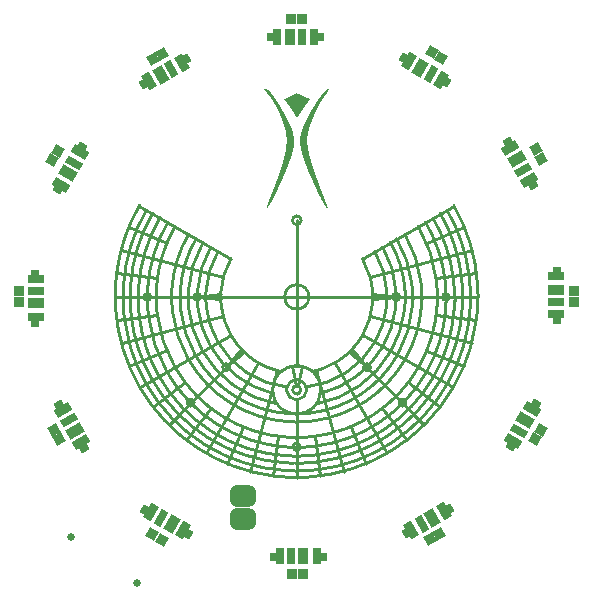
<source format=gts>
G04*
G04 #@! TF.GenerationSoftware,Altium Limited,Altium Designer,21.8.1 (53)*
G04*
G04 Layer_Color=8388736*
%FSLAX25Y25*%
%MOIN*%
G70*
G04*
G04 #@! TF.SameCoordinates,890B58B6-DEF3-4EBB-B803-0FA26A9B754B*
G04*
G04*
G04 #@! TF.FilePolarity,Negative*
G04*
G01*
G75*
%ADD11C,0.01000*%
G04:AMPARAMS|DCode=42|XSize=33.59mil|YSize=33.2mil|CornerRadius=0mil|HoleSize=0mil|Usage=FLASHONLY|Rotation=330.000|XOffset=0mil|YOffset=0mil|HoleType=Round|Shape=Rectangle|*
%AMROTATEDRECTD42*
4,1,4,-0.02284,-0.00598,-0.00625,0.02277,0.02284,0.00598,0.00625,-0.02277,-0.02284,-0.00598,0.0*
%
%ADD42ROTATEDRECTD42*%

%ADD43R,0.02965X0.05524*%
%ADD44R,0.03556X0.05524*%
%ADD45R,0.02572X0.05524*%
%ADD46R,0.02572X0.02965*%
G04:AMPARAMS|DCode=47|XSize=55.24mil|YSize=29.65mil|CornerRadius=0mil|HoleSize=0mil|Usage=FLASHONLY|Rotation=60.000|XOffset=0mil|YOffset=0mil|HoleType=Round|Shape=Rectangle|*
%AMROTATEDRECTD47*
4,1,4,-0.00097,-0.03134,-0.02665,-0.01651,0.00097,0.03134,0.02665,0.01651,-0.00097,-0.03134,0.0*
%
%ADD47ROTATEDRECTD47*%

%ADD48R,0.03359X0.03320*%
G04:AMPARAMS|DCode=49|XSize=33.59mil|YSize=33.2mil|CornerRadius=0mil|HoleSize=0mil|Usage=FLASHONLY|Rotation=210.000|XOffset=0mil|YOffset=0mil|HoleType=Round|Shape=Rectangle|*
%AMROTATEDRECTD49*
4,1,4,0.00625,0.02277,0.02284,-0.00598,-0.00625,-0.02277,-0.02284,0.00598,0.00625,0.02277,0.0*
%
%ADD49ROTATEDRECTD49*%

G04:AMPARAMS|DCode=50|XSize=33.59mil|YSize=33.2mil|CornerRadius=0mil|HoleSize=0mil|Usage=FLASHONLY|Rotation=300.000|XOffset=0mil|YOffset=0mil|HoleType=Round|Shape=Rectangle|*
%AMROTATEDRECTD50*
4,1,4,-0.02277,0.00625,0.00598,0.02284,0.02277,-0.00625,-0.00598,-0.02284,-0.02277,0.00625,0.0*
%
%ADD50ROTATEDRECTD50*%

%ADD51R,0.03320X0.03359*%
G04:AMPARAMS|DCode=52|XSize=33.59mil|YSize=33.2mil|CornerRadius=0mil|HoleSize=0mil|Usage=FLASHONLY|Rotation=240.000|XOffset=0mil|YOffset=0mil|HoleType=Round|Shape=Rectangle|*
%AMROTATEDRECTD52*
4,1,4,-0.00598,0.02284,0.02277,0.00625,0.00598,-0.02284,-0.02277,-0.00625,-0.00598,0.02284,0.0*
%
%ADD52ROTATEDRECTD52*%

G04:AMPARAMS|DCode=53|XSize=55.24mil|YSize=35.56mil|CornerRadius=0mil|HoleSize=0mil|Usage=FLASHONLY|Rotation=240.000|XOffset=0mil|YOffset=0mil|HoleType=Round|Shape=Rectangle|*
%AMROTATEDRECTD53*
4,1,4,-0.00159,0.03281,0.02921,0.01503,0.00159,-0.03281,-0.02921,-0.01503,-0.00159,0.03281,0.0*
%
%ADD53ROTATEDRECTD53*%

G04:AMPARAMS|DCode=54|XSize=55.24mil|YSize=25.72mil|CornerRadius=0mil|HoleSize=0mil|Usage=FLASHONLY|Rotation=240.000|XOffset=0mil|YOffset=0mil|HoleType=Round|Shape=Rectangle|*
%AMROTATEDRECTD54*
4,1,4,0.00267,0.03035,0.02495,0.01749,-0.00267,-0.03035,-0.02495,-0.01749,0.00267,0.03035,0.0*
%
%ADD54ROTATEDRECTD54*%

G04:AMPARAMS|DCode=55|XSize=29.65mil|YSize=25.72mil|CornerRadius=0mil|HoleSize=0mil|Usage=FLASHONLY|Rotation=240.000|XOffset=0mil|YOffset=0mil|HoleType=Round|Shape=Rectangle|*
%AMROTATEDRECTD55*
4,1,4,-0.00372,0.01927,0.01855,0.00641,0.00372,-0.01927,-0.01855,-0.00641,-0.00372,0.01927,0.0*
%
%ADD55ROTATEDRECTD55*%

G04:AMPARAMS|DCode=56|XSize=55.24mil|YSize=29.65mil|CornerRadius=0mil|HoleSize=0mil|Usage=FLASHONLY|Rotation=210.000|XOffset=0mil|YOffset=0mil|HoleType=Round|Shape=Rectangle|*
%AMROTATEDRECTD56*
4,1,4,0.01651,0.02665,0.03134,0.00097,-0.01651,-0.02665,-0.03134,-0.00097,0.01651,0.02665,0.0*
%
%ADD56ROTATEDRECTD56*%

G04:AMPARAMS|DCode=57|XSize=55.24mil|YSize=35.56mil|CornerRadius=0mil|HoleSize=0mil|Usage=FLASHONLY|Rotation=210.000|XOffset=0mil|YOffset=0mil|HoleType=Round|Shape=Rectangle|*
%AMROTATEDRECTD57*
4,1,4,0.01503,0.02921,0.03281,-0.00159,-0.01503,-0.02921,-0.03281,0.00159,0.01503,0.02921,0.0*
%
%ADD57ROTATEDRECTD57*%

G04:AMPARAMS|DCode=58|XSize=55.24mil|YSize=25.72mil|CornerRadius=0mil|HoleSize=0mil|Usage=FLASHONLY|Rotation=210.000|XOffset=0mil|YOffset=0mil|HoleType=Round|Shape=Rectangle|*
%AMROTATEDRECTD58*
4,1,4,0.01749,0.02495,0.03035,0.00267,-0.01749,-0.02495,-0.03035,-0.00267,0.01749,0.02495,0.0*
%
%ADD58ROTATEDRECTD58*%

G04:AMPARAMS|DCode=59|XSize=29.65mil|YSize=25.72mil|CornerRadius=0mil|HoleSize=0mil|Usage=FLASHONLY|Rotation=210.000|XOffset=0mil|YOffset=0mil|HoleType=Round|Shape=Rectangle|*
%AMROTATEDRECTD59*
4,1,4,0.00641,0.01855,0.01927,-0.00372,-0.00641,-0.01855,-0.01927,0.00372,0.00641,0.01855,0.0*
%
%ADD59ROTATEDRECTD59*%

%ADD60R,0.05524X0.02965*%
%ADD61R,0.05524X0.03556*%
%ADD62R,0.05524X0.02572*%
%ADD63R,0.02965X0.02572*%
G04:AMPARAMS|DCode=64|XSize=55.24mil|YSize=29.65mil|CornerRadius=0mil|HoleSize=0mil|Usage=FLASHONLY|Rotation=150.000|XOffset=0mil|YOffset=0mil|HoleType=Round|Shape=Rectangle|*
%AMROTATEDRECTD64*
4,1,4,0.03134,-0.00097,0.01651,-0.02665,-0.03134,0.00097,-0.01651,0.02665,0.03134,-0.00097,0.0*
%
%ADD64ROTATEDRECTD64*%

G04:AMPARAMS|DCode=65|XSize=55.24mil|YSize=35.56mil|CornerRadius=0mil|HoleSize=0mil|Usage=FLASHONLY|Rotation=150.000|XOffset=0mil|YOffset=0mil|HoleType=Round|Shape=Rectangle|*
%AMROTATEDRECTD65*
4,1,4,0.03281,0.00159,0.01503,-0.02921,-0.03281,-0.00159,-0.01503,0.02921,0.03281,0.00159,0.0*
%
%ADD65ROTATEDRECTD65*%

G04:AMPARAMS|DCode=66|XSize=55.24mil|YSize=25.72mil|CornerRadius=0mil|HoleSize=0mil|Usage=FLASHONLY|Rotation=150.000|XOffset=0mil|YOffset=0mil|HoleType=Round|Shape=Rectangle|*
%AMROTATEDRECTD66*
4,1,4,0.03035,-0.00267,0.01749,-0.02495,-0.03035,0.00267,-0.01749,0.02495,0.03035,-0.00267,0.0*
%
%ADD66ROTATEDRECTD66*%

G04:AMPARAMS|DCode=67|XSize=29.65mil|YSize=25.72mil|CornerRadius=0mil|HoleSize=0mil|Usage=FLASHONLY|Rotation=150.000|XOffset=0mil|YOffset=0mil|HoleType=Round|Shape=Rectangle|*
%AMROTATEDRECTD67*
4,1,4,0.01927,0.00372,0.00641,-0.01855,-0.01927,-0.00372,-0.00641,0.01855,0.01927,0.00372,0.0*
%
%ADD67ROTATEDRECTD67*%

G04:AMPARAMS|DCode=68|XSize=55.24mil|YSize=29.65mil|CornerRadius=0mil|HoleSize=0mil|Usage=FLASHONLY|Rotation=120.000|XOffset=0mil|YOffset=0mil|HoleType=Round|Shape=Rectangle|*
%AMROTATEDRECTD68*
4,1,4,0.02665,-0.01651,0.00097,-0.03134,-0.02665,0.01651,-0.00097,0.03134,0.02665,-0.01651,0.0*
%
%ADD68ROTATEDRECTD68*%

G04:AMPARAMS|DCode=69|XSize=55.24mil|YSize=35.56mil|CornerRadius=0mil|HoleSize=0mil|Usage=FLASHONLY|Rotation=120.000|XOffset=0mil|YOffset=0mil|HoleType=Round|Shape=Rectangle|*
%AMROTATEDRECTD69*
4,1,4,0.02921,-0.01503,-0.00159,-0.03281,-0.02921,0.01503,0.00159,0.03281,0.02921,-0.01503,0.0*
%
%ADD69ROTATEDRECTD69*%

G04:AMPARAMS|DCode=70|XSize=55.24mil|YSize=25.72mil|CornerRadius=0mil|HoleSize=0mil|Usage=FLASHONLY|Rotation=120.000|XOffset=0mil|YOffset=0mil|HoleType=Round|Shape=Rectangle|*
%AMROTATEDRECTD70*
4,1,4,0.02495,-0.01749,0.00267,-0.03035,-0.02495,0.01749,-0.00267,0.03035,0.02495,-0.01749,0.0*
%
%ADD70ROTATEDRECTD70*%

G04:AMPARAMS|DCode=71|XSize=29.65mil|YSize=25.72mil|CornerRadius=0mil|HoleSize=0mil|Usage=FLASHONLY|Rotation=120.000|XOffset=0mil|YOffset=0mil|HoleType=Round|Shape=Rectangle|*
%AMROTATEDRECTD71*
4,1,4,0.01855,-0.00641,-0.00372,-0.01927,-0.01855,0.00641,0.00372,0.01927,0.01855,-0.00641,0.0*
%
%ADD71ROTATEDRECTD71*%

%ADD72C,0.02572*%
G04:AMPARAMS|DCode=73|XSize=86.74mil|YSize=70.99mil|CornerRadius=19.75mil|HoleSize=0mil|Usage=FLASHONLY|Rotation=0.000|XOffset=0mil|YOffset=0mil|HoleType=Round|Shape=RoundedRectangle|*
%AMROUNDEDRECTD73*
21,1,0.08674,0.03150,0,0,0.0*
21,1,0.04724,0.07099,0,0,0.0*
1,1,0.03950,0.02362,-0.01575*
1,1,0.03950,-0.02362,-0.01575*
1,1,0.03950,-0.02362,0.01575*
1,1,0.03950,0.02362,0.01575*
%
%ADD73ROUNDEDRECTD73*%
G36*
X424249Y213667D02*
X424251D01*
X424254Y213667D01*
X424256Y213667D01*
X424258Y213667D01*
X424259Y213667D01*
X424261Y213667D01*
X424262Y213667D01*
X424263Y213667D01*
X424264Y213667D01*
X424266Y213667D01*
X424267Y213667D01*
X424268Y213667D01*
X424269Y213667D01*
X424270Y213666D01*
X424271Y213666D01*
X424272Y213666D01*
X424273Y213666D01*
X424274Y213666D01*
X424275Y213666D01*
X424276Y213666D01*
X424277Y213666D01*
X424279Y213666D01*
X424280Y213666D01*
X424282Y213666D01*
X424283Y213665D01*
X424284Y213665D01*
X424286Y213665D01*
X424287Y213665D01*
X424289Y213665D01*
X424290Y213665D01*
X424291Y213664D01*
X424293Y213664D01*
X424294Y213664D01*
X424295Y213664D01*
X424296Y213663D01*
X424298Y213663D01*
X424299Y213663D01*
X424300Y213663D01*
X424301Y213662D01*
X424302Y213662D01*
X424303Y213662D01*
X424304Y213662D01*
X424306Y213661D01*
X424307Y213661D01*
X424308Y213661D01*
X424309Y213661D01*
X424310Y213660D01*
X424311Y213660D01*
X424312Y213660D01*
X424313Y213659D01*
X424314Y213659D01*
X424315Y213658D01*
X424316Y213658D01*
X424317Y213657D01*
X424318Y213657D01*
X424319Y213656D01*
X424320Y213656D01*
X424322Y213655D01*
X424323Y213655D01*
X424324Y213654D01*
X424325Y213654D01*
X424325Y213653D01*
X424326Y213652D01*
X424327Y213652D01*
X424328Y213651D01*
X424329Y213651D01*
X424330Y213650D01*
X424331Y213649D01*
X424331Y213648D01*
X424332Y213648D01*
X424333Y213647D01*
X424334Y213646D01*
X424334Y213646D01*
X424334Y213646D01*
X424334Y213645D01*
X424334Y213645D01*
X424334Y213645D01*
X424334Y213645D01*
X424334D01*
X424334Y213644D01*
X424335Y213644D01*
X424335Y213644D01*
X424335Y213643D01*
X424335Y213643D01*
X424336Y213643D01*
X424336Y213642D01*
X424337Y213640D01*
X424337Y213639D01*
X424337Y213639D01*
X424338Y213638D01*
X424338Y213638D01*
X424338Y213637D01*
X424338Y213637D01*
X424338Y213637D01*
X424338Y213636D01*
X424338Y213636D01*
X424339Y213635D01*
X424339Y213634D01*
X424339Y213633D01*
X424339Y213632D01*
X424339Y213630D01*
X424339Y213629D01*
X424339Y213628D01*
Y213627D01*
X424339Y213626D01*
X424339Y213625D01*
X424339Y213624D01*
X424339Y213623D01*
X424339Y213621D01*
X424339Y213620D01*
X424339Y213619D01*
X424338Y213618D01*
X424338Y213617D01*
X424338Y213616D01*
X424337Y213614D01*
X424337Y213613D01*
X424337Y213612D01*
X424336Y213611D01*
X424336Y213610D01*
X424336Y213609D01*
X424335Y213608D01*
X424335Y213607D01*
X424335Y213606D01*
X424334Y213605D01*
X424334Y213604D01*
X424334Y213603D01*
X424333Y213602D01*
X424333Y213601D01*
X424332Y213600D01*
X424332Y213599D01*
X424331Y213598D01*
X424331Y213597D01*
X424330Y213595D01*
X424330Y213594D01*
X424329Y213593D01*
X424329Y213592D01*
X424328Y213591D01*
X424328Y213590D01*
X424327Y213589D01*
X424326Y213587D01*
X424326Y213586D01*
X424325Y213585D01*
X424324Y213584D01*
X424324Y213583D01*
X424323Y213581D01*
X424322Y213580D01*
X424321Y213579D01*
X424321Y213578D01*
X424320Y213576D01*
X424319Y213575D01*
X424319Y213574D01*
X424318Y213573D01*
X424318Y213573D01*
X424317Y213572D01*
X424317Y213571D01*
X424316Y213570D01*
X424315Y213569D01*
X424315Y213568D01*
X424314Y213567D01*
X424314Y213566D01*
X424313Y213565D01*
X424312Y213564D01*
X424311Y213563D01*
X424311Y213562D01*
X424310Y213561D01*
X424309Y213560D01*
X424309Y213559D01*
X424308Y213558D01*
X424307Y213557D01*
X424297Y213543D01*
X424288Y213529D01*
X424280Y213516D01*
X424271Y213504D01*
X424263Y213491D01*
X424254Y213478D01*
X424247Y213466D01*
X424239Y213455D01*
X424231Y213442D01*
X424224Y213431D01*
X424217Y213420D01*
X424210Y213408D01*
X424203Y213397D01*
X424196Y213386D01*
X424189Y213375D01*
X424183Y213364D01*
X424176Y213354D01*
X424170Y213344D01*
X424164Y213333D01*
X424158Y213323D01*
X424152Y213313D01*
X424146Y213302D01*
X424140Y213292D01*
X424134Y213283D01*
X424129Y213273D01*
X424123Y213264D01*
X424118Y213254D01*
X424113Y213245D01*
X424107Y213236D01*
X424102Y213226D01*
X424097Y213217D01*
X424092Y213208D01*
X424083Y213191D01*
X424078Y213182D01*
X424073Y213174D01*
X424068Y213165D01*
X424064Y213157D01*
X424059Y213148D01*
X424054Y213140D01*
X424050Y213131D01*
X424046Y213123D01*
X424042Y213116D01*
X424038Y213108D01*
X424034Y213100D01*
X424030Y213092D01*
X424026Y213085D01*
X424021Y213077D01*
X424017Y213069D01*
X424014Y213062D01*
X424010Y213054D01*
X424006Y213046D01*
X424002Y213038D01*
X423998Y213032D01*
X423991Y213018D01*
X423988Y213011D01*
X423984Y213005D01*
X423981Y212998D01*
X423978Y212991D01*
X423974Y212984D01*
X423971Y212977D01*
X423967Y212971D01*
X423964Y212964D01*
X423961Y212957D01*
X423957Y212950D01*
X423954Y212943D01*
X423948Y212932D01*
X423945Y212926D01*
X423942Y212920D01*
X423940Y212914D01*
X423937Y212908D01*
X423934Y212902D01*
X423931Y212896D01*
X423928Y212891D01*
X423925Y212885D01*
X423920Y212873D01*
X423914Y212861D01*
X423906Y212844D01*
X423899Y212829D01*
X423896Y212824D01*
X423894Y212819D01*
X423892Y212814D01*
X423889Y212809D01*
X423887Y212804D01*
X423882Y212794D01*
X423880Y212789D01*
X423878Y212785D01*
X423875Y212780D01*
X423873Y212775D01*
X423871Y212770D01*
X423866Y212760D01*
X423862Y212750D01*
X423859Y212745D01*
X423857Y212741D01*
X423856Y212737D01*
X423852Y212729D01*
X423850Y212725D01*
X423848Y212721D01*
X423845Y212713D01*
X423843Y212709D01*
X423841Y212705D01*
X423836Y212694D01*
X423834Y212690D01*
X423832Y212686D01*
X423830Y212682D01*
X423829Y212678D01*
X423827Y212674D01*
X423825Y212670D01*
X423821Y212662D01*
X423819Y212658D01*
X423816Y212650D01*
X423814Y212646D01*
X423812Y212642D01*
X423811Y212639D01*
X423810Y212636D01*
X423807Y212630D01*
X423806Y212627D01*
X423796Y212606D01*
X423795Y212603D01*
X423794Y212600D01*
X423792Y212597D01*
X423791Y212594D01*
X423790Y212592D01*
X423788Y212589D01*
X423787Y212586D01*
X423786Y212584D01*
X423785Y212581D01*
X423783Y212579D01*
X423782Y212576D01*
X423781Y212573D01*
X423779Y212571D01*
X423778Y212568D01*
X423777Y212566D01*
X423775Y212563D01*
X423774Y212560D01*
X423772Y212558D01*
X423771Y212555D01*
X423770Y212553D01*
X423768Y212550D01*
X423767Y212547D01*
X423765Y212545D01*
X423764Y212542D01*
X423763Y212540D01*
X423761Y212538D01*
X423759Y212533D01*
X423757Y212531D01*
X423756Y212528D01*
X423754Y212526D01*
X423753Y212524D01*
X423750Y212519D01*
X423749Y212517D01*
X423746Y212512D01*
X423743Y212508D01*
X423740Y212503D01*
X423739Y212501D01*
X423737Y212499D01*
X423734Y212494D01*
X423733Y212492D01*
X423730Y212488D01*
X423728Y212485D01*
X423727Y212483D01*
X423725Y212481D01*
X423724Y212479D01*
X423722Y212477D01*
X423721Y212475D01*
X423720Y212473D01*
X423718Y212471D01*
X423717Y212469D01*
X423714Y212465D01*
X423712Y212463D01*
X423710Y212459D01*
X423708Y212457D01*
X423705Y212453D01*
X423702Y212449D01*
X423700Y212445D01*
X423698Y212443D01*
X423695Y212439D01*
X423694Y212437D01*
X423691Y212434D01*
X423688Y212430D01*
X423687Y212428D01*
X423683Y212423D01*
X423682Y212422D01*
X423680Y212420D01*
X423678Y212417D01*
X423676Y212415D01*
X423675Y212413D01*
X423671Y212408D01*
X423670Y212406D01*
X423668Y212405D01*
X423666Y212401D01*
X423663Y212399D01*
X423662Y212397D01*
X423661Y212396D01*
X423660Y212394D01*
X423658Y212393D01*
X423657Y212391D01*
X423654Y212387D01*
X423653Y212386D01*
X423651Y212384D01*
X423650Y212383D01*
X423649Y212381D01*
X423648Y212380D01*
X423646Y212378D01*
X423564Y212279D01*
X423489Y212189D01*
X423415Y212098D01*
X423346Y212011D01*
X423276Y211924D01*
X423211Y211841D01*
X423146Y211757D01*
X423085Y211678D01*
X423025Y211598D01*
X422964Y211519D01*
X422908Y211443D01*
X422852Y211367D01*
X422796Y211291D01*
X422744Y211219D01*
X422692Y211147D01*
X422640Y211075D01*
X422589Y211002D01*
X422541Y210934D01*
X422494Y210866D01*
X422446Y210798D01*
X422399Y210729D01*
X422352Y210660D01*
X422309Y210596D01*
X422266Y210531D01*
X422223Y210467D01*
X422180Y210402D01*
X422137Y210337D01*
X422095Y210272D01*
X422055Y210212D01*
X422016Y210151D01*
X421978Y210091D01*
X421939Y210030D01*
X421900Y209969D01*
X421862Y209908D01*
X421827Y209852D01*
X421791Y209795D01*
X421756Y209738D01*
X421722Y209682D01*
X421687Y209625D01*
X421652Y209568D01*
X421618Y209511D01*
X421586Y209459D01*
X421555Y209407D01*
X421524Y209354D01*
X421492Y209302D01*
X421461Y209249D01*
X421430Y209197D01*
X421399Y209144D01*
X421369Y209091D01*
X421338Y209039D01*
X421310Y208991D01*
X421282Y208943D01*
X421255Y208894D01*
X421227Y208846D01*
X421200Y208798D01*
X421172Y208750D01*
X421145Y208701D01*
X421118Y208653D01*
X421091Y208604D01*
X421063Y208556D01*
X421039Y208512D01*
X421015Y208469D01*
X420991Y208425D01*
X420966Y208381D01*
X420942Y208337D01*
X420918Y208293D01*
X420894Y208249D01*
X420870Y208205D01*
X420847Y208161D01*
X420823Y208117D01*
X420799Y208073D01*
X420775Y208029D01*
X420754Y207990D01*
X420733Y207951D01*
X420712Y207912D01*
X420691Y207872D01*
X420670Y207833D01*
X420650Y207794D01*
X420629Y207754D01*
X420618Y207734D01*
X420507Y207523D01*
X420401Y207317D01*
X420292Y207104D01*
X420185Y206891D01*
X420076Y206671D01*
X419968Y206450D01*
X419858Y206223D01*
X419746Y205988D01*
X419636Y205753D01*
X419525Y205511D01*
X419412Y205262D01*
X419298Y205006D01*
X419186Y204749D01*
X419073Y204485D01*
X418959Y204213D01*
X418842Y203928D01*
X418724Y203635D01*
X418606Y203335D01*
X418486Y203020D01*
X418364Y202692D01*
X418240Y202348D01*
X418115Y201990D01*
X417986Y201611D01*
X417879Y201283D01*
X417868Y201248D01*
X417857Y201215D01*
X417847Y201182D01*
X417837Y201150D01*
X417826Y201114D01*
X417814Y201079D01*
X417803Y201044D01*
X417792Y201008D01*
X417781Y200973D01*
X417771Y200937D01*
X417760Y200902D01*
X417748Y200864D01*
X417737Y200826D01*
X417725Y200788D01*
X417714Y200750D01*
X417703Y200712D01*
X417691Y200674D01*
X417680Y200636D01*
X417668Y200595D01*
X417657Y200554D01*
X417645Y200514D01*
X417633Y200473D01*
X417622Y200432D01*
X417611Y200392D01*
X417598Y200348D01*
X417586Y200305D01*
X417575Y200262D01*
X417563Y200218D01*
X417551Y200175D01*
X417540Y200132D01*
X417527Y200085D01*
X417515Y200040D01*
X417503Y199994D01*
X417491Y199947D01*
X417480Y199901D01*
X417467Y199853D01*
X417455Y199804D01*
X417443Y199755D01*
X417431Y199706D01*
X417419Y199655D01*
X417407Y199603D01*
X417395Y199552D01*
X417383Y199500D01*
X417371Y199446D01*
X417358Y199392D01*
X417346Y199338D01*
X417335Y199283D01*
X417322Y199226D01*
X417310Y199170D01*
X417299Y199113D01*
X417286Y199053D01*
X417275Y198993D01*
X417263Y198933D01*
X417251Y198871D01*
X417239Y198809D01*
X417228Y198746D01*
X417224Y198723D01*
X417198Y198574D01*
X417177Y198439D01*
X417158Y198314D01*
X417142Y198195D01*
X417129Y198083D01*
X417117Y197978D01*
X417106Y197875D01*
X417097Y197776D01*
X417089Y197681D01*
X417081Y197588D01*
X417075Y197499D01*
X417070Y197413D01*
X417065Y197327D01*
X417061Y197244D01*
X417058Y197165D01*
X417055Y197085D01*
X417053Y197009D01*
X417051Y196933D01*
X417050Y196860D01*
X417049Y196788D01*
X417049Y196715D01*
Y196715D01*
X417049Y196706D01*
X417049Y196688D01*
Y196671D01*
X417049Y196654D01*
X417049Y196645D01*
X417049Y196575D01*
X417050Y196506D01*
X417051Y196440D01*
X417052Y196373D01*
X417054Y196307D01*
X417056Y196244D01*
X417058Y196181D01*
X417061Y196118D01*
X417063Y196055D01*
X417066Y195995D01*
X417069Y195935D01*
X417073Y195876D01*
X417076Y195816D01*
X417080Y195756D01*
X417084Y195700D01*
X417088Y195643D01*
X417092Y195587D01*
X417097Y195530D01*
X417101Y195474D01*
X417106Y195417D01*
X417107Y195414D01*
X417116Y195311D01*
X417125Y195215D01*
X417135Y195120D01*
X417144Y195030D01*
X417154Y194941D01*
X417164Y194852D01*
X417175Y194763D01*
X417185Y194680D01*
X417196Y194597D01*
X417206Y194515D01*
X417218Y194432D01*
X417229Y194350D01*
X417240Y194274D01*
X417251Y194198D01*
X417262Y194122D01*
X417274Y194046D01*
X417286Y193971D01*
X417297Y193901D01*
X417308Y193832D01*
X417320Y193763D01*
X417331Y193693D01*
X417343Y193624D01*
X417355Y193555D01*
X417368Y193486D01*
X417379Y193423D01*
X417390Y193360D01*
X417402Y193297D01*
X417414Y193235D01*
X417426Y193172D01*
X417438Y193109D01*
X417450Y193046D01*
X417462Y192984D01*
X417474Y192928D01*
X417485Y192871D01*
X417497Y192815D01*
X417508Y192759D01*
X417520Y192702D01*
X417532Y192646D01*
X417544Y192590D01*
X417556Y192534D01*
X417568Y192478D01*
X417581Y192422D01*
X417591Y192372D01*
X417603Y192322D01*
X417614Y192272D01*
X417625Y192222D01*
X417636Y192173D01*
X417648Y192123D01*
X417659Y192073D01*
X417671Y192023D01*
X417683Y191974D01*
X417694Y191924D01*
X417706Y191874D01*
X417718Y191825D01*
X417729Y191781D01*
X417739Y191738D01*
X417750Y191694D01*
X417760Y191651D01*
X417771Y191608D01*
X417782Y191564D01*
X417792Y191521D01*
X417803Y191477D01*
X417814Y191434D01*
X417825Y191391D01*
X417836Y191347D01*
X417847Y191304D01*
X417858Y191261D01*
X417869Y191218D01*
X417879Y191180D01*
X417889Y191143D01*
X417898Y191106D01*
X417908Y191069D01*
X417918Y191032D01*
X417928Y190995D01*
X417937Y190958D01*
X417947Y190921D01*
X417957Y190884D01*
X417967Y190847D01*
X417977Y190810D01*
X417987Y190773D01*
X417997Y190736D01*
X418007Y190699D01*
X418017Y190662D01*
X418027Y190625D01*
X418037Y190588D01*
X418045Y190557D01*
X418054Y190526D01*
X418062Y190495D01*
X418071Y190465D01*
X418079Y190434D01*
X418088Y190403D01*
X418097Y190372D01*
X418105Y190341D01*
X418114Y190311D01*
X418122Y190280D01*
X418131Y190249D01*
X418140Y190218D01*
X418148Y190188D01*
X418157Y190157D01*
X418166Y190126D01*
X418175Y190095D01*
X418183Y190065D01*
X418192Y190034D01*
X418201Y190003D01*
X418210Y189972D01*
X418217Y189948D01*
X418224Y189923D01*
X418231Y189899D01*
X418245Y189849D01*
X418252Y189825D01*
X418259Y189800D01*
X418266Y189776D01*
X418281Y189726D01*
X418295Y189677D01*
X418302Y189653D01*
X418309Y189628D01*
X418317Y189604D01*
X418324Y189579D01*
X418331Y189555D01*
X418338Y189530D01*
X418353Y189481D01*
X418360Y189456D01*
X418367Y189432D01*
X418374Y189407D01*
X418382Y189383D01*
X418396Y189334D01*
X418407Y189297D01*
X418418Y189260D01*
X418424Y189242D01*
X418429Y189223D01*
X418435Y189205D01*
X418440Y189187D01*
X418444Y189174D01*
X418475Y189069D01*
X418505Y188972D01*
X418534Y188874D01*
X418564Y188777D01*
X418594Y188680D01*
X418621Y188591D01*
X418648Y188503D01*
X418676Y188414D01*
X418704Y188325D01*
X418731Y188236D01*
X418759Y188147D01*
X418787Y188059D01*
X418816Y187970D01*
X418844Y187881D01*
X418869Y187801D01*
X418895Y187720D01*
X418921Y187640D01*
X418947Y187559D01*
X418973Y187479D01*
X418999Y187399D01*
X419026Y187318D01*
X419052Y187238D01*
X419078Y187157D01*
X419102Y187085D01*
X419126Y187013D01*
X419150Y186941D01*
X419174Y186868D01*
X419198Y186796D01*
X419222Y186724D01*
X419246Y186652D01*
X419270Y186580D01*
X419295Y186508D01*
X419319Y186436D01*
X419343Y186363D01*
X419365Y186300D01*
X419387Y186235D01*
X419409Y186171D01*
X419431Y186107D01*
X419452Y186043D01*
X419474Y185979D01*
X419496Y185916D01*
X419518Y185852D01*
X419541Y185788D01*
X419563Y185724D01*
X419585Y185660D01*
X419607Y185596D01*
X419626Y185540D01*
X419646Y185484D01*
X419665Y185428D01*
X419685Y185372D01*
X419704Y185317D01*
X419724Y185261D01*
X419743Y185205D01*
X419763Y185149D01*
X419783Y185093D01*
X419803Y185037D01*
X419822Y184982D01*
X419842Y184926D01*
X419862Y184870D01*
X419881Y184814D01*
X419901Y184758D01*
X419918Y184711D01*
X419935Y184663D01*
X419952Y184615D01*
X419969Y184567D01*
X419986Y184520D01*
X420004Y184472D01*
X420021Y184424D01*
X420038Y184376D01*
X420055Y184328D01*
X420072Y184281D01*
X420089Y184233D01*
X420107Y184185D01*
X420124Y184138D01*
X420141Y184090D01*
X420158Y184042D01*
X420175Y183994D01*
X420190Y183955D01*
X420204Y183915D01*
X420219Y183875D01*
X420233Y183835D01*
X420247Y183796D01*
X420262Y183756D01*
X420276Y183716D01*
X420291Y183677D01*
X420305Y183637D01*
X420334Y183557D01*
X420349Y183518D01*
X420378Y183438D01*
X420407Y183359D01*
X420436Y183279D01*
X420450Y183240D01*
X420465Y183200D01*
X420477Y183168D01*
X420488Y183136D01*
X420500Y183105D01*
X420512Y183073D01*
X420523Y183041D01*
X420547Y182978D01*
X420558Y182946D01*
X420570Y182914D01*
X420582Y182883D01*
X420594Y182851D01*
X420617Y182787D01*
X420629Y182756D01*
X420641Y182724D01*
X420652Y182692D01*
X420664Y182660D01*
X420687Y182597D01*
X420699Y182565D01*
X420723Y182502D01*
X420746Y182439D01*
X420758Y182407D01*
X420767Y182383D01*
X420776Y182359D01*
X420785Y182335D01*
X420793Y182312D01*
X420802Y182288D01*
X420811Y182264D01*
X420829Y182217D01*
X420838Y182193D01*
X420847Y182169D01*
X420855Y182145D01*
X420864Y182121D01*
X420891Y182050D01*
X420900Y182026D01*
X420908Y182003D01*
X420926Y181955D01*
X420935Y181931D01*
X420944Y181907D01*
X420953Y181884D01*
X420962Y181860D01*
X420971Y181836D01*
X420979Y181812D01*
X420988Y181789D01*
X420997Y181765D01*
X421006Y181741D01*
X421024Y181694D01*
X421033Y181670D01*
X421042Y181646D01*
X421051Y181622D01*
X421068Y181575D01*
X421074Y181559D01*
X421086Y181527D01*
X421092Y181511D01*
X421098Y181496D01*
X421110Y181464D01*
X421116Y181448D01*
X421122Y181432D01*
X421128Y181416D01*
X421146Y181369D01*
X421151Y181353D01*
X421163Y181321D01*
X421169Y181306D01*
X421175Y181290D01*
X421181Y181274D01*
X421187Y181258D01*
X421193Y181242D01*
X421199Y181226D01*
X421205Y181211D01*
X421211Y181195D01*
X421214Y181187D01*
X421228Y181150D01*
X421240Y181119D01*
X421251Y181088D01*
X421263Y181057D01*
X421275Y181026D01*
X421310Y180933D01*
X421321Y180902D01*
X421333Y180871D01*
X421345Y180840D01*
X421356Y180809D01*
X421368Y180778D01*
X421380Y180747D01*
X421392Y180717D01*
X421404Y180686D01*
X421427Y180624D01*
X421439Y180593D01*
X421448Y180568D01*
X421458Y180544D01*
X421467Y180519D01*
X421496Y180445D01*
X421505Y180420D01*
X421515Y180395D01*
X421533Y180346D01*
X421543Y180321D01*
X421562Y180272D01*
X421571Y180247D01*
X421600Y180173D01*
X421609Y180148D01*
X421619Y180124D01*
X421629Y180099D01*
X421648Y180050D01*
X421657Y180025D01*
X421667Y180000D01*
X421676Y179976D01*
X421683Y179957D01*
X421691Y179939D01*
X421698Y179920D01*
X421705Y179902D01*
X421719Y179865D01*
X421726Y179846D01*
X421734Y179828D01*
X421755Y179772D01*
X421762Y179754D01*
X421769Y179735D01*
X421777Y179717D01*
X421791Y179680D01*
X421798Y179661D01*
X421805Y179643D01*
X421813Y179624D01*
X421849Y179532D01*
X421856Y179513D01*
X421863Y179495D01*
X421870Y179476D01*
X421877Y179458D01*
X421885Y179439D01*
X421892Y179421D01*
X421899Y179402D01*
X421906Y179384D01*
X421913Y179365D01*
X421918Y179353D01*
X421928Y179328D01*
X421933Y179316D01*
X421938Y179304D01*
X421942Y179291D01*
X421947Y179279D01*
X421952Y179267D01*
X421957Y179254D01*
X421967Y179230D01*
X421971Y179218D01*
X422000Y179144D01*
X422005Y179131D01*
X422010Y179119D01*
X422015Y179107D01*
X422019Y179094D01*
X422024Y179082D01*
X422029Y179070D01*
X422039Y179045D01*
X422044Y179033D01*
X422053Y179008D01*
X422058Y178996D01*
X422063Y178983D01*
X422068Y178971D01*
X422073Y178959D01*
X422077Y178946D01*
X422087Y178922D01*
X422097Y178897D01*
X422102Y178885D01*
X422106Y178873D01*
X422111Y178860D01*
X422116Y178848D01*
X422121Y178836D01*
X422126Y178823D01*
X422131Y178811D01*
X422135Y178799D01*
X422140Y178786D01*
X422145Y178774D01*
X422150Y178762D01*
X422152Y178756D01*
X422157Y178743D01*
X422160Y178737D01*
X422164Y178725D01*
X422167Y178719D01*
X422169Y178712D01*
X422172Y178706D01*
X422174Y178700D01*
X422177Y178694D01*
X422179Y178688D01*
X422181Y178682D01*
X422184Y178676D01*
X422186Y178669D01*
X422191Y178657D01*
X422193Y178651D01*
X422196Y178645D01*
X422198Y178639D01*
X422201Y178632D01*
X422203Y178626D01*
X422205Y178620D01*
X422208Y178614D01*
X422210Y178608D01*
X422215Y178596D01*
X422218Y178589D01*
X422220Y178583D01*
X422223Y178577D01*
X422225Y178571D01*
X422227Y178565D01*
X422232Y178552D01*
X422235Y178546D01*
X422237Y178540D01*
X422239Y178534D01*
X422242Y178528D01*
X422244Y178522D01*
X422249Y178509D01*
X422252Y178503D01*
X422254Y178497D01*
X422256Y178491D01*
X422259Y178485D01*
X422261Y178479D01*
X422264Y178472D01*
X422266Y178466D01*
X422271Y178454D01*
X422273Y178448D01*
X422276Y178442D01*
X422278Y178436D01*
X422281Y178429D01*
X422283Y178423D01*
X422285Y178417D01*
X422288Y178411D01*
X422290Y178405D01*
X422293Y178399D01*
X422295Y178392D01*
X422297Y178386D01*
X422300Y178380D01*
X422302Y178374D01*
X422305Y178368D01*
X422307Y178362D01*
X422310Y178356D01*
X422312Y178349D01*
X422314Y178343D01*
X422317Y178337D01*
X422319Y178331D01*
X422322Y178325D01*
X422324Y178319D01*
X422327Y178312D01*
X422329Y178306D01*
X422331Y178300D01*
X422334Y178294D01*
X422336Y178288D01*
X422339Y178282D01*
X422341Y178276D01*
X422343Y178269D01*
X422346Y178263D01*
X422348Y178257D01*
X422351Y178251D01*
X422353Y178245D01*
X422356Y178239D01*
X422358Y178232D01*
X422360Y178226D01*
X422363Y178220D01*
X422365Y178214D01*
X422368Y178208D01*
X422370Y178202D01*
X422372Y178196D01*
X422375Y178189D01*
X422377Y178183D01*
X422380Y178177D01*
X422382Y178171D01*
X422385Y178165D01*
X422387Y178158D01*
X422392Y178146D01*
X422394Y178140D01*
X422397Y178134D01*
X422399Y178128D01*
X422402Y178122D01*
X422404Y178115D01*
X422406Y178109D01*
X422409Y178103D01*
X422411Y178097D01*
X422414Y178091D01*
X422416Y178085D01*
X422418Y178078D01*
X422421Y178072D01*
X422423Y178066D01*
X422426Y178060D01*
X422428Y178054D01*
X422431Y178048D01*
X422433Y178042D01*
X422436Y178035D01*
X422438Y178029D01*
X422440Y178023D01*
X422443Y178017D01*
X422445Y178011D01*
X422448Y178005D01*
X422450Y177998D01*
X422452Y177992D01*
X422455Y177986D01*
X422457Y177980D01*
X422460Y177974D01*
X422462Y177968D01*
X422465Y177962D01*
X422467Y177955D01*
X422469Y177949D01*
X422472Y177943D01*
X422474Y177937D01*
X422477Y177931D01*
X422479Y177925D01*
X422481Y177919D01*
X422486Y177906D01*
X422489Y177900D01*
X422491Y177894D01*
X422494Y177888D01*
X422496Y177882D01*
X422498Y177875D01*
X422501Y177869D01*
X422503Y177863D01*
X422506Y177857D01*
X422508Y177851D01*
X422510Y177845D01*
X422513Y177839D01*
X422518Y177826D01*
X422520Y177820D01*
X422523Y177814D01*
X422525Y177808D01*
X422528Y177802D01*
X422530Y177795D01*
X422532Y177789D01*
X422535Y177783D01*
X422540Y177771D01*
X422542Y177765D01*
X422544Y177758D01*
X422547Y177752D01*
X422549Y177746D01*
X422552Y177740D01*
X422556Y177728D01*
X422559Y177722D01*
X422561Y177715D01*
X422564Y177709D01*
X422566Y177703D01*
X422569Y177697D01*
X422573Y177685D01*
X422576Y177678D01*
X422578Y177672D01*
X422581Y177666D01*
X422585Y177654D01*
X422588Y177648D01*
X422590Y177641D01*
X422593Y177635D01*
X422598Y177623D01*
X422600Y177617D01*
X422603Y177611D01*
X422605Y177604D01*
X422607Y177598D01*
X422610Y177592D01*
X422612Y177586D01*
X422615Y177580D01*
X422617Y177574D01*
X422619Y177568D01*
X422624Y177555D01*
X422627Y177549D01*
X422629Y177543D01*
X422632Y177537D01*
X422634Y177531D01*
X422639Y177518D01*
X422644Y177506D01*
X422648Y177494D01*
X422653Y177481D01*
X422658Y177469D01*
X422663Y177457D01*
X422668Y177445D01*
X422673Y177432D01*
X422677Y177420D01*
X422682Y177408D01*
X422687Y177395D01*
X422697Y177371D01*
X422706Y177346D01*
X422711Y177334D01*
X422716Y177321D01*
X422721Y177309D01*
X422726Y177297D01*
X422730Y177284D01*
X422735Y177272D01*
X422740Y177260D01*
X422745Y177247D01*
X422750Y177235D01*
X422755Y177223D01*
X422759Y177210D01*
X422764Y177198D01*
X422769Y177186D01*
X422774Y177173D01*
X422779Y177161D01*
X422784Y177149D01*
X422813Y177075D01*
X422817Y177063D01*
X422827Y177038D01*
X422832Y177026D01*
X422837Y177013D01*
X422841Y177001D01*
X422851Y176976D01*
X422856Y176964D01*
X422870Y176927D01*
X422875Y176915D01*
X422882Y176896D01*
X422890Y176878D01*
X422897Y176859D01*
X422904Y176841D01*
X422911Y176822D01*
X422918Y176804D01*
X422926Y176785D01*
X422933Y176767D01*
X422962Y176693D01*
X422969Y176674D01*
X422976Y176656D01*
X422990Y176619D01*
X422998Y176601D01*
X423005Y176582D01*
X423012Y176564D01*
X423019Y176545D01*
X423034Y176508D01*
X423041Y176489D01*
X423048Y176471D01*
X423069Y176416D01*
X423076Y176397D01*
X423084Y176379D01*
X423091Y176360D01*
X423098Y176341D01*
X423105Y176323D01*
X423112Y176304D01*
X423119Y176286D01*
X423129Y176261D01*
X423158Y176187D01*
X423167Y176163D01*
X423177Y176138D01*
X423196Y176089D01*
X423205Y176064D01*
X423215Y176039D01*
X423224Y176014D01*
X423234Y175990D01*
X423243Y175965D01*
X423253Y175940D01*
X423262Y175916D01*
X423281Y175866D01*
X423290Y175842D01*
X423300Y175817D01*
X423328Y175743D01*
X423338Y175718D01*
X423357Y175669D01*
X423368Y175638D01*
X423380Y175607D01*
X423392Y175576D01*
X423404Y175545D01*
X423416Y175514D01*
X423427Y175483D01*
X423439Y175452D01*
X423451Y175421D01*
X423474Y175359D01*
X423486Y175329D01*
X423497Y175297D01*
X423521Y175236D01*
X423532Y175205D01*
X423544Y175174D01*
X423556Y175143D01*
X423567Y175112D01*
X423579Y175081D01*
X423591Y175050D01*
X423602Y175019D01*
X423604Y175015D01*
X423605Y175012D01*
X423606Y175009D01*
X423609Y175000D01*
X423610Y174997D01*
X423611Y174994D01*
X423615Y174985D01*
X423616Y174982D01*
X423617Y174979D01*
X423618Y174976D01*
X423619Y174973D01*
X423621Y174969D01*
X423622Y174966D01*
X423623Y174962D01*
X423626Y174954D01*
X423629Y174947D01*
X423630Y174943D01*
X423631Y174939D01*
X423633Y174935D01*
X423636Y174928D01*
X423637Y174924D01*
X423642Y174909D01*
X423644Y174905D01*
X423646Y174898D01*
X423648Y174894D01*
X423649Y174889D01*
X423652Y174880D01*
X423654Y174876D01*
X423656Y174871D01*
X423657Y174866D01*
X423659Y174862D01*
X423660Y174857D01*
X423662Y174853D01*
X423663Y174848D01*
X423665Y174844D01*
X423666Y174839D01*
X423668Y174835D01*
X423669Y174830D01*
X423671Y174825D01*
X423672Y174821D01*
X423674Y174816D01*
X423676Y174811D01*
X423677Y174806D01*
X423679Y174800D01*
X423681Y174795D01*
X423683Y174790D01*
X423684Y174784D01*
X423686Y174779D01*
X423688Y174774D01*
X423689Y174768D01*
X423691Y174763D01*
X423693Y174758D01*
X423694Y174752D01*
X423696Y174747D01*
X423698Y174741D01*
X423699Y174736D01*
X423701Y174730D01*
X423703Y174724D01*
X423705Y174718D01*
X423707Y174712D01*
X423709Y174705D01*
X423710Y174699D01*
X423712Y174693D01*
X423714Y174687D01*
X423716Y174681D01*
X423717Y174675D01*
X423719Y174669D01*
X423721Y174662D01*
X423723Y174655D01*
X423725Y174648D01*
X423727Y174641D01*
X423729Y174635D01*
X423731Y174627D01*
X423732Y174621D01*
X423734Y174614D01*
X423736Y174607D01*
X423738Y174600D01*
X423739Y174593D01*
X423741Y174585D01*
X423743Y174577D01*
X423745Y174569D01*
X423747Y174562D01*
X423749Y174554D01*
X423751Y174546D01*
X423753Y174538D01*
X423755Y174530D01*
X423757Y174522D01*
X423758Y174513D01*
X423760Y174504D01*
X423762Y174496D01*
X423764Y174487D01*
X423766Y174479D01*
X423768Y174470D01*
X423770Y174460D01*
X423771Y174451D01*
X423773Y174442D01*
X423775Y174432D01*
X423777Y174423D01*
X423778Y174412D01*
X423780Y174402D01*
X423782Y174392D01*
X423784Y174381D01*
X423785Y174370D01*
X423787Y174359D01*
X423789Y174348D01*
X423790Y174337D01*
X423792Y174325D01*
X423794Y174313D01*
X423795Y174300D01*
X423797Y174287D01*
X423798Y174275D01*
X423800Y174261D01*
X423801Y174246D01*
X423801Y174244D01*
X423802Y174241D01*
X423802Y174239D01*
X423802Y174236D01*
X423802Y174232D01*
X423803Y174229D01*
X423803Y174226D01*
X423803Y174224D01*
X423803Y174221D01*
X423803Y174218D01*
X423803Y174216D01*
X423803Y174213D01*
X423804Y174211D01*
X423804Y174208D01*
X423804Y174205D01*
X423804Y174202D01*
X423804Y174199D01*
X423804Y174197D01*
X423804Y174194D01*
X423804Y174191D01*
X423804Y174188D01*
X423804Y174185D01*
X423804Y174182D01*
X423804Y174179D01*
X423804Y174176D01*
X423804Y174173D01*
X423804Y174169D01*
X423804Y174166D01*
X423804Y174163D01*
X423803Y174159D01*
X423803Y174156D01*
X423803Y174152D01*
X423803Y174149D01*
X423802Y174145D01*
X423802Y174141D01*
X423802Y174138D01*
X423801Y174134D01*
X423801Y174130D01*
X423800Y174126D01*
X423800Y174121D01*
X423799Y174117D01*
X423798Y174112D01*
X423798Y174107D01*
X423797Y174102D01*
X423796Y174096D01*
X423795Y174091D01*
X423793Y174084D01*
X423793Y174084D01*
X423793Y174083D01*
X423792Y174081D01*
X423792Y174079D01*
X423792Y174077D01*
X423791Y174076D01*
X423791Y174075D01*
X423791Y174073D01*
X423790Y174071D01*
X423789Y174069D01*
X423789Y174068D01*
X423789Y174066D01*
X423788Y174064D01*
X423787Y174061D01*
X423786Y174058D01*
X423786Y174057D01*
X423786D01*
X423785Y174054D01*
X423783Y174048D01*
X423781Y174042D01*
X423779Y174037D01*
X423778Y174034D01*
X423777Y174031D01*
X423775Y174025D01*
X423773Y174020D01*
X423771Y174014D01*
X423770Y174012D01*
X423680Y174012D01*
X423665Y174022D01*
X423652Y174031D01*
X423640Y174040D01*
X423629Y174049D01*
X423619Y174057D01*
X423609Y174064D01*
X423600Y174071D01*
X423591Y174078D01*
X423583Y174085D01*
X423575Y174092D01*
X423567Y174098D01*
X423560Y174104D01*
X423553Y174111D01*
X423546Y174117D01*
X423539Y174123D01*
X423533Y174129D01*
X423526Y174134D01*
X423520Y174140D01*
X423515Y174146D01*
X423509Y174151D01*
X423503Y174156D01*
X423498Y174162D01*
X423492Y174167D01*
X423487Y174172D01*
X423482Y174177D01*
X423477Y174182D01*
X423472Y174187D01*
X423467Y174192D01*
X423462Y174197D01*
X423457Y174202D01*
X423453Y174207D01*
X423448Y174212D01*
X423444Y174216D01*
X423440Y174220D01*
X423435Y174225D01*
X423431Y174229D01*
X423427Y174233D01*
X423423Y174238D01*
X423419Y174242D01*
X423415Y174247D01*
X423411Y174251D01*
X423407Y174256D01*
X423403Y174260D01*
X423400Y174264D01*
X423396Y174268D01*
X423393Y174272D01*
X423389Y174276D01*
X423386Y174279D01*
X423383Y174283D01*
X423379Y174287D01*
X423376Y174291D01*
X423373Y174295D01*
X423366Y174303D01*
X423362Y174307D01*
X423359Y174311D01*
X423356Y174315D01*
X423353Y174319D01*
X423349Y174323D01*
X423347Y174326D01*
X423344Y174329D01*
X423341Y174332D01*
X423338Y174336D01*
X423336Y174339D01*
X423333Y174343D01*
X423330Y174346D01*
X423325Y174353D01*
X423322Y174356D01*
X423319Y174359D01*
X423314Y174366D01*
X423311Y174369D01*
X423309Y174373D01*
X423306Y174376D01*
X423304Y174380D01*
X423301Y174383D01*
X423298Y174386D01*
X423295Y174390D01*
X423293Y174392D01*
X423291Y174395D01*
X423289Y174398D01*
X423287Y174400D01*
X423283Y174406D01*
X423281Y174409D01*
X423279Y174411D01*
X423277Y174414D01*
X423272Y174420D01*
X423270Y174422D01*
X423268Y174425D01*
X423266Y174428D01*
X423264Y174431D01*
X423260Y174436D01*
X423258Y174439D01*
X423250Y174450D01*
X423248Y174453D01*
X423244Y174458D01*
X423242Y174460D01*
X423240Y174462D01*
X423239Y174464D01*
X423236Y174469D01*
X423234Y174471D01*
X423233Y174473D01*
X423230Y174477D01*
X423228Y174479D01*
X423227Y174481D01*
X423225Y174483D01*
X423224Y174485D01*
X423222Y174487D01*
X423219Y174492D01*
X423217Y174494D01*
X423216Y174496D01*
X423214Y174498D01*
X423213Y174500D01*
X423211Y174502D01*
X423204Y174513D01*
X423202Y174515D01*
X423199Y174519D01*
X423198Y174521D01*
X423196Y174523D01*
X423195Y174525D01*
X423190Y174532D01*
X423189Y174533D01*
X423188Y174534D01*
X423187Y174536D01*
X423185Y174539D01*
X423184Y174540D01*
X423183Y174541D01*
X423179Y174547D01*
X423178Y174548D01*
X423176Y174551D01*
X423175Y174553D01*
X423174Y174554D01*
X423173Y174556D01*
X423172Y174557D01*
X423171Y174558D01*
X423170Y174560D01*
X423169Y174561D01*
X423168Y174563D01*
X423167Y174564D01*
X423166Y174565D01*
X423165Y174567D01*
X423164Y174570D01*
X423163Y174571D01*
X423161Y174574D01*
X423160Y174575D01*
X423159Y174577D01*
X423158Y174578D01*
X423156Y174580D01*
X423155Y174581D01*
X423154Y174582D01*
X423153Y174584D01*
X423152Y174585D01*
X423152Y174587D01*
X423150Y174589D01*
X423149Y174591D01*
X423148Y174592D01*
X423147Y174594D01*
X423145Y174597D01*
X423144Y174598D01*
X423143Y174599D01*
X423142Y174601D01*
X423141Y174602D01*
X423140Y174604D01*
X423139Y174605D01*
X423138Y174606D01*
X423137Y174608D01*
X423136Y174609D01*
X423135Y174611D01*
X423134Y174612D01*
X423133Y174613D01*
X423131Y174616D01*
X423130Y174618D01*
X423129Y174619D01*
X423128Y174621D01*
X423127Y174622D01*
X423126Y174624D01*
X423125Y174625D01*
X423124Y174626D01*
X423123Y174628D01*
X423122Y174629D01*
X423121Y174630D01*
X423119Y174633D01*
X423118Y174635D01*
X423117Y174636D01*
X423116Y174638D01*
X423114Y174641D01*
X423113Y174642D01*
X423111Y174645D01*
X423110Y174646D01*
X423108Y174649D01*
X423107Y174650D01*
X423086Y174681D01*
X423067Y174709D01*
X423050Y174734D01*
X423033Y174759D01*
X423015Y174785D01*
X422998Y174810D01*
X422981Y174836D01*
X422964Y174861D01*
X422947Y174887D01*
X422930Y174913D01*
X422915Y174936D01*
X422900Y174959D01*
X422885Y174982D01*
X422870Y175005D01*
X422855Y175028D01*
X422840Y175051D01*
X422825Y175075D01*
X422810Y175098D01*
X422795Y175121D01*
X422780Y175145D01*
X422767Y175165D01*
X422754Y175186D01*
X422741Y175207D01*
X422728Y175227D01*
X422715Y175248D01*
X422702Y175269D01*
X422689Y175290D01*
X422676Y175311D01*
X422663Y175332D01*
X422651Y175353D01*
X422638Y175373D01*
X422627Y175392D01*
X422615Y175410D01*
X422604Y175428D01*
X422593Y175447D01*
X422582Y175465D01*
X422571Y175484D01*
X422560Y175502D01*
X422549Y175520D01*
X422538Y175539D01*
X422527Y175557D01*
X422516Y175576D01*
X422505Y175594D01*
X422494Y175612D01*
X422483Y175631D01*
X422474Y175647D01*
X422465Y175663D01*
X422455Y175679D01*
X422437Y175710D01*
X422427Y175726D01*
X422418Y175742D01*
X422409Y175758D01*
X422400Y175774D01*
X422390Y175790D01*
X422381Y175806D01*
X422372Y175821D01*
X422363Y175837D01*
X422353Y175853D01*
X422344Y175869D01*
X422335Y175885D01*
X422326Y175901D01*
X422318Y175915D01*
X422311Y175928D01*
X422303Y175941D01*
X422296Y175954D01*
X422288Y175968D01*
X422280Y175981D01*
X422273Y175994D01*
X422265Y176008D01*
X422250Y176034D01*
X422243Y176048D01*
X422235Y176061D01*
X422228Y176074D01*
X422220Y176088D01*
X422213Y176101D01*
X422197Y176128D01*
X422190Y176141D01*
X422183Y176155D01*
X422177Y176165D01*
X422171Y176176D01*
X422165Y176187D01*
X422159Y176197D01*
X422153Y176208D01*
X422147Y176219D01*
X422141Y176230D01*
X422135Y176240D01*
X422117Y176272D01*
X422111Y176283D01*
X422105Y176294D01*
X422099Y176305D01*
X422087Y176326D01*
X422081Y176337D01*
X422076Y176347D01*
X422070Y176358D01*
X422064Y176369D01*
X422052Y176391D01*
X422034Y176423D01*
X422030Y176431D01*
X422025Y176439D01*
X422021Y176447D01*
X422016Y176455D01*
X422012Y176463D01*
X422008Y176471D01*
X421999Y176487D01*
X421994Y176495D01*
X421990Y176503D01*
X421986Y176512D01*
X421981Y176520D01*
X421972Y176536D01*
X421968Y176544D01*
X421964Y176552D01*
X421959Y176560D01*
X421955Y176568D01*
X421942Y176592D01*
X421937Y176600D01*
X421933Y176609D01*
X421928Y176617D01*
X421924Y176625D01*
X421920Y176633D01*
X421907Y176657D01*
X421902Y176665D01*
X421898Y176673D01*
X421893Y176681D01*
X421889Y176689D01*
X421885Y176697D01*
X421882Y176703D01*
X421879Y176708D01*
X421876Y176714D01*
X421873Y176719D01*
X421870Y176724D01*
X421867Y176730D01*
X421864Y176735D01*
X421861Y176741D01*
X421858Y176746D01*
X421855Y176751D01*
X421847Y176768D01*
X421844Y176773D01*
X421841Y176778D01*
X421832Y176795D01*
X421829Y176800D01*
X421824Y176811D01*
X421821Y176816D01*
X421818Y176822D01*
X421812Y176832D01*
X421809Y176838D01*
X421806Y176843D01*
X421803Y176849D01*
X421795Y176865D01*
X421792Y176870D01*
X421789Y176876D01*
X421783Y176886D01*
X421780Y176892D01*
X421771Y176908D01*
X421768Y176913D01*
X421766Y176919D01*
X421763Y176924D01*
X421760Y176930D01*
X421757Y176935D01*
X421754Y176940D01*
X421751Y176946D01*
X421748Y176951D01*
X421745Y176957D01*
X421742Y176962D01*
X421741Y176965D01*
X421736Y176973D01*
X421735Y176976D01*
X421732Y176981D01*
X421731Y176984D01*
X421729Y176986D01*
X421728Y176989D01*
X421726Y176992D01*
X421725Y176995D01*
X421724Y176997D01*
X421722Y177000D01*
X421721Y177003D01*
X421719Y177005D01*
X421718Y177008D01*
X421716Y177011D01*
X421715Y177013D01*
X421713Y177016D01*
X421712Y177019D01*
X421710Y177022D01*
X421709Y177024D01*
X421708Y177027D01*
X421706Y177030D01*
X421705Y177032D01*
X421703Y177035D01*
X421702Y177038D01*
X421700Y177040D01*
X421699Y177043D01*
X421698Y177046D01*
X421696Y177049D01*
X421695Y177051D01*
X421693Y177054D01*
X421692Y177057D01*
X421690Y177059D01*
X421689Y177062D01*
X421687Y177065D01*
X421684Y177070D01*
X421683Y177073D01*
X421681Y177076D01*
X421680Y177078D01*
X421679Y177081D01*
X421677Y177084D01*
X421676Y177086D01*
X421674Y177089D01*
X421673Y177092D01*
X421671Y177094D01*
X421670Y177097D01*
X421668Y177100D01*
X421667Y177103D01*
X421666Y177105D01*
X421664Y177108D01*
X421663Y177111D01*
X421661Y177113D01*
X421660Y177116D01*
X421657Y177121D01*
X421656Y177124D01*
X421654Y177127D01*
X421653Y177130D01*
X421651Y177132D01*
X421650Y177135D01*
X421648Y177138D01*
X421647Y177140D01*
X421645Y177143D01*
X421644Y177146D01*
X421642Y177149D01*
X421641Y177151D01*
X421640Y177154D01*
X421638Y177157D01*
X421637Y177159D01*
X421635Y177162D01*
X421634Y177165D01*
X421632Y177167D01*
X421631Y177170D01*
X421629Y177173D01*
X421628Y177176D01*
X421627Y177178D01*
X421625Y177181D01*
X421624Y177184D01*
X421622Y177186D01*
X421621Y177189D01*
X421619Y177192D01*
X421618Y177194D01*
X421617Y177197D01*
X421615Y177200D01*
X421614Y177203D01*
X421612Y177205D01*
X421611Y177208D01*
X421609Y177211D01*
X421608Y177214D01*
X421606Y177216D01*
X421605Y177219D01*
X421603Y177222D01*
X421602Y177224D01*
X421601Y177227D01*
X421599Y177230D01*
X421598Y177232D01*
X421596Y177235D01*
X421595Y177238D01*
X421593Y177241D01*
X421592Y177243D01*
X421591Y177246D01*
X421589Y177249D01*
X421588Y177251D01*
X421586Y177254D01*
X421585Y177257D01*
X421583Y177259D01*
X421582Y177262D01*
X421580Y177265D01*
X421579Y177268D01*
X421578Y177270D01*
X421576Y177273D01*
X421575Y177276D01*
X421573Y177278D01*
X421572Y177281D01*
X421570Y177284D01*
X421569Y177287D01*
X421567Y177289D01*
X421566Y177292D01*
X421564Y177295D01*
X421563Y177297D01*
X421082Y178212D01*
X420642Y179072D01*
X420233Y179895D01*
X419849Y180687D01*
X419490Y181450D01*
X419149Y182189D01*
X418828Y182906D01*
X418520Y183609D01*
X418225Y184297D01*
X417943Y184970D01*
X417674Y185627D01*
X417571Y185882D01*
X417547Y185942D01*
X417526Y185995D01*
X417505Y186048D01*
X417483Y186102D01*
X417459Y186161D01*
X417436Y186221D01*
X417412Y186281D01*
X417388Y186341D01*
X417365Y186401D01*
X417341Y186461D01*
X417317Y186521D01*
X417294Y186580D01*
X417271Y186640D01*
X417247Y186700D01*
X417224Y186760D01*
X417198Y186827D01*
X417172Y186894D01*
X417146Y186960D01*
X417120Y187027D01*
X417095Y187094D01*
X417069Y187160D01*
X417043Y187227D01*
X417018Y187294D01*
X416993Y187361D01*
X416967Y187428D01*
X416939Y187501D01*
X416912Y187575D01*
X416884Y187648D01*
X416856Y187722D01*
X416829Y187795D01*
X416802Y187869D01*
X416774Y187943D01*
X416747Y188017D01*
X416720Y188090D01*
X416690Y188171D01*
X416661Y188251D01*
X416631Y188332D01*
X416602Y188413D01*
X416573Y188493D01*
X416544Y188574D01*
X416515Y188655D01*
X416486Y188735D01*
X416458Y188816D01*
X416427Y188904D01*
X416396Y188991D01*
X416365Y189079D01*
X416334Y189167D01*
X416304Y189254D01*
X416274Y189342D01*
X416244Y189430D01*
X416211Y189525D01*
X416179Y189619D01*
X416147Y189714D01*
X416115Y189809D01*
X416084Y189904D01*
X416052Y189999D01*
X416019Y190101D01*
X415985Y190202D01*
X415952Y190304D01*
X415919Y190406D01*
X415887Y190508D01*
X415854Y190611D01*
X415820Y190720D01*
X415786Y190829D01*
X415752Y190938D01*
X415718Y191047D01*
X415685Y191157D01*
X415651Y191266D01*
X415617Y191382D01*
X415582Y191499D01*
X415547Y191615D01*
X415513Y191732D01*
X415478Y191856D01*
X415442Y191980D01*
X415407Y192104D01*
X415372Y192228D01*
X415336Y192359D01*
X415300Y192490D01*
X415265Y192621D01*
X415259Y192642D01*
X415254Y192660D01*
X415250Y192676D01*
X415246Y192691D01*
X415242Y192707D01*
X415230Y192753D01*
X415225Y192771D01*
X415220Y192790D01*
X415215Y192808D01*
X415210Y192826D01*
X415205Y192845D01*
X415201Y192864D01*
X415196Y192882D01*
X415191Y192901D01*
X415186Y192919D01*
X415181Y192938D01*
X415172Y192974D01*
X415167Y192993D01*
X415162Y193011D01*
X415158Y193030D01*
X415148Y193067D01*
X415143Y193089D01*
X415137Y193110D01*
X415132Y193132D01*
X415127Y193153D01*
X415121Y193175D01*
X415116Y193197D01*
X415110Y193218D01*
X415105Y193240D01*
X415100Y193262D01*
X415094Y193283D01*
X415089Y193305D01*
X415084Y193326D01*
X415078Y193348D01*
X415073Y193370D01*
X415068Y193391D01*
X415062Y193416D01*
X415056Y193441D01*
X415050Y193466D01*
X415044Y193490D01*
X415038Y193515D01*
X415033Y193540D01*
X415027Y193565D01*
X415021Y193589D01*
X415015Y193614D01*
X415010Y193639D01*
X415004Y193664D01*
X414998Y193689D01*
X414992Y193717D01*
X414986Y193745D01*
X414980Y193772D01*
X414973Y193800D01*
X414967Y193828D01*
X414961Y193856D01*
X414955Y193884D01*
X414949Y193912D01*
X414943Y193940D01*
X414937Y193968D01*
X414931Y193996D01*
X414925Y194024D01*
X414918Y194055D01*
X414912Y194087D01*
X414906Y194118D01*
X414899Y194149D01*
X414893Y194180D01*
X414887Y194211D01*
X414880Y194242D01*
X414874Y194273D01*
X414868Y194305D01*
X414862Y194339D01*
X414855Y194373D01*
X414849Y194408D01*
X414842Y194442D01*
X414836Y194476D01*
X414829Y194511D01*
X414823Y194545D01*
X414817Y194580D01*
X414811Y194614D01*
X414805Y194652D01*
X414798Y194689D01*
X414792Y194727D01*
X414785Y194765D01*
X414779Y194802D01*
X414773Y194840D01*
X414767Y194878D01*
X414761Y194919D01*
X414754Y194959D01*
X414748Y195000D01*
X414742Y195041D01*
X414736Y195082D01*
X414731Y195123D01*
X414724Y195167D01*
X414718Y195211D01*
X414713Y195255D01*
X414707Y195300D01*
X414701Y195344D01*
X414696Y195391D01*
X414690Y195439D01*
X414684Y195486D01*
X414679Y195534D01*
X414674Y195584D01*
X414669Y195635D01*
X414663Y195686D01*
X414659Y195737D01*
X414656Y195762D01*
X414650Y195830D01*
X414646Y195892D01*
X414642Y195952D01*
X414639Y196009D01*
X414636Y196065D01*
X414634Y196118D01*
X414632Y196169D01*
X414631Y196220D01*
X414630Y196269D01*
X414630Y196316D01*
Y196316D01*
X414630Y196322D01*
X414630Y196333D01*
X414630Y196345D01*
X414630Y196357D01*
X414630Y196362D01*
X414630Y196407D01*
X414631Y196452D01*
X414631Y196496D01*
X414632Y196539D01*
X414634Y196581D01*
X414635Y196622D01*
X414637Y196662D01*
X414638Y196702D01*
X414640Y196740D01*
X414642Y196779D01*
X414645Y196817D01*
X414647Y196855D01*
X414650Y196891D01*
X414653Y196927D01*
X414655Y196963D01*
X414658Y196999D01*
X414662Y197035D01*
X414665Y197069D01*
X414668Y197103D01*
X414672Y197136D01*
X414675Y197170D01*
X414679Y197204D01*
X414682Y197236D01*
X414686Y197268D01*
X414690Y197299D01*
X414694Y197331D01*
X414698Y197363D01*
X414702Y197394D01*
X414706Y197424D01*
X414710Y197453D01*
X414714Y197483D01*
X414718Y197513D01*
X414723Y197542D01*
X414727Y197572D01*
X414732Y197601D01*
X414737Y197631D01*
X414741Y197658D01*
X414745Y197686D01*
X414750Y197713D01*
X414754Y197740D01*
X414759Y197768D01*
X414764Y197795D01*
X414769Y197822D01*
X414774Y197850D01*
X414778Y197875D01*
X414779Y197881D01*
X414801Y197996D01*
X414821Y198101D01*
X414841Y198199D01*
X414862Y198298D01*
X414882Y198391D01*
X414903Y198484D01*
X414923Y198572D01*
X414943Y198659D01*
X414963Y198741D01*
X414984Y198823D01*
X415004Y198905D01*
X415024Y198982D01*
X415044Y199059D01*
X415065Y199135D01*
X415084Y199206D01*
X415104Y199277D01*
X415124Y199348D01*
X415144Y199419D01*
X415164Y199485D01*
X415183Y199550D01*
X415203Y199616D01*
X415223Y199681D01*
X415243Y199747D01*
X415262Y199807D01*
X415281Y199867D01*
X415300Y199928D01*
X415320Y199988D01*
X415339Y200048D01*
X415359Y200108D01*
X415379Y200167D01*
X415398Y200222D01*
X415416Y200277D01*
X415435Y200332D01*
X415454Y200387D01*
X415474Y200441D01*
X415493Y200496D01*
X415512Y200550D01*
X415530Y200600D01*
X415548Y200649D01*
X415566Y200699D01*
X415585Y200748D01*
X415603Y200797D01*
X415621Y200847D01*
X415640Y200896D01*
X415659Y200945D01*
X415677Y200994D01*
X415694Y201039D01*
X415711Y201083D01*
X415729Y201127D01*
X415746Y201171D01*
X415763Y201215D01*
X415781Y201259D01*
X415798Y201303D01*
X415816Y201347D01*
X415834Y201391D01*
X415851Y201435D01*
X415869Y201479D01*
X415885Y201518D01*
X415901Y201557D01*
X415917Y201596D01*
X415934Y201635D01*
X415950Y201674D01*
X415966Y201713D01*
X415982Y201752D01*
X415999Y201791D01*
X416015Y201830D01*
X416032Y201869D01*
X416048Y201907D01*
X416065Y201946D01*
X416081Y201985D01*
X416096Y202019D01*
X416111Y202053D01*
X416126Y202087D01*
X416140Y202121D01*
X416155Y202154D01*
X416170Y202188D01*
X416185Y202222D01*
X416200Y202256D01*
X416215Y202290D01*
X416230Y202324D01*
X416245Y202357D01*
X416260Y202391D01*
X416275Y202425D01*
X416290Y202459D01*
X416305Y202492D01*
X416319Y202521D01*
X416332Y202550D01*
X416345Y202579D01*
X416358Y202608D01*
X416371Y202637D01*
X416384Y202666D01*
X416397Y202695D01*
X416411Y202723D01*
X416424Y202752D01*
X416437Y202781D01*
X416451Y202810D01*
X416464Y202838D01*
X416475Y202863D01*
X416544Y203010D01*
X416610Y203150D01*
X416677Y203290D01*
X416741Y203423D01*
X416805Y203555D01*
X416870Y203688D01*
X416933Y203813D01*
X416995Y203938D01*
X417059Y204063D01*
X417122Y204188D01*
X417183Y204306D01*
X417244Y204423D01*
X417305Y204541D01*
X417363Y204652D01*
X417422Y204762D01*
X417481Y204873D01*
X417540Y204983D01*
X417599Y205093D01*
X417656Y205197D01*
X417712Y205300D01*
X417769Y205403D01*
X417826Y205506D01*
X417884Y205609D01*
X417938Y205705D01*
X417992Y205801D01*
X418047Y205897D01*
X418101Y205993D01*
X418156Y206089D01*
X418211Y206185D01*
X418263Y206274D01*
X418315Y206363D01*
X418367Y206452D01*
X418419Y206541D01*
X418471Y206629D01*
X418524Y206718D01*
X418573Y206800D01*
X418622Y206882D01*
X418671Y206964D01*
X418721Y207046D01*
X418770Y207128D01*
X418820Y207210D01*
X418870Y207292D01*
X418920Y207373D01*
X418966Y207449D01*
X419012Y207524D01*
X419059Y207599D01*
X419105Y207674D01*
X419152Y207749D01*
X419199Y207824D01*
X419246Y207899D01*
X419293Y207974D01*
X419336Y208043D01*
X419380Y208111D01*
X419423Y208179D01*
X419466Y208248D01*
X419510Y208316D01*
X419554Y208384D01*
X419597Y208453D01*
X419641Y208521D01*
X419685Y208589D01*
X419725Y208651D01*
X419765Y208713D01*
X419806Y208775D01*
X419846Y208837D01*
X419886Y208898D01*
X419926Y208960D01*
X419967Y209022D01*
X420007Y209083D01*
X420048Y209145D01*
X420088Y209207D01*
X420121Y209256D01*
X420127Y209265D01*
X420132Y209272D01*
X420140Y209285D01*
X420145Y209292D01*
X420158Y209311D01*
X420162Y209318D01*
X420166Y209324D01*
X420170Y209331D01*
X420183Y209350D01*
X420188Y209357D01*
X420194Y209366D01*
X420201Y209376D01*
X420207Y209386D01*
X420214Y209396D01*
X420227Y209415D01*
X420233Y209425D01*
X420239Y209435D01*
X420246Y209445D01*
X420253Y209454D01*
X420259Y209464D01*
X420265Y209474D01*
X420272Y209484D01*
X420304Y209532D01*
X420311Y209542D01*
X420317Y209552D01*
X420330Y209571D01*
X420337Y209581D01*
X420356Y209610D01*
X420369Y209630D01*
X420376Y209640D01*
X420382Y209649D01*
X420389Y209659D01*
X420396Y209669D01*
X420408Y209688D01*
X420426Y209714D01*
X420443Y209740D01*
X420452Y209753D01*
X420478Y209792D01*
X420504Y209831D01*
X420513Y209844D01*
X420531Y209870D01*
X420548Y209895D01*
X420557Y209908D01*
X420565Y209921D01*
X420574Y209934D01*
X420583Y209947D01*
X420592Y209960D01*
X420601Y209973D01*
X420609Y209986D01*
X420618Y209999D01*
X420627Y210012D01*
X420638Y210028D01*
X420660Y210060D01*
X420671Y210076D01*
X420682Y210092D01*
X420704Y210125D01*
X420715Y210141D01*
X420737Y210173D01*
X420748Y210189D01*
X420770Y210221D01*
X420792Y210253D01*
X420814Y210285D01*
X420825Y210301D01*
X420836Y210317D01*
X420848Y210334D01*
X420861Y210353D01*
X420874Y210372D01*
X420888Y210391D01*
X420901Y210410D01*
X420914Y210430D01*
X420928Y210449D01*
X420941Y210468D01*
X420968Y210506D01*
X420981Y210526D01*
X420995Y210545D01*
X421008Y210564D01*
X421022Y210583D01*
X421035Y210602D01*
X421049Y210621D01*
X421062Y210640D01*
X421076Y210660D01*
X421092Y210682D01*
X421107Y210704D01*
X421123Y210726D01*
X421139Y210749D01*
X421155Y210771D01*
X421171Y210793D01*
X421187Y210815D01*
X421203Y210837D01*
X421218Y210859D01*
X421235Y210882D01*
X421250Y210904D01*
X421267Y210926D01*
X421282Y210948D01*
X421299Y210970D01*
X421317Y210995D01*
X421335Y211020D01*
X421354Y211046D01*
X421372Y211071D01*
X421391Y211096D01*
X421409Y211121D01*
X421428Y211146D01*
X421446Y211171D01*
X421465Y211196D01*
X421484Y211221D01*
X421502Y211246D01*
X421521Y211271D01*
X421542Y211299D01*
X421563Y211328D01*
X421584Y211355D01*
X421605Y211384D01*
X421627Y211411D01*
X421648Y211439D01*
X421669Y211467D01*
X421690Y211495D01*
X421712Y211523D01*
X421733Y211551D01*
X421755Y211579D01*
X421779Y211610D01*
X421803Y211640D01*
X421827Y211671D01*
X421851Y211702D01*
X421875Y211732D01*
X421899Y211763D01*
X421923Y211794D01*
X421947Y211824D01*
X421972Y211855D01*
X421999Y211888D01*
X422026Y211922D01*
X422053Y211955D01*
X422080Y211988D01*
X422107Y212021D01*
X422134Y212055D01*
X422161Y212088D01*
X422191Y212124D01*
X422221Y212160D01*
X422251Y212196D01*
X422282Y212232D01*
X422312Y212268D01*
X422342Y212304D01*
X422375Y212342D01*
X422408Y212381D01*
X422426Y212402D01*
X422430Y212406D01*
X422434Y212410D01*
X422437Y212414D01*
X422452Y212432D01*
X422456Y212435D01*
X422459Y212439D01*
X422462Y212442D01*
X422465Y212446D01*
X422468Y212450D01*
X422476Y212459D01*
X422481Y212464D01*
X422485Y212469D01*
X422493Y212479D01*
X422498Y212483D01*
X422502Y212488D01*
X422510Y212498D01*
X422514Y212503D01*
X422519Y212507D01*
X422527Y212517D01*
X422536Y212526D01*
X422548Y212541D01*
X422557Y212550D01*
X422561Y212555D01*
X422565Y212560D01*
X422570Y212565D01*
X422574Y212569D01*
X422578Y212574D01*
X422583Y212580D01*
X422589Y212586D01*
X422594Y212592D01*
X422605Y212604D01*
X422610Y212610D01*
X422616Y212615D01*
X422621Y212621D01*
X422626Y212627D01*
X422632Y212633D01*
X422637Y212639D01*
X422643Y212645D01*
X422648Y212651D01*
X422653Y212657D01*
X422664Y212668D01*
X422675Y212680D01*
X422680Y212686D01*
X422686Y212692D01*
X422691Y212698D01*
X422704Y212711D01*
X422711Y212718D01*
X422718Y212725D01*
X422724Y212732D01*
X422731Y212739D01*
X422737Y212746D01*
X422744Y212753D01*
X422750Y212760D01*
X422757Y212767D01*
X422764Y212774D01*
X422770Y212781D01*
X422777Y212787D01*
X422784Y212794D01*
X422790Y212801D01*
X422797Y212808D01*
X422804Y212815D01*
X422811Y212823D01*
X422819Y212831D01*
X422827Y212839D01*
X422835Y212846D01*
X422843Y212854D01*
X422851Y212862D01*
X422859Y212870D01*
X422866Y212878D01*
X422874Y212886D01*
X422882Y212894D01*
X422890Y212901D01*
X422898Y212909D01*
X422906Y212917D01*
X422914Y212925D01*
X422922Y212932D01*
X422931Y212941D01*
X422941Y212950D01*
X422950Y212959D01*
X422959Y212967D01*
X422968Y212976D01*
X422978Y212985D01*
X422987Y212993D01*
X422996Y213002D01*
X423006Y213011D01*
X423015Y213019D01*
X423024Y213028D01*
X423035Y213037D01*
X423046Y213047D01*
X423056Y213056D01*
X423067Y213066D01*
X423078Y213075D01*
X423088Y213085D01*
X423099Y213094D01*
X423110Y213104D01*
X423121Y213113D01*
X423133Y213123D01*
X423145Y213134D01*
X423157Y213144D01*
X423169Y213154D01*
X423182Y213164D01*
X423194Y213174D01*
X423206Y213184D01*
X423220Y213195D01*
X423234Y213206D01*
X423247Y213217D01*
X423261Y213228D01*
X423275Y213239D01*
X423290Y213251D01*
X423305Y213262D01*
X423320Y213274D01*
X423336Y213285D01*
X423352Y213298D01*
X423369Y213310D01*
X423386Y213322D01*
X423404Y213335D01*
X423423Y213348D01*
X423441Y213361D01*
X423461Y213374D01*
X423481Y213387D01*
X423502Y213402D01*
X423524Y213416D01*
X423547Y213431D01*
X423571Y213446D01*
X423598Y213462D01*
X423605Y213466D01*
X423609Y213469D01*
X423617Y213474D01*
X423621Y213476D01*
X423625Y213479D01*
X423630Y213481D01*
X423634Y213483D01*
X423642Y213488D01*
X423646Y213491D01*
X423651Y213493D01*
X423655Y213495D01*
X423659Y213498D01*
X423663Y213500D01*
X423667Y213503D01*
X423671Y213505D01*
X423676Y213507D01*
X423680Y213509D01*
X423684Y213512D01*
X423689Y213514D01*
X423694Y213517D01*
X423699Y213520D01*
X423703Y213522D01*
X423708Y213525D01*
X423713Y213527D01*
X423718Y213530D01*
X423723Y213532D01*
X423728Y213535D01*
X423733Y213537D01*
X423737Y213540D01*
X423742Y213542D01*
X423747Y213544D01*
X423752Y213547D01*
X423758Y213549D01*
X423763Y213552D01*
X423769Y213555D01*
X423774Y213557D01*
X423780Y213560D01*
X423785Y213562D01*
X423791Y213565D01*
X423797Y213567D01*
X423802Y213570D01*
X423808Y213572D01*
X423814Y213575D01*
X423820Y213578D01*
X423827Y213580D01*
X423833Y213583D01*
X423839Y213585D01*
X423845Y213588D01*
X423852Y213591D01*
X423858Y213593D01*
X423865Y213596D01*
X423872Y213598D01*
X423879Y213601D01*
X423886Y213603D01*
X423893Y213606D01*
X423900Y213609D01*
X423908Y213611D01*
X423916Y213614D01*
X423923Y213616D01*
X423932Y213619D01*
X423940Y213621D01*
X423949Y213624D01*
X423958Y213627D01*
X423968Y213629D01*
X423977Y213632D01*
X423988Y213635D01*
X423998Y213637D01*
X424009Y213640D01*
X424021Y213643D01*
X424034Y213646D01*
X424048Y213649D01*
X424063Y213651D01*
X424080Y213654D01*
X424080Y213654D01*
X424083Y213655D01*
X424087Y213655D01*
X424092Y213656D01*
X424097Y213657D01*
X424100Y213657D01*
X424103Y213658D01*
X424109Y213659D01*
X424115Y213659D01*
X424121Y213660D01*
X424124Y213661D01*
Y213661D01*
X424129Y213661D01*
X424139Y213662D01*
X424148Y213663D01*
X424158Y213664D01*
X424163Y213664D01*
X424174Y213665D01*
X424195Y213666D01*
X424217Y213667D01*
X424238Y213667D01*
X424249Y213667D01*
D02*
G37*
G36*
X413624Y212263D02*
X413626Y212263D01*
X413626Y212263D01*
X413627Y212263D01*
X413628Y212263D01*
X413629Y212263D01*
X413630Y212263D01*
X413633Y212262D01*
X413635Y212262D01*
X413638Y212262D01*
X413640Y212262D01*
X413642Y212262D01*
X413644Y212261D01*
X413646Y212261D01*
X413647Y212261D01*
X413649Y212261D01*
X413650Y212260D01*
X413652Y212260D01*
X413653Y212260D01*
X413655Y212259D01*
X413656Y212259D01*
X413657Y212259D01*
X413658Y212259D01*
X413660Y212258D01*
X413662Y212258D01*
X413664Y212257D01*
X413666Y212257D01*
X413667Y212257D01*
X413668Y212256D01*
X413669Y212256D01*
X413671Y212256D01*
X413673Y212255D01*
X413675Y212254D01*
X413676Y212254D01*
X413678Y212253D01*
X413680Y212253D01*
X413682Y212252D01*
X413684Y212252D01*
X413685Y212251D01*
X413687Y212250D01*
X413689Y212250D01*
X413691Y212249D01*
X413693Y212249D01*
X413694Y212248D01*
X413696Y212247D01*
X413698Y212246D01*
X413699Y212246D01*
X413701Y212245D01*
X413702Y212245D01*
X413704Y212244D01*
X413705Y212244D01*
X413707Y212243D01*
X413708Y212242D01*
X413710Y212242D01*
X413713Y212240D01*
X413714Y212240D01*
X413716Y212239D01*
X413717Y212239D01*
X413751Y212223D01*
X413780Y212210D01*
X413899Y212156D01*
X413929Y212142D01*
X413958Y212129D01*
X413988Y212116D01*
X414047Y212089D01*
X414098Y212066D01*
X414124Y212054D01*
X414149Y212042D01*
X414175Y212031D01*
X414225Y212008D01*
X414251Y211996D01*
X414302Y211973D01*
X414327Y211962D01*
X414378Y211939D01*
X414403Y211927D01*
X414454Y211904D01*
X414480Y211893D01*
X414522Y211873D01*
X414543Y211864D01*
X414586Y211844D01*
X414607Y211835D01*
X414628Y211825D01*
X414649Y211816D01*
X414670Y211806D01*
X414692Y211796D01*
X414713Y211787D01*
X414734Y211777D01*
X414755Y211768D01*
X414776Y211758D01*
X414797Y211749D01*
X414819Y211739D01*
X414840Y211729D01*
X414882Y211710D01*
X414903Y211700D01*
X414920Y211693D01*
X414937Y211685D01*
X414954Y211677D01*
X414971Y211670D01*
X415005Y211654D01*
X415022Y211647D01*
X415056Y211631D01*
X415073Y211624D01*
X415090Y211616D01*
X415107Y211608D01*
X415124Y211601D01*
X415158Y211585D01*
X415175Y211578D01*
X415192Y211570D01*
X415209Y211562D01*
X415226Y211555D01*
X415260Y211539D01*
X415276Y211531D01*
X415310Y211516D01*
X415323Y211510D01*
X415336Y211505D01*
X415361Y211493D01*
X415374Y211487D01*
X415387Y211481D01*
X415399Y211476D01*
X415412Y211470D01*
X415425Y211464D01*
X415438Y211458D01*
X415450Y211453D01*
X415463Y211447D01*
X415476Y211441D01*
X415501Y211430D01*
X415514Y211424D01*
X415526Y211418D01*
X415539Y211412D01*
X415552Y211407D01*
X415565Y211401D01*
X415577Y211395D01*
X415590Y211389D01*
X415616Y211378D01*
X415628Y211372D01*
X415641Y211366D01*
X415654Y211361D01*
X415666Y211355D01*
X415679Y211349D01*
X415704Y211337D01*
X415717Y211332D01*
X415730Y211326D01*
X415743Y211320D01*
X415760Y211313D01*
X415768Y211309D01*
X415794Y211297D01*
X415802Y211293D01*
X415828Y211282D01*
X415836Y211278D01*
X415853Y211270D01*
X415861Y211266D01*
X415887Y211255D01*
X415895Y211251D01*
X415904Y211247D01*
X415912Y211243D01*
X415921Y211240D01*
X415929Y211236D01*
X415946Y211228D01*
X415955Y211224D01*
X415980Y211213D01*
X415988Y211209D01*
X416014Y211197D01*
X416022Y211193D01*
X416039Y211186D01*
X416048Y211182D01*
X416073Y211171D01*
X416082Y211167D01*
X416090Y211163D01*
X416107Y211155D01*
X416116Y211151D01*
X416141Y211140D01*
X416150Y211136D01*
X416175Y211124D01*
X416179Y211122D01*
X416205Y211111D01*
X416209Y211109D01*
X416222Y211103D01*
X416226Y211101D01*
X416239Y211096D01*
X416243Y211094D01*
X416272Y211080D01*
X416277Y211078D01*
X416306Y211065D01*
X416311Y211063D01*
X416336Y211052D01*
X416340Y211050D01*
X416345Y211048D01*
X416349Y211046D01*
X416370Y211036D01*
X416374Y211034D01*
X416404Y211021D01*
X416408Y211019D01*
X416438Y211005D01*
X416442Y211003D01*
X416463Y210994D01*
X416468Y210992D01*
X416472Y210990D01*
X416501Y210977D01*
X416506Y210975D01*
X416535Y210961D01*
X416539Y210959D01*
X416569Y210946D01*
X416573Y210944D01*
X416578Y210942D01*
X416582Y210940D01*
X416603Y210930D01*
X416607Y210929D01*
X416633Y210917D01*
X416637Y210915D01*
X416667Y210902D01*
X416671Y210900D01*
X416688Y210892D01*
X416692Y210890D01*
X416701Y210886D01*
X416705Y210884D01*
X416735Y210871D01*
X416739Y210869D01*
X416768Y210856D01*
X416773Y210854D01*
X416798Y210842D01*
X416802Y210840D01*
X416807Y210838D01*
X416811Y210837D01*
X416832Y210827D01*
X416836Y210825D01*
X416866Y210811D01*
X416870Y210810D01*
X416900Y210796D01*
X416904Y210794D01*
X416929Y210783D01*
X416934Y210781D01*
X416963Y210767D01*
X416968Y210765D01*
X416997Y210752D01*
X417002Y210750D01*
X417023Y210740D01*
X417031Y210737D01*
X417057Y210725D01*
X417065Y210721D01*
X417074Y210718D01*
X417091Y210710D01*
X417099Y210706D01*
X417125Y210694D01*
X417133Y210691D01*
X417150Y210683D01*
X417158Y210679D01*
X417184Y210667D01*
X417192Y210664D01*
X417218Y210652D01*
X417226Y210648D01*
X417243Y210641D01*
X417252Y210637D01*
X417260Y210633D01*
X417277Y210625D01*
X417285Y210622D01*
X417311Y210610D01*
X417319Y210606D01*
X417336Y210598D01*
X417345Y210595D01*
X417370Y210583D01*
X417379Y210579D01*
X417404Y210568D01*
X417413Y210564D01*
X417430Y210556D01*
X417442Y210550D01*
X417455Y210545D01*
X417468Y210539D01*
X417493Y210527D01*
X417506Y210522D01*
X417519Y210516D01*
X417531Y210510D01*
X417544Y210504D01*
X417557Y210499D01*
X417582Y210487D01*
X417595Y210481D01*
X417608Y210475D01*
X417620Y210470D01*
X417633Y210464D01*
X417646Y210458D01*
X417659Y210453D01*
X417671Y210447D01*
X417697Y210435D01*
X417709Y210430D01*
X417722Y210424D01*
X417735Y210418D01*
X417748Y210412D01*
X417760Y210406D01*
X417773Y210401D01*
X417786Y210395D01*
X417798Y210389D01*
X417811Y210383D01*
X417824Y210378D01*
X417837Y210372D01*
X417849Y210366D01*
X417862Y210360D01*
X417896Y210345D01*
X417913Y210337D01*
X417947Y210322D01*
X417955Y210318D01*
X417957Y210317D01*
X417959Y210316D01*
X417961Y210316D01*
X417962Y210315D01*
X417963Y210314D01*
X417964Y210314D01*
X417965Y210313D01*
X417966Y210313D01*
X417967Y210312D01*
X417968Y210312D01*
X417969Y210311D01*
X417970Y210311D01*
X417972Y210310D01*
X417972Y210310D01*
X417974Y210309D01*
X417975Y210309D01*
X417976Y210308D01*
X417977Y210307D01*
X417980Y210305D01*
X417981Y210305D01*
X417982Y210304D01*
X417983Y210304D01*
X417984Y210303D01*
X417985Y210302D01*
X417987Y210302D01*
X417988Y210301D01*
X417989Y210301D01*
X417990Y210300D01*
X417991Y210299D01*
X417992Y210299D01*
X417995Y210297D01*
X417996Y210296D01*
X417997Y210296D01*
X417998Y210295D01*
X417999Y210295D01*
X418000Y210294D01*
X418001Y210294D01*
X418002Y210293D01*
X418002Y210293D01*
X418003Y210292D01*
X418004Y210291D01*
X418005Y210291D01*
X418006Y210290D01*
X418007Y210290D01*
X418008Y210289D01*
X418009Y210289D01*
X418010Y210288D01*
X418011Y210288D01*
X418013Y210286D01*
X418014Y210285D01*
X418015Y210285D01*
X418016Y210284D01*
X418017Y210284D01*
X418018Y210283D01*
X418022Y210281D01*
X418023Y210280D01*
X418024Y210280D01*
X418024Y210279D01*
X418025Y210279D01*
X418026Y210278D01*
X418028Y210277D01*
X418031Y210275D01*
X418032Y210275D01*
X418033Y210274D01*
X418034Y210273D01*
X418035Y210273D01*
X418036Y210272D01*
X418038Y210271D01*
X418038Y210271D01*
X418040Y210270D01*
X418041Y210269D01*
X418043Y210268D01*
X418044Y210267D01*
X418045Y210267D01*
X418046Y210266D01*
X418047Y210266D01*
X418047Y210265D01*
X418046Y210263D01*
X418043Y210260D01*
X418042Y210259D01*
X418041Y210257D01*
X418039Y210255D01*
X418037Y210252D01*
X418037Y210251D01*
X418036Y210251D01*
X418035Y210250D01*
X418033Y210246D01*
X418032Y210246D01*
X418032Y210245D01*
X418031Y210244D01*
X418029Y210242D01*
X418029Y210241D01*
X418028Y210240D01*
X418027Y210239D01*
X418027Y210238D01*
X418024Y210235D01*
X418024Y210234D01*
X418023Y210233D01*
X418022Y210232D01*
X418020Y210228D01*
X418019Y210227D01*
X418018Y210227D01*
X418018Y210226D01*
X418015Y210223D01*
X418015Y210222D01*
X418014Y210221D01*
X418013Y210220D01*
X418012Y210217D01*
X418011Y210216D01*
X418010Y210216D01*
X418010Y210215D01*
X418009Y210214D01*
X418008Y210213D01*
X418008Y210212D01*
X418006Y210210D01*
X418006Y210209D01*
X418004Y210208D01*
X418004Y210207D01*
X418003Y210206D01*
X418001Y210203D01*
X418000Y210202D01*
X417999Y210201D01*
X417997Y210198D01*
X417996Y210197D01*
X417995Y210196D01*
X417994Y210194D01*
X417993Y210193D01*
X417993Y210192D01*
X417992Y210191D01*
X417991Y210190D01*
X417990Y210189D01*
X417989Y210188D01*
X417988Y210186D01*
X417988Y210185D01*
X417987Y210184D01*
X417984Y210181D01*
X417983Y210180D01*
X417983Y210179D01*
X417982Y210178D01*
X417981Y210177D01*
X417980Y210176D01*
X417980Y210175D01*
X417979Y210174D01*
X417978Y210173D01*
X417978Y210172D01*
X417977Y210171D01*
X417976Y210170D01*
X417975Y210169D01*
X417975Y210168D01*
X417974Y210167D01*
X417973Y210166D01*
X417972Y210165D01*
X417971Y210164D01*
X417971Y210163D01*
X417968Y210159D01*
X417967Y210158D01*
X417966Y210157D01*
X417965Y210156D01*
X417964Y210154D01*
X417962Y210151D01*
X417961Y210150D01*
X417959Y210149D01*
X417959Y210148D01*
X417958Y210147D01*
X417957Y210146D01*
X417956Y210145D01*
X417955Y210144D01*
X417955Y210143D01*
X417954Y210142D01*
X417953Y210141D01*
X417953Y210140D01*
X417952Y210139D01*
X417946Y210132D01*
X417928Y210109D01*
X417923Y210104D01*
X417909Y210087D01*
X417905Y210081D01*
X417900Y210076D01*
X417896Y210070D01*
X417893Y210066D01*
X417890Y210063D01*
X417887Y210059D01*
X417884Y210055D01*
X417880Y210051D01*
X417877Y210048D01*
X417874Y210044D01*
X417871Y210040D01*
X417868Y210036D01*
X417865Y210033D01*
X417862Y210029D01*
X417859Y210025D01*
X417856Y210021D01*
X417853Y210018D01*
X417850Y210014D01*
X417844Y210006D01*
X417841Y210003D01*
X417835Y209995D01*
X417832Y209992D01*
X417829Y209988D01*
X417826Y209984D01*
X417820Y209977D01*
X417816Y209973D01*
X417749Y209891D01*
X417746Y209887D01*
X417743Y209883D01*
X417742Y209881D01*
X417740Y209879D01*
X417739Y209877D01*
X417736Y209874D01*
X417734Y209872D01*
X417733Y209870D01*
X417731Y209868D01*
X417730Y209866D01*
X417728Y209864D01*
X417727Y209862D01*
X417725Y209861D01*
X417724Y209859D01*
X417720Y209855D01*
X417719Y209853D01*
X417716Y209849D01*
X417714Y209847D01*
X417713Y209846D01*
X417711Y209844D01*
X417708Y209840D01*
X417707Y209838D01*
X417704Y209834D01*
X417702Y209833D01*
X417699Y209829D01*
X417697Y209827D01*
X417695Y209823D01*
X417693Y209821D01*
X417691Y209820D01*
X417690Y209818D01*
X417687Y209814D01*
X417685Y209812D01*
X417682Y209808D01*
X417681Y209806D01*
X417679Y209805D01*
X417678Y209803D01*
X417676Y209801D01*
X417672Y209795D01*
X417670Y209793D01*
X417668Y209791D01*
X417667Y209790D01*
X417665Y209788D01*
X417662Y209784D01*
X417661Y209782D01*
X417659Y209780D01*
X417658Y209778D01*
X417656Y209776D01*
X417653Y209773D01*
X417652Y209771D01*
X417650Y209769D01*
X417647Y209765D01*
X417646Y209763D01*
X417643Y209760D01*
X417641Y209758D01*
X417638Y209754D01*
X417636Y209752D01*
X417633Y209749D01*
X417632Y209747D01*
X417630Y209745D01*
X417627Y209741D01*
X417626Y209739D01*
X417624Y209737D01*
X417623Y209735D01*
X417621Y209734D01*
X417617Y209728D01*
X417615Y209726D01*
X417612Y209722D01*
X417611Y209720D01*
X417607Y209717D01*
X417606Y209715D01*
X417604Y209713D01*
X417601Y209709D01*
X417600Y209707D01*
X417598Y209705D01*
X417595Y209702D01*
X417594Y209700D01*
X417591Y209696D01*
X417589Y209694D01*
X417585Y209689D01*
X417583Y209687D01*
X417582Y209685D01*
X417580Y209683D01*
X417578Y209681D01*
X417574Y209676D01*
X417572Y209674D01*
X417569Y209670D01*
X417568Y209668D01*
X417565Y209664D01*
X417563Y209663D01*
X417562Y209661D01*
X417559Y209657D01*
X417557Y209655D01*
X417556Y209653D01*
X417553Y209649D01*
X417551Y209648D01*
X417548Y209644D01*
X417546Y209642D01*
X417543Y209638D01*
X417542Y209636D01*
X417539Y209633D01*
X417537Y209631D01*
X417536Y209629D01*
X417533Y209625D01*
X417531Y209623D01*
X417530Y209622D01*
X417528Y209620D01*
X417526Y209618D01*
X417522Y209612D01*
X417520Y209610D01*
X417519Y209608D01*
X417517Y209607D01*
X417516Y209605D01*
X417513Y209601D01*
X417511Y209599D01*
X417510Y209597D01*
X417508Y209595D01*
X417507Y209593D01*
X417504Y209590D01*
X417502Y209588D01*
X417499Y209584D01*
X417497Y209582D01*
X417494Y209578D01*
X417493Y209577D01*
X417490Y209573D01*
X417488Y209571D01*
X417487Y209569D01*
X417485Y209567D01*
X417484Y209565D01*
X417481Y209562D01*
X417479Y209560D01*
X417478Y209558D01*
X417476Y209556D01*
X417475Y209554D01*
X417473Y209552D01*
X417472Y209550D01*
X417469Y209547D01*
X417467Y209545D01*
X417465Y209543D01*
X417464Y209541D01*
X417462Y209539D01*
X417461Y209537D01*
X417459Y209536D01*
X417456Y209532D01*
X417455Y209530D01*
X417453Y209528D01*
X417452Y209526D01*
X417449Y209522D01*
X417447Y209521D01*
X417446Y209519D01*
X417444Y209517D01*
X417443Y209515D01*
X417441Y209513D01*
X417438Y209509D01*
X417423Y209491D01*
X417420Y209487D01*
X417414Y209479D01*
X417411Y209476D01*
X417389Y209450D01*
X417386Y209446D01*
X417371Y209427D01*
X417368Y209423D01*
X417365Y209420D01*
X417362Y209416D01*
X417349Y209401D01*
X417346Y209397D01*
X417340Y209390D01*
X417337Y209386D01*
X417334Y209382D01*
X417331Y209378D01*
X417328Y209375D01*
X417325Y209371D01*
X417322Y209367D01*
X417319Y209363D01*
X417316Y209360D01*
X417313Y209356D01*
X417310Y209352D01*
X417307Y209349D01*
X417304Y209345D01*
X417301Y209341D01*
X417298Y209337D01*
X417295Y209333D01*
X417292Y209330D01*
X417289Y209326D01*
X417286Y209322D01*
X417281Y209317D01*
X417272Y209305D01*
X417267Y209300D01*
X417240Y209266D01*
X417235Y209260D01*
X417222Y209244D01*
X417217Y209238D01*
X417213Y209232D01*
X417208Y209227D01*
X417204Y209221D01*
X417199Y209215D01*
X417194Y209210D01*
X417190Y209204D01*
X417149Y209154D01*
X417144Y209148D01*
X417140Y209142D01*
X417135Y209137D01*
X417131Y209131D01*
X417125Y209123D01*
X417119Y209116D01*
X417113Y209108D01*
X417100Y209093D01*
X417094Y209086D01*
X417088Y209078D01*
X417070Y209056D01*
X417064Y209048D01*
X417058Y209041D01*
X417034Y209011D01*
X417022Y208996D01*
X417016Y208988D01*
X417010Y208980D01*
X416998Y208965D01*
X416986Y208950D01*
X416980Y208943D01*
X416965Y208924D01*
X416957Y208914D01*
X416950Y208905D01*
X416942Y208896D01*
X416935Y208886D01*
X416927Y208877D01*
X416920Y208867D01*
X416905Y208848D01*
X416897Y208839D01*
X416890Y208829D01*
X416882Y208820D01*
X416875Y208811D01*
X416867Y208801D01*
X416860Y208792D01*
X416837Y208763D01*
X416830Y208754D01*
X416821Y208742D01*
X416812Y208731D01*
X416794Y208708D01*
X416776Y208685D01*
X416767Y208674D01*
X416758Y208663D01*
X416749Y208651D01*
X416741Y208640D01*
X416723Y208617D01*
X416714Y208606D01*
X416705Y208594D01*
X416696Y208583D01*
X416687Y208571D01*
X416678Y208560D01*
X416668Y208546D01*
X416658Y208533D01*
X416647Y208520D01*
X416637Y208506D01*
X416627Y208493D01*
X416616Y208480D01*
X416606Y208466D01*
X416586Y208439D01*
X416575Y208426D01*
X416565Y208413D01*
X416555Y208399D01*
X416545Y208386D01*
X416534Y208372D01*
X416523Y208357D01*
X416511Y208341D01*
X416499Y208326D01*
X416488Y208311D01*
X416476Y208295D01*
X416465Y208280D01*
X416453Y208264D01*
X416446Y208255D01*
X416410Y208207D01*
X416377Y208162D01*
X416346Y208120D01*
X416315Y208078D01*
X416284Y208036D01*
X416253Y207994D01*
X416222Y207952D01*
X416192Y207909D01*
X416163Y207870D01*
X416135Y207830D01*
X416106Y207790D01*
X416078Y207751D01*
X416050Y207711D01*
X416022Y207671D01*
X415996Y207634D01*
X415970Y207597D01*
X415944Y207560D01*
X415918Y207523D01*
X415892Y207486D01*
X415866Y207448D01*
X415841Y207411D01*
X415817Y207377D01*
X415794Y207342D01*
X415770Y207308D01*
X415746Y207273D01*
X415723Y207238D01*
X415699Y207204D01*
X415676Y207169D01*
X415653Y207135D01*
X415631Y207103D01*
X415610Y207071D01*
X415589Y207039D01*
X415568Y207007D01*
X415547Y206975D01*
X415525Y206943D01*
X415504Y206911D01*
X415483Y206879D01*
X415464Y206850D01*
X415445Y206821D01*
X415426Y206792D01*
X415407Y206763D01*
X415388Y206734D01*
X415369Y206704D01*
X415350Y206675D01*
X415331Y206646D01*
X415312Y206617D01*
X415294Y206588D01*
X415276Y206561D01*
X415260Y206535D01*
X415243Y206508D01*
X415226Y206482D01*
X415209Y206456D01*
X415192Y206429D01*
X415175Y206403D01*
X415158Y206376D01*
X415142Y206350D01*
X415125Y206323D01*
X415108Y206297D01*
X415093Y206273D01*
X415078Y206250D01*
X415064Y206226D01*
X415049Y206203D01*
X415034Y206179D01*
X415019Y206155D01*
X415004Y206132D01*
X414990Y206108D01*
X414975Y206084D01*
X414960Y206061D01*
X414945Y206037D01*
X414931Y206013D01*
X414916Y205990D01*
X414903Y205969D01*
X414877Y205928D01*
X414865Y205907D01*
X414852Y205886D01*
X414839Y205865D01*
X414813Y205824D01*
X414801Y205803D01*
X414775Y205762D01*
X414762Y205741D01*
X414750Y205720D01*
X414737Y205699D01*
X414726Y205681D01*
X414715Y205663D01*
X414704Y205646D01*
X414682Y205610D01*
X414661Y205574D01*
X414650Y205556D01*
X414628Y205521D01*
X414617Y205503D01*
X414607Y205485D01*
X414596Y205467D01*
X414585Y205449D01*
X414574Y205431D01*
X414563Y205413D01*
X414554Y205399D01*
X414527Y205354D01*
X414525Y205351D01*
X414512Y205328D01*
X414499Y205307D01*
X414486Y205285D01*
X414472Y205264D01*
X414459Y205242D01*
X414445Y205220D01*
X414431Y205197D01*
X414417Y205175D01*
X414403Y205153D01*
X414388Y205130D01*
X414373Y205107D01*
X414358Y205084D01*
X414343Y205061D01*
X414327Y205037D01*
X414311Y205013D01*
X414295Y204989D01*
X414280Y204965D01*
X414263Y204941D01*
X414246Y204916D01*
X414229Y204891D01*
X414211Y204866D01*
X414194Y204841D01*
X414176Y204816D01*
X414157Y204789D01*
X414138Y204763D01*
X414119Y204736D01*
X414099Y204710D01*
X414079Y204683D01*
X414059Y204655D01*
X414038Y204628D01*
X414016Y204600D01*
X413995Y204572D01*
X413972Y204543D01*
X413949Y204514D01*
X413926Y204484D01*
X413901Y204454D01*
X413877Y204423D01*
X413868Y204413D01*
X413866Y204411D01*
X413865Y204410D01*
X413864Y204408D01*
X413863Y204407D01*
X413862Y204406D01*
X413861Y204405D01*
X413860Y204403D01*
X413858Y204401D01*
X413857Y204400D01*
X413856Y204399D01*
X413855Y204397D01*
X413854Y204396D01*
X413853Y204395D01*
X413852Y204394D01*
X413851Y204393D01*
X413850Y204391D01*
X413848Y204389D01*
X413847Y204388D01*
X413846Y204387D01*
X413845Y204385D01*
X413843Y204383D01*
X413842Y204382D01*
X413841Y204381D01*
X413840Y204380D01*
X413839Y204379D01*
X413837Y204376D01*
X413836Y204375D01*
X413835Y204374D01*
X413833Y204371D01*
X413832Y204370D01*
X413831Y204369D01*
X413830Y204368D01*
X413829Y204367D01*
X413828Y204365D01*
X413827Y204364D01*
X413826Y204363D01*
X413825Y204362D01*
X413824Y204361D01*
X413822Y204359D01*
X413822Y204358D01*
X413821Y204357D01*
X413819Y204355D01*
X413818Y204354D01*
X413817Y204353D01*
X413815Y204351D01*
X413814Y204350D01*
X413813Y204349D01*
X413811Y204347D01*
X413811Y204346D01*
X413810Y204345D01*
X413808Y204343D01*
X413807Y204342D01*
X413806Y204341D01*
X413805Y204341D01*
X413804Y204340D01*
X413804Y204339D01*
X413803Y204338D01*
X413802Y204337D01*
X413801Y204336D01*
X413800Y204335D01*
X413799Y204334D01*
X413799Y204333D01*
X413798Y204332D01*
X413797Y204331D01*
X413796Y204330D01*
X413795Y204330D01*
X413794Y204329D01*
X413793Y204327D01*
X413792Y204326D01*
X413791Y204325D01*
X413790Y204324D01*
X413789Y204324D01*
X413788Y204323D01*
X413788Y204322D01*
X413786Y204320D01*
X413785Y204319D01*
X413784Y204318D01*
X413783Y204317D01*
X413782Y204316D01*
X413779Y204314D01*
X413779Y204313D01*
X413778Y204312D01*
X413777Y204311D01*
X413776Y204311D01*
X413775Y204310D01*
X413774Y204308D01*
X413773Y204308D01*
X413772Y204307D01*
X413771Y204306D01*
X413771Y204306D01*
X413770Y204305D01*
X413769Y204304D01*
X413768Y204303D01*
X413767Y204303D01*
X413767Y204302D01*
X413765Y204300D01*
X413764Y204300D01*
X413764Y204299D01*
X413763Y204298D01*
X413761Y204297D01*
X413761Y204296D01*
X413760Y204296D01*
X413759Y204295D01*
X413758Y204294D01*
X413756Y204293D01*
X413755Y204291D01*
X413753Y204290D01*
X413752Y204289D01*
X413750Y204288D01*
X413749Y204287D01*
X413747Y204285D01*
X413746Y204284D01*
X413744Y204283D01*
X413743Y204282D01*
X413741Y204281D01*
X413740Y204280D01*
X413738Y204279D01*
X413737Y204278D01*
X413735Y204277D01*
X413734Y204276D01*
X413733Y204275D01*
X413731Y204274D01*
X413730Y204273D01*
X413728Y204272D01*
X413727Y204271D01*
X413726Y204271D01*
X413724Y204270D01*
X413723Y204269D01*
X413721Y204268D01*
X413720Y204267D01*
X413719Y204267D01*
X413717Y204266D01*
X413716Y204265D01*
X413714Y204264D01*
X413713Y204264D01*
X413712Y204263D01*
X413710Y204263D01*
X413709Y204262D01*
X413708Y204261D01*
X413706Y204261D01*
X413705Y204260D01*
X413703Y204260D01*
X413702Y204259D01*
X413701Y204259D01*
X413699Y204258D01*
X413698Y204258D01*
X413697Y204258D01*
X413696Y204257D01*
X413695Y204257D01*
X413694Y204256D01*
X413693Y204256D01*
X413691Y204256D01*
X413690Y204255D01*
X413689Y204255D01*
X413687Y204255D01*
X413686Y204255D01*
X413685Y204255D01*
X413683Y204254D01*
X413683Y204254D01*
X413683Y204254D01*
X413683Y204254D01*
X413682Y204254D01*
X413682Y204254D01*
X413682Y204254D01*
X413681Y204254D01*
X413681Y204254D01*
X413681Y204254D01*
X413680Y204254D01*
X413680Y204254D01*
X413680Y204254D01*
X413679Y204254D01*
X413679Y204254D01*
X413678Y204254D01*
X413678Y204254D01*
X413678Y204254D01*
X413677Y204254D01*
X413676Y204253D01*
X413676Y204253D01*
X413675Y204253D01*
X413673Y204253D01*
X413670Y204253D01*
X413667Y204253D01*
X413663Y204253D01*
X413661Y204254D01*
Y204254D01*
X413661Y204254D01*
X413661Y204254D01*
X413660Y204254D01*
X413660Y204254D01*
X413659Y204254D01*
X413659Y204254D01*
X413659Y204254D01*
X413658Y204254D01*
X413658Y204254D01*
X413658Y204254D01*
Y204254D01*
X413658Y204254D01*
X413657Y204254D01*
X413657Y204254D01*
X413656Y204254D01*
X413656Y204254D01*
X413655Y204255D01*
X413654Y204255D01*
X413652Y204255D01*
X413651Y204255D01*
X413650Y204256D01*
X413649Y204256D01*
X413648Y204256D01*
X413647Y204256D01*
X413646Y204257D01*
X413645Y204257D01*
X413644Y204257D01*
X413643Y204257D01*
X413642Y204258D01*
X413641Y204258D01*
X413640Y204258D01*
X413638Y204259D01*
X413637Y204259D01*
X413635Y204260D01*
X413634Y204260D01*
X413633Y204261D01*
X413631Y204262D01*
X413630Y204262D01*
X413629Y204263D01*
X413627Y204263D01*
X413626Y204264D01*
X413624Y204265D01*
X413623Y204265D01*
X413622Y204266D01*
X413620Y204267D01*
X413619Y204268D01*
X413618Y204268D01*
X413616Y204269D01*
X413615Y204270D01*
X413613Y204271D01*
X413612Y204272D01*
X413611Y204273D01*
X413609Y204274D01*
X413608Y204274D01*
X413606Y204275D01*
X413605Y204276D01*
X413603Y204277D01*
X413602Y204278D01*
X413601Y204279D01*
X413599Y204280D01*
X413598Y204281D01*
X413596Y204282D01*
X413595Y204284D01*
X413593Y204285D01*
X413592Y204286D01*
X413590Y204287D01*
X413589Y204288D01*
X413587Y204289D01*
X413586Y204291D01*
X413584Y204292D01*
X413583Y204293D01*
X413581Y204294D01*
X413580Y204296D01*
X413578Y204297D01*
X413577Y204298D01*
X413576Y204299D01*
X413575Y204300D01*
X413575Y204300D01*
X413574Y204301D01*
X413573Y204302D01*
X413572Y204303D01*
X413571Y204304D01*
X413570Y204305D01*
X413569Y204305D01*
X413568Y204306D01*
X413567Y204307D01*
X413567Y204308D01*
X413566Y204308D01*
X413565Y204309D01*
X413564Y204310D01*
X413563Y204311D01*
X413563Y204311D01*
X413562Y204312D01*
X413561Y204313D01*
X413560Y204314D01*
X413558Y204316D01*
X413557Y204317D01*
X413556Y204318D01*
X413555Y204319D01*
X413552Y204322D01*
X413551Y204323D01*
X413550Y204324D01*
X413549Y204325D01*
X413548Y204326D01*
X413546Y204328D01*
X413545Y204328D01*
X413544Y204330D01*
X413543Y204331D01*
X413542Y204332D01*
X413541Y204333D01*
X413540Y204334D01*
X413540Y204335D01*
X413538Y204337D01*
X413537Y204338D01*
X413535Y204339D01*
X413532Y204342D01*
X413532Y204343D01*
X413530Y204345D01*
X413529Y204346D01*
X413528Y204347D01*
X413527Y204348D01*
X413526Y204349D01*
X413525Y204350D01*
X413525Y204351D01*
X413523Y204353D01*
X413522Y204354D01*
X413521Y204355D01*
X413519Y204357D01*
X413517Y204359D01*
X413516Y204360D01*
X413516Y204361D01*
X413515Y204362D01*
X413514Y204363D01*
X413513Y204364D01*
X413512Y204365D01*
X413510Y204367D01*
X413508Y204370D01*
X413507Y204371D01*
X413506Y204372D01*
X413504Y204374D01*
X413503Y204375D01*
X413502Y204376D01*
X413501Y204377D01*
X413500Y204379D01*
X413499Y204380D01*
X413498Y204381D01*
X413497Y204382D01*
X413496Y204383D01*
X413496Y204384D01*
X413495Y204385D01*
X413494Y204386D01*
X413493Y204388D01*
X413492Y204389D01*
X413491Y204390D01*
X413490Y204391D01*
X413489Y204392D01*
X413488Y204394D01*
X413487Y204395D01*
X413486Y204396D01*
X413485Y204397D01*
X413484Y204398D01*
X413483Y204400D01*
X413482Y204401D01*
X413481Y204402D01*
X413480Y204403D01*
X413477Y204407D01*
X413476Y204408D01*
X413474Y204409D01*
X413456Y204432D01*
X413438Y204454D01*
X413421Y204475D01*
X413404Y204496D01*
X413387Y204517D01*
X413372Y204537D01*
X413356Y204557D01*
X413340Y204577D01*
X413324Y204597D01*
X413310Y204616D01*
X413295Y204635D01*
X413280Y204654D01*
X413266Y204674D01*
X413251Y204693D01*
X413237Y204711D01*
X413224Y204729D01*
X413210Y204748D01*
X413197Y204766D01*
X413183Y204784D01*
X413171Y204802D01*
X413158Y204819D01*
X413145Y204836D01*
X413133Y204854D01*
X413121Y204871D01*
X413109Y204887D01*
X413097Y204904D01*
X413086Y204920D01*
X413074Y204937D01*
X413062Y204953D01*
X413051Y204970D01*
X413039Y204986D01*
X413029Y205001D01*
X413018Y205017D01*
X413008Y205032D01*
X412997Y205048D01*
X412986Y205063D01*
X412976Y205079D01*
X412965Y205094D01*
X412956Y205109D01*
X412946Y205123D01*
X412936Y205138D01*
X412927Y205152D01*
X412917Y205167D01*
X412907Y205181D01*
X412898Y205196D01*
X412889Y205209D01*
X412880Y205223D01*
X412871Y205236D01*
X412862Y205250D01*
X412854Y205263D01*
X412845Y205276D01*
X412836Y205290D01*
X412827Y205303D01*
X412819Y205317D01*
X412811Y205329D01*
X412803Y205342D01*
X412795Y205354D01*
X412787Y205367D01*
X412779Y205379D01*
X412771Y205392D01*
X412763Y205404D01*
X412755Y205416D01*
X412747Y205429D01*
X412740Y205440D01*
X412726Y205463D01*
X412719Y205474D01*
X412712Y205486D01*
X412705Y205497D01*
X412701Y205503D01*
X412686Y205527D01*
X412684Y205530D01*
X412671Y205551D01*
X412670Y205554D01*
X412664Y205563D01*
X412662Y205566D01*
X412651Y205584D01*
X412649Y205587D01*
X412647Y205590D01*
X412645Y205593D01*
X412636Y205608D01*
X412634Y205611D01*
X412632Y205614D01*
X412630Y205617D01*
X412623Y205629D01*
X412621Y205632D01*
X412619Y205635D01*
X412617Y205638D01*
X412611Y205647D01*
X412610Y205650D01*
X412608Y205653D01*
X412606Y205656D01*
X412602Y205662D01*
X412600Y205665D01*
X412598Y205668D01*
X412597Y205671D01*
X412593Y205677D01*
X412591Y205680D01*
X412587Y205686D01*
X412583Y205692D01*
X412580Y205698D01*
X412576Y205704D01*
X412572Y205710D01*
X412568Y205716D01*
X412565Y205722D01*
X412561Y205728D01*
X412557Y205734D01*
X412553Y205740D01*
X412550Y205746D01*
X412546Y205752D01*
X412542Y205758D01*
X412538Y205764D01*
X412531Y205776D01*
X412527Y205783D01*
X412523Y205788D01*
X412520Y205795D01*
X412516Y205801D01*
X412505Y205819D01*
X412501Y205824D01*
X412497Y205831D01*
X412493Y205837D01*
X412475Y205867D01*
X412471Y205873D01*
X412463Y205885D01*
X412460Y205891D01*
X412456Y205897D01*
X412452Y205903D01*
X412445Y205915D01*
X412437Y205927D01*
X412433Y205933D01*
X412430Y205939D01*
X412426Y205945D01*
X412422Y205951D01*
X412418Y205957D01*
X412415Y205963D01*
X412411Y205969D01*
X412407Y205975D01*
X412403Y205981D01*
X412400Y205987D01*
X412394Y205996D01*
X412388Y206005D01*
X412383Y206014D01*
X412377Y206023D01*
X412371Y206032D01*
X412366Y206041D01*
X412360Y206050D01*
X412354Y206059D01*
X412349Y206068D01*
X412343Y206077D01*
X412332Y206095D01*
X412326Y206104D01*
X412315Y206122D01*
X412309Y206131D01*
X412304Y206140D01*
X412298Y206149D01*
X412292Y206158D01*
X412287Y206167D01*
X412275Y206185D01*
X412270Y206194D01*
X412264Y206203D01*
X412258Y206212D01*
X412236Y206248D01*
X412230Y206257D01*
X412219Y206275D01*
X412213Y206284D01*
X412205Y206296D01*
X412198Y206308D01*
X412190Y206320D01*
X412160Y206367D01*
X412152Y206380D01*
X412137Y206403D01*
X412129Y206415D01*
X412122Y206427D01*
X412114Y206439D01*
X412107Y206451D01*
X412099Y206463D01*
X412076Y206499D01*
X412069Y206511D01*
X412061Y206523D01*
X412053Y206535D01*
X412038Y206559D01*
X412031Y206571D01*
X412023Y206583D01*
X412013Y206597D01*
X411994Y206627D01*
X411985Y206642D01*
X411966Y206672D01*
X411956Y206687D01*
X411946Y206702D01*
X411937Y206717D01*
X411927Y206732D01*
X411918Y206747D01*
X411908Y206761D01*
X411898Y206776D01*
X411889Y206791D01*
X411879Y206806D01*
X411860Y206836D01*
X411850Y206851D01*
X411841Y206865D01*
X411831Y206880D01*
X411819Y206898D01*
X411808Y206916D01*
X411796Y206934D01*
X411785Y206951D01*
X411761Y206987D01*
X411750Y207005D01*
X411738Y207023D01*
X411726Y207040D01*
X411715Y207058D01*
X411691Y207094D01*
X411680Y207111D01*
X411656Y207147D01*
X411644Y207164D01*
X411632Y207182D01*
X411619Y207203D01*
X411605Y207223D01*
X411591Y207244D01*
X411578Y207265D01*
X411564Y207285D01*
X411550Y207306D01*
X411536Y207326D01*
X411522Y207347D01*
X411509Y207367D01*
X411495Y207388D01*
X411481Y207409D01*
X411467Y207429D01*
X411453Y207450D01*
X411439Y207470D01*
X411423Y207494D01*
X411407Y207517D01*
X411391Y207540D01*
X411375Y207564D01*
X411359Y207587D01*
X411343Y207611D01*
X411327Y207634D01*
X411311Y207657D01*
X411295Y207681D01*
X411279Y207704D01*
X411263Y207727D01*
X411246Y207750D01*
X411228Y207776D01*
X411210Y207803D01*
X411192Y207829D01*
X411173Y207855D01*
X411155Y207881D01*
X411136Y207907D01*
X411118Y207933D01*
X411099Y207959D01*
X411081Y207985D01*
X411062Y208011D01*
X411042Y208040D01*
X411021Y208068D01*
X411000Y208097D01*
X410980Y208126D01*
X410959Y208154D01*
X410938Y208183D01*
X410917Y208212D01*
X410896Y208240D01*
X410875Y208269D01*
X410852Y208300D01*
X410829Y208332D01*
X410805Y208363D01*
X410782Y208394D01*
X410758Y208425D01*
X410739Y208451D01*
X410726Y208468D01*
X410715Y208483D01*
X410703Y208498D01*
X410692Y208514D01*
X410680Y208529D01*
X410668Y208544D01*
X410658Y208558D01*
X410647Y208571D01*
X410637Y208585D01*
X410627Y208598D01*
X410616Y208612D01*
X410606Y208625D01*
X410595Y208638D01*
X410584Y208652D01*
X410574Y208665D01*
X410563Y208679D01*
X410553Y208692D01*
X410542Y208705D01*
X410533Y208717D01*
X410514Y208740D01*
X410505Y208752D01*
X410496Y208764D01*
X410486Y208775D01*
X410477Y208787D01*
X410468Y208798D01*
X410458Y208810D01*
X410449Y208822D01*
X410439Y208833D01*
X410430Y208845D01*
X410421Y208856D01*
X410413Y208866D01*
X410404Y208876D01*
X410396Y208886D01*
X410388Y208896D01*
X410380Y208906D01*
X410372Y208916D01*
X410364Y208926D01*
X410356Y208935D01*
X410348Y208945D01*
X410331Y208965D01*
X410323Y208975D01*
X410315Y208985D01*
X410299Y209004D01*
X410290Y209014D01*
X410282Y209024D01*
X410276Y209032D01*
X410269Y209040D01*
X410262Y209048D01*
X410255Y209056D01*
X410241Y209073D01*
X410234Y209081D01*
X410221Y209097D01*
X410214Y209105D01*
X410207Y209114D01*
X410200Y209122D01*
X410193Y209130D01*
X410186Y209138D01*
X410173Y209154D01*
X410152Y209178D01*
X410130Y209204D01*
X410124Y209211D01*
X410119Y209217D01*
X410102Y209237D01*
X410097Y209243D01*
X410091Y209250D01*
X410080Y209262D01*
X410074Y209269D01*
X410069Y209276D01*
X410063Y209282D01*
X410052Y209295D01*
X410046Y209301D01*
X410041Y209308D01*
X410035Y209314D01*
X410024Y209327D01*
X410013Y209340D01*
X410009Y209345D01*
X410001Y209354D01*
X409996Y209359D01*
X409992Y209364D01*
X409988Y209369D01*
X409984Y209374D01*
X409980Y209379D01*
X409975Y209383D01*
X409971Y209388D01*
X409954Y209407D01*
X409950Y209412D01*
X409946Y209417D01*
X409942Y209422D01*
X409938Y209427D01*
X409929Y209436D01*
X409925Y209441D01*
X409921Y209446D01*
X409917Y209451D01*
X409912Y209456D01*
X409904Y209465D01*
X409900Y209470D01*
X409896Y209475D01*
X409892Y209480D01*
X409887Y209485D01*
X409883Y209489D01*
X409875Y209499D01*
X409872Y209502D01*
X409869Y209505D01*
X409866Y209509D01*
X409863Y209512D01*
X409861Y209515D01*
X409855Y209521D01*
X409852Y209525D01*
X409849Y209528D01*
X409847Y209531D01*
X409844Y209534D01*
X409841Y209537D01*
X409838Y209541D01*
X409830Y209550D01*
X409827Y209554D01*
X409813Y209570D01*
X409810Y209573D01*
X409793Y209592D01*
X409790Y209595D01*
X409782Y209605D01*
X409779Y209608D01*
X409776Y209611D01*
X409773Y209614D01*
X409771Y209617D01*
X409765Y209624D01*
X409762Y209627D01*
X409759Y209630D01*
X409757Y209633D01*
X409751Y209640D01*
X409748Y209643D01*
X409745Y209646D01*
X409742Y209649D01*
X409740Y209653D01*
X409737Y209656D01*
X409734Y209659D01*
X409731Y209662D01*
X409730Y209664D01*
X409728Y209665D01*
X409727Y209667D01*
X409721Y209673D01*
X409720Y209675D01*
X409714Y209681D01*
X409713Y209683D01*
X409712Y209685D01*
X409707Y209689D01*
X409706Y209691D01*
X409704Y209693D01*
X409703Y209694D01*
X409702Y209696D01*
X409700Y209697D01*
X409695Y209704D01*
X409693Y209705D01*
X409689Y209710D01*
X409688Y209712D01*
X409683Y209717D01*
X409682Y209718D01*
X409678Y209723D01*
X409676Y209724D01*
X409672Y209729D01*
X409671Y209731D01*
X409669Y209733D01*
X409668Y209734D01*
X409666Y209736D01*
X409665Y209737D01*
X409662Y209740D01*
X409661Y209742D01*
X409657Y209747D01*
X409655Y209749D01*
X409652Y209752D01*
X409651Y209753D01*
X409647Y209758D01*
X409645Y209760D01*
X409643Y209763D01*
X409641Y209765D01*
X409637Y209769D01*
X409635Y209771D01*
X409633Y209774D01*
X409631Y209776D01*
X409628Y209779D01*
X409627Y209780D01*
X409623Y209785D01*
X409621Y209787D01*
X409619Y209790D01*
X409617Y209792D01*
X409614Y209795D01*
X409613Y209796D01*
X409610Y209800D01*
X409609Y209801D01*
X409605Y209806D01*
X409603Y209808D01*
X409600Y209811D01*
X409599Y209812D01*
X409597Y209814D01*
X409596Y209816D01*
X409595Y209817D01*
X409592Y209820D01*
X409590Y209822D01*
X409586Y209827D01*
X409585Y209828D01*
X409582Y209832D01*
X409581Y209833D01*
X409578Y209836D01*
X409576Y209838D01*
X409574Y209841D01*
X409572Y209843D01*
X409568Y209847D01*
X409566Y209849D01*
X409565Y209851D01*
X409564Y209852D01*
X409562Y209854D01*
X409559Y209857D01*
X409558Y209859D01*
X409555Y209862D01*
X409554Y209863D01*
X409550Y209868D01*
X409548Y209870D01*
X409545Y209873D01*
X409544Y209875D01*
X409540Y209879D01*
X409538Y209881D01*
X409535Y209884D01*
X409534Y209886D01*
X409530Y209891D01*
X409528Y209892D01*
X409525Y209895D01*
X409524Y209897D01*
X409521Y209900D01*
X409520Y209902D01*
X409518Y209903D01*
X409514Y209908D01*
X409513Y209910D01*
X409509Y209915D01*
X409507Y209916D01*
X409506Y209918D01*
X409503Y209921D01*
X409502Y209923D01*
X409497Y209927D01*
X409496Y209929D01*
X409494Y209931D01*
X409493Y209932D01*
X409492Y209934D01*
X409490Y209935D01*
X409485Y209942D01*
X409483Y209943D01*
X409479Y209948D01*
X409478Y209950D01*
X409475Y209953D01*
X409473Y209955D01*
X409472Y209956D01*
X409471Y209958D01*
X409468Y209961D01*
X409466Y209963D01*
X409464Y209966D01*
X409462Y209967D01*
X409461Y209969D01*
X409459Y209970D01*
X409455Y209975D01*
X409454Y209977D01*
X409452Y209979D01*
X409448Y209983D01*
X409445Y209986D01*
X409442Y209990D01*
X409440Y209993D01*
X409437Y209996D01*
X409434Y209999D01*
X409431Y210002D01*
X409428Y210006D01*
X409426Y210009D01*
X409423Y210012D01*
X409420Y210015D01*
X409417Y210018D01*
X409414Y210022D01*
X409411Y210025D01*
X409403Y210034D01*
X409400Y210038D01*
X409392Y210047D01*
X409389Y210051D01*
X409367Y210076D01*
X409365Y210078D01*
X409364Y210079D01*
X409363Y210080D01*
X409363Y210081D01*
X409362Y210082D01*
X409361Y210083D01*
X409360Y210084D01*
X409359Y210085D01*
X409356Y210088D01*
X409356Y210089D01*
X409355Y210090D01*
X409354Y210091D01*
X409353Y210092D01*
X409352Y210093D01*
X409351Y210093D01*
X409351Y210094D01*
X409350Y210095D01*
X409349Y210096D01*
X409348Y210097D01*
X409348Y210098D01*
X409347Y210099D01*
X409346Y210100D01*
X409345Y210102D01*
X409344Y210103D01*
X409343Y210104D01*
X409342Y210104D01*
X409342Y210105D01*
X409341Y210106D01*
X409340Y210107D01*
X409340Y210108D01*
X409339Y210108D01*
X409338Y210109D01*
X409338Y210110D01*
X409337Y210111D01*
X409336Y210112D01*
X409336Y210113D01*
X409335Y210113D01*
X409334Y210114D01*
X409334Y210115D01*
X409333Y210116D01*
X409333Y210117D01*
X409332Y210117D01*
X409331Y210118D01*
X409331Y210119D01*
X409330Y210120D01*
X409329Y210121D01*
X409329Y210121D01*
X409328Y210122D01*
X409327Y210123D01*
X409327Y210124D01*
X409326Y210125D01*
X409325Y210125D01*
X409325Y210126D01*
X409324Y210127D01*
X409323Y210128D01*
X409322Y210129D01*
X409321Y210131D01*
X409320Y210132D01*
X409319Y210133D01*
X409318Y210134D01*
X409318Y210134D01*
X409317Y210135D01*
X409316Y210136D01*
X409315Y210137D01*
X409315Y210138D01*
X409314Y210139D01*
X409313Y210140D01*
X409312Y210141D01*
X409310Y210143D01*
X409310Y210144D01*
X409309Y210145D01*
X409308Y210146D01*
X409307Y210147D01*
X409306Y210148D01*
X409304Y210150D01*
X409304Y210151D01*
X409303Y210152D01*
X409302Y210153D01*
X409301Y210154D01*
X409301Y210154D01*
X409300Y210155D01*
X409299Y210156D01*
X409298Y210157D01*
X409297Y210158D01*
X409297Y210159D01*
X409296Y210160D01*
X409292Y210164D01*
X409291Y210165D01*
X409289Y210167D01*
X409288Y210168D01*
X409287Y210169D01*
X409286Y210170D01*
X409285Y210171D01*
X409284Y210172D01*
X409283Y210173D01*
X409282Y210175D01*
X409281Y210176D01*
X409279Y210177D01*
X409278Y210178D01*
X409277Y210180D01*
X409276Y210181D01*
X409274Y210182D01*
X409273Y210183D01*
X409272Y210184D01*
X409271Y210186D01*
X409269Y210187D01*
X409269Y210188D01*
X409268Y210188D01*
X409267Y210189D01*
X409266Y210190D01*
X409265Y210191D01*
X409264Y210192D01*
X409263Y210193D01*
X409263Y210193D01*
X409262Y210194D01*
X409260Y210196D01*
X409259Y210196D01*
X409258Y210198D01*
X409257Y210199D01*
X409257Y210199D01*
X409256Y210200D01*
X409255Y210201D01*
X409254Y210202D01*
X409253Y210203D01*
X409252Y210205D01*
X409251Y210206D01*
X409250Y210207D01*
X409249Y210208D01*
X409248Y210209D01*
X409247Y210210D01*
X409246Y210211D01*
X409245Y210212D01*
X409244Y210213D01*
X409243Y210214D01*
X409243Y210215D01*
X409242Y210216D01*
X409241Y210217D01*
X409240Y210218D01*
X409239Y210219D01*
X409239Y210220D01*
X409238Y210221D01*
X409237Y210222D01*
X409237Y210223D01*
X409236Y210224D01*
X409235Y210225D01*
X409235Y210226D01*
X409234Y210227D01*
X409234Y210228D01*
X409233Y210228D01*
X409233Y210229D01*
X409232Y210230D01*
X409231Y210231D01*
X409231Y210232D01*
X409231Y210233D01*
X409230Y210234D01*
X409230Y210235D01*
X409229Y210236D01*
X409228Y210237D01*
X409228Y210239D01*
X409228Y210240D01*
X409227Y210241D01*
X409227Y210242D01*
X409226Y210243D01*
X409226Y210244D01*
X409226Y210246D01*
X409225Y210247D01*
X409225Y210248D01*
X409225Y210249D01*
X409225Y210251D01*
X409224Y210252D01*
X409224Y210253D01*
X409224Y210254D01*
X409224Y210255D01*
X409224Y210257D01*
Y210257D01*
X409224Y210257D01*
X409224Y210258D01*
X409224Y210258D01*
X409224Y210259D01*
Y210259D01*
X409224Y210259D01*
X409224Y210259D01*
X409224Y210260D01*
X409224Y210260D01*
X409224Y210260D01*
X409224Y210260D01*
X409224Y210261D01*
X409224Y210261D01*
X409224Y210262D01*
X409224Y210262D01*
X409225Y210263D01*
X409225Y210264D01*
X409225Y210265D01*
X409225Y210266D01*
X409225D01*
X409225Y210266D01*
X409225Y210266D01*
X409225Y210266D01*
X409225Y210267D01*
X409225Y210267D01*
X409226Y210269D01*
X409226Y210270D01*
X409227Y210271D01*
X409227Y210272D01*
X409228Y210273D01*
X409228Y210274D01*
X409229Y210275D01*
X409230Y210276D01*
X409230Y210278D01*
X409231Y210279D01*
X409232Y210280D01*
X409232Y210281D01*
X409233Y210282D01*
X409234Y210283D01*
X409235Y210284D01*
X409235Y210285D01*
X409236Y210286D01*
X409237Y210286D01*
X409238Y210287D01*
X409239Y210288D01*
X409240Y210289D01*
X409241Y210290D01*
X409242Y210291D01*
X409242Y210292D01*
X409243Y210292D01*
X409244Y210293D01*
X409245Y210294D01*
X409245Y210294D01*
X409246Y210295D01*
X409247Y210296D01*
X409248Y210296D01*
X409249Y210297D01*
X409250Y210298D01*
X409251Y210298D01*
X409252Y210299D01*
X409253Y210300D01*
X409254Y210300D01*
X409254Y210301D01*
X409255Y210302D01*
X409256Y210302D01*
X409257Y210303D01*
X409258Y210304D01*
X409259Y210304D01*
X409260Y210305D01*
X409263Y210306D01*
X409264Y210307D01*
X409265Y210308D01*
X409266Y210308D01*
X409267Y210309D01*
X409268Y210310D01*
X409269Y210310D01*
X409270Y210311D01*
X409272Y210311D01*
X409273Y210312D01*
X409274Y210313D01*
X409275Y210313D01*
X409276Y210314D01*
X409278Y210315D01*
X409279Y210315D01*
X409280Y210316D01*
X409281Y210317D01*
X409283Y210317D01*
X409284Y210318D01*
X409285Y210318D01*
X409287Y210319D01*
X409288Y210320D01*
X409289Y210320D01*
X409291Y210321D01*
X409292Y210321D01*
X409293Y210322D01*
X409295Y210323D01*
X409296Y210323D01*
X409398Y210369D01*
X409499Y210415D01*
X409601Y210461D01*
X409703Y210507D01*
X409805Y210553D01*
X409911Y210601D01*
X410017Y210649D01*
X410123Y210697D01*
X410229Y210745D01*
X410339Y210795D01*
X410449Y210844D01*
X410559Y210894D01*
X410670Y210944D01*
X410784Y210996D01*
X410899Y211048D01*
X411128Y211151D01*
X411246Y211205D01*
X411484Y211313D01*
X411607Y211368D01*
X411729Y211424D01*
X411852Y211480D01*
X411975Y211535D01*
X412102Y211593D01*
X412229Y211650D01*
X412357Y211708D01*
X412488Y211768D01*
X412619Y211827D01*
X412751Y211887D01*
X412886Y211948D01*
X413022Y212010D01*
X413158Y212071D01*
X413297Y212135D01*
X413437Y212198D01*
X413535Y212243D01*
X413536Y212243D01*
X413537Y212244D01*
X413538Y212244D01*
X413539Y212245D01*
X413540Y212245D01*
X413541Y212245D01*
X413542Y212246D01*
X413544Y212247D01*
X413545Y212247D01*
X413546Y212247D01*
X413547Y212248D01*
X413548Y212248D01*
X413550Y212249D01*
X413551Y212250D01*
X413553Y212250D01*
X413554Y212251D01*
X413556Y212251D01*
X413557Y212252D01*
X413558Y212252D01*
X413559Y212253D01*
X413561Y212253D01*
X413562Y212253D01*
X413563Y212254D01*
X413564Y212254D01*
X413566Y212255D01*
X413568Y212255D01*
X413570Y212256D01*
X413571Y212256D01*
X413572Y212257D01*
X413574Y212257D01*
X413575Y212257D01*
X413577Y212258D01*
X413579Y212258D01*
X413580Y212259D01*
X413582Y212259D01*
X413584Y212259D01*
X413586Y212260D01*
X413588Y212260D01*
X413589Y212260D01*
X413592Y212261D01*
X413594Y212261D01*
X413597Y212261D01*
X413600Y212262D01*
X413600Y212262D01*
X413600Y212262D01*
X413601Y212262D01*
X413602Y212262D01*
X413603Y212262D01*
X413604Y212262D01*
Y212262D01*
X413604Y212262D01*
X413606Y212262D01*
X413608Y212263D01*
X413609Y212263D01*
X413610Y212263D01*
X413612Y212263D01*
X413616Y212263D01*
X413620Y212263D01*
X413624Y212263D01*
D02*
G37*
G36*
X403009Y213630D02*
X403028Y213630D01*
X403047Y213629D01*
X403065Y213629D01*
X403086Y213628D01*
X403106Y213627D01*
X403127Y213625D01*
X403150Y213624D01*
X403172Y213622D01*
X403196Y213619D01*
X403221Y213616D01*
X403249Y213613D01*
X403278Y213609D01*
X403282Y213608D01*
X403290Y213607D01*
X403298Y213605D01*
X403307Y213604D01*
X403311Y213603D01*
X403315Y213602D01*
X403324Y213601D01*
X403334Y213599D01*
X403343Y213597D01*
X403347Y213597D01*
X403353Y213596D01*
X403363Y213593D01*
X403374Y213591D01*
X403385Y213589D01*
X403390Y213588D01*
X403397Y213586D01*
X403412Y213583D01*
X403427Y213579D01*
X403441Y213576D01*
X403448Y213574D01*
X403483Y213565D01*
X403553Y213544D01*
X403622Y213520D01*
X403690Y213493D01*
X403723Y213478D01*
X403728Y213476D01*
X403738Y213472D01*
X403749Y213467D01*
X403759Y213462D01*
X403764Y213459D01*
X403768Y213457D01*
X403777Y213453D01*
X403786Y213449D01*
X403794Y213445D01*
X403798Y213443D01*
X403802Y213441D01*
X403810Y213437D01*
X403817Y213433D01*
X403824Y213429D01*
X403828Y213427D01*
X403828Y213427D01*
X403855Y213413D01*
X403879Y213399D01*
X403903Y213386D01*
X403907Y213383D01*
X403940Y213364D01*
X403968Y213346D01*
X403993Y213330D01*
X404017Y213315D01*
X404038Y213300D01*
X404060Y213286D01*
X404080Y213272D01*
X404099Y213259D01*
X404118Y213245D01*
X404135Y213233D01*
X404152Y213220D01*
X404167Y213208D01*
X404183Y213196D01*
X404198Y213184D01*
X404212Y213174D01*
X404226Y213162D01*
X404240Y213151D01*
X404254Y213140D01*
X404267Y213130D01*
X404279Y213119D01*
X404292Y213109D01*
X404304Y213099D01*
X404316Y213088D01*
X404327Y213078D01*
X404338Y213069D01*
X404349Y213059D01*
X404360Y213050D01*
X404371Y213040D01*
X404382Y213030D01*
X404392Y213020D01*
X404402Y213012D01*
X404412Y213003D01*
X404421Y212994D01*
X404430Y212985D01*
X404440Y212976D01*
X404449Y212967D01*
X404459Y212958D01*
X404468Y212949D01*
X404477Y212941D01*
X404485Y212933D01*
X404493Y212925D01*
X404501Y212917D01*
X404509Y212909D01*
X404518Y212901D01*
X404525Y212893D01*
X404533Y212885D01*
X404541Y212877D01*
X404549Y212869D01*
X404557Y212860D01*
X404565Y212852D01*
X404573Y212844D01*
X404581Y212836D01*
X404588Y212829D01*
X404594Y212822D01*
X404601Y212815D01*
X404607Y212808D01*
X404614Y212801D01*
X404621Y212794D01*
X404627Y212787D01*
X404634Y212780D01*
X404641Y212772D01*
X404647Y212765D01*
X404654Y212758D01*
X404660Y212751D01*
X404667Y212744D01*
X404673Y212737D01*
X404680Y212729D01*
X404686Y212722D01*
X404693Y212715D01*
X404698Y212709D01*
X404709Y212697D01*
X404720Y212685D01*
X404725Y212679D01*
X404731Y212672D01*
X404736Y212666D01*
X404741Y212660D01*
X404746Y212654D01*
X404752Y212648D01*
X404757Y212642D01*
X404763Y212636D01*
X404773Y212624D01*
X404778Y212617D01*
X404784Y212611D01*
X404789Y212605D01*
X404794Y212599D01*
X404799Y212593D01*
X404805Y212587D01*
X404809Y212582D01*
X404813Y212577D01*
X404817Y212572D01*
X404821Y212567D01*
X404826Y212562D01*
X404834Y212552D01*
X404838Y212547D01*
X404846Y212537D01*
X404850Y212532D01*
X404859Y212522D01*
X404867Y212512D01*
X404871Y212507D01*
X404875Y212502D01*
X404884Y212492D01*
X404888Y212487D01*
X404896Y212477D01*
X404900Y212472D01*
X404904Y212467D01*
X404908Y212461D01*
X404912Y212456D01*
X404918Y212449D01*
X404921Y212445D01*
X404925Y212441D01*
X404928Y212438D01*
X404934Y212430D01*
X404937Y212426D01*
X404940Y212422D01*
X404946Y212415D01*
X404949Y212411D01*
X404952Y212407D01*
X404955Y212403D01*
X404958Y212400D01*
X404961Y212396D01*
X404964Y212392D01*
X404967Y212388D01*
X404970Y212384D01*
X404973Y212381D01*
X404976Y212377D01*
X404980Y212373D01*
X404983Y212369D01*
X404989Y212361D01*
X404992Y212357D01*
X404995Y212354D01*
X404998Y212350D01*
X405004Y212342D01*
X405007Y212338D01*
X405010Y212334D01*
X405013Y212331D01*
X405016Y212327D01*
X405018Y212324D01*
X405020Y212322D01*
X405030Y212309D01*
X405032Y212306D01*
X405034Y212304D01*
X405036Y212301D01*
X405040Y212296D01*
X405042Y212294D01*
X405044Y212291D01*
X405046Y212288D01*
X405048Y212286D01*
X405050Y212283D01*
X405052Y212281D01*
X405054Y212278D01*
X405056Y212276D01*
X405058Y212273D01*
X405062Y212268D01*
X405064Y212265D01*
X405066Y212263D01*
X405068Y212260D01*
X405146Y212159D01*
X405216Y212069D01*
X405285Y211978D01*
X405354Y211887D01*
X405418Y211802D01*
X405483Y211716D01*
X405547Y211629D01*
X405611Y211543D01*
X405674Y211457D01*
X405733Y211375D01*
X405792Y211294D01*
X405851Y211212D01*
X405910Y211131D01*
X405968Y211049D01*
X406022Y210972D01*
X406076Y210896D01*
X406130Y210819D01*
X406184Y210742D01*
X406237Y210665D01*
X406290Y210588D01*
X406340Y210516D01*
X406389Y210444D01*
X406438Y210372D01*
X406487Y210300D01*
X406535Y210228D01*
X406584Y210156D01*
X406629Y210089D01*
X406673Y210022D01*
X406717Y209955D01*
X406762Y209888D01*
X406806Y209821D01*
X406850Y209753D01*
X406894Y209686D01*
X406938Y209619D01*
X406978Y209557D01*
X407018Y209495D01*
X407058Y209433D01*
X407097Y209371D01*
X407137Y209309D01*
X407177Y209247D01*
X407216Y209185D01*
X407255Y209122D01*
X407291Y209066D01*
X407327Y209009D01*
X407362Y208952D01*
X407398Y208896D01*
X407433Y208839D01*
X407469Y208782D01*
X407504Y208725D01*
X407539Y208668D01*
X407574Y208611D01*
X407610Y208554D01*
X407641Y208503D01*
X407672Y208451D01*
X407704Y208400D01*
X407735Y208348D01*
X407766Y208297D01*
X407798Y208245D01*
X407829Y208193D01*
X407860Y208142D01*
X407891Y208090D01*
X407922Y208038D01*
X407953Y207987D01*
X407981Y207941D01*
X408008Y207895D01*
X408036Y207849D01*
X408063Y207803D01*
X408090Y207756D01*
X408118Y207710D01*
X408145Y207664D01*
X408172Y207618D01*
X408200Y207572D01*
X408227Y207525D01*
X408254Y207479D01*
X408281Y207433D01*
X408308Y207387D01*
X408332Y207346D01*
X408355Y207306D01*
X408379Y207265D01*
X408403Y207224D01*
X408426Y207184D01*
X408450Y207143D01*
X408473Y207103D01*
X408497Y207062D01*
X408520Y207021D01*
X408544Y206981D01*
X408567Y206940D01*
X408591Y206899D01*
X408614Y206859D01*
X408637Y206818D01*
X408661Y206777D01*
X408681Y206742D01*
X408701Y206707D01*
X408720Y206672D01*
X408731Y206655D01*
X408795Y206542D01*
X408856Y206434D01*
X408917Y206327D01*
X408977Y206219D01*
X409041Y206105D01*
X409105Y205991D01*
X409168Y205877D01*
X409231Y205764D01*
X409294Y205649D01*
X409360Y205529D01*
X409426Y205409D01*
X409492Y205288D01*
X409557Y205168D01*
X409622Y205047D01*
X409690Y204920D01*
X409758Y204793D01*
X409826Y204666D01*
X409893Y204539D01*
X409963Y204405D01*
X410033Y204272D01*
X410103Y204138D01*
X410172Y204004D01*
X410241Y203870D01*
X410313Y203729D01*
X410385Y203589D01*
X410456Y203448D01*
X410530Y203301D01*
X410603Y203154D01*
X410676Y203007D01*
X410749Y202859D01*
X410824Y202705D01*
X410899Y202551D01*
X410973Y202396D01*
X411050Y202235D01*
X411126Y202074D01*
X411202Y201913D01*
X411280Y201745D01*
X411358Y201577D01*
X411435Y201408D01*
X411515Y201234D01*
X411593Y201058D01*
X411674Y200876D01*
X411755Y200694D01*
X411823Y200537D01*
X411856Y200462D01*
X411887Y200386D01*
X411919Y200308D01*
X411951Y200226D01*
X411983Y200145D01*
X412015Y200058D01*
X412048Y199968D01*
X412080Y199876D01*
X412113Y199777D01*
X412147Y199673D01*
X412181Y199564D01*
X412215Y199446D01*
X412250Y199319D01*
X412255Y199301D01*
X412264Y199266D01*
X412273Y199231D01*
X412282Y199196D01*
X412286Y199178D01*
X412291Y199158D01*
X412301Y199118D01*
X412311Y199078D01*
X412320Y199038D01*
X412324Y199018D01*
X412324Y199018D01*
X412330Y198994D01*
X412340Y198946D01*
X412351Y198898D01*
X412360Y198850D01*
X412365Y198826D01*
X412372Y198794D01*
X412384Y198730D01*
X412396Y198666D01*
X412407Y198602D01*
X412412Y198569D01*
X412428Y198477D01*
X412454Y198291D01*
X412476Y198104D01*
X412493Y197917D01*
X412500Y197823D01*
X412500Y197823D01*
X412500Y197816D01*
X412501Y197811D01*
X412501Y197807D01*
X412504Y197768D01*
X412504Y197763D01*
X412505Y197749D01*
X412505Y197744D01*
X412506Y197729D01*
X412506Y197725D01*
X412507Y197720D01*
X412507Y197715D01*
X412507Y197710D01*
X412508Y197705D01*
X412508Y197701D01*
X412508Y197696D01*
X412509Y197691D01*
X412509Y197686D01*
X412509Y197681D01*
X412510Y197676D01*
X412510Y197669D01*
X412511Y197655D01*
X412512Y197648D01*
X412513Y197626D01*
X412514Y197619D01*
X412516Y197590D01*
X412516Y197582D01*
X412516Y197575D01*
X412517Y197568D01*
X412517Y197561D01*
X412518Y197546D01*
X412519Y197539D01*
X412520Y197525D01*
X412520Y197517D01*
X412521Y197510D01*
X412521Y197503D01*
X412522Y197488D01*
X412523Y197481D01*
X412523Y197474D01*
X412526Y197431D01*
X412527Y197421D01*
X412527Y197411D01*
X412528Y197402D01*
X412528Y197392D01*
X412531Y197353D01*
X412531Y197344D01*
X412532Y197334D01*
X412534Y197305D01*
X412534Y197296D01*
X412535Y197286D01*
X412535Y197276D01*
X412536Y197267D01*
X412536Y197257D01*
X412537Y197247D01*
X412539Y197209D01*
X412540Y197199D01*
X412542Y197165D01*
X412543Y197153D01*
X412543Y197141D01*
X412545Y197105D01*
X412546Y197093D01*
X412547Y197081D01*
X412547Y197069D01*
X412548Y197057D01*
X412549Y197045D01*
X412551Y197009D01*
X412551Y196997D01*
X412552Y196973D01*
X412553Y196960D01*
X412554Y196949D01*
X412555Y196934D01*
X412555Y196920D01*
X412556Y196905D01*
X412557Y196891D01*
X412557Y196876D01*
X412558Y196862D01*
X412559Y196847D01*
X412560Y196833D01*
X412560Y196818D01*
X412561Y196804D01*
X412562Y196789D01*
X412562Y196775D01*
X412563Y196760D01*
X412564Y196731D01*
X412565Y196717D01*
X412565Y196703D01*
X412566Y196686D01*
X412567Y196669D01*
X412568Y196652D01*
X412568Y196635D01*
X412569Y196618D01*
X412570Y196601D01*
X412570Y196584D01*
X412572Y196551D01*
X412572Y196534D01*
X412573Y196517D01*
X412573Y196500D01*
X412574Y196483D01*
X412574Y196466D01*
X412575Y196447D01*
X412576Y196428D01*
X412576Y196408D01*
X412577Y196389D01*
X412578Y196370D01*
X412578Y196351D01*
X412579Y196331D01*
X412579Y196312D01*
X412580Y196293D01*
X412580Y196273D01*
X412581Y196254D01*
X412581Y196235D01*
X412582Y196215D01*
X412582Y196194D01*
X412582Y196172D01*
X412583Y196150D01*
X412583Y196129D01*
X412584Y196107D01*
X412584Y196085D01*
X412584Y196063D01*
X412585Y196042D01*
X412585Y196020D01*
X412585Y195998D01*
X412585Y195974D01*
X412586Y195950D01*
X412586Y195926D01*
X412586Y195902D01*
X412586Y195878D01*
X412586Y195853D01*
X412586Y195829D01*
X412586Y195805D01*
X412586Y195781D01*
X412586Y195757D01*
X412586Y195730D01*
X412586Y195704D01*
X412586Y195677D01*
X412585Y195651D01*
X412585Y195624D01*
X412585Y195598D01*
X412585Y195571D01*
X412584Y195545D01*
X412584Y195516D01*
X412583Y195487D01*
X412582Y195458D01*
X412582Y195429D01*
X412581Y195412D01*
X412579Y195349D01*
X412577Y195292D01*
X412575Y195238D01*
X412572Y195183D01*
X412569Y195132D01*
X412566Y195080D01*
X412562Y195032D01*
X412559Y194983D01*
X412555Y194937D01*
X412551Y194891D01*
X412547Y194846D01*
X412542Y194802D01*
X412538Y194759D01*
X412533Y194716D01*
X412529Y194676D01*
X412524Y194636D01*
X412519Y194596D01*
X412514Y194555D01*
X412509Y194518D01*
X412504Y194480D01*
X412498Y194443D01*
X412493Y194406D01*
X412488Y194368D01*
X412482Y194333D01*
X412477Y194299D01*
X412471Y194264D01*
X412466Y194229D01*
X412460Y194195D01*
X412454Y194163D01*
X412449Y194131D01*
X412443Y194099D01*
X412438Y194067D01*
X412432Y194035D01*
X412426Y194003D01*
X412420Y193972D01*
X412414Y193942D01*
X412408Y193913D01*
X412403Y193884D01*
X412397Y193855D01*
X412391Y193826D01*
X412385Y193797D01*
X412379Y193767D01*
X412373Y193738D01*
X412367Y193709D01*
X412361Y193683D01*
X412355Y193657D01*
X412349Y193630D01*
X412344Y193604D01*
X412337Y193577D01*
X412331Y193551D01*
X412325Y193525D01*
X412319Y193498D01*
X412313Y193472D01*
X412308Y193448D01*
X412302Y193424D01*
X412296Y193401D01*
X412291Y193377D01*
X412285Y193353D01*
X412279Y193330D01*
X412273Y193306D01*
X412267Y193282D01*
X412261Y193259D01*
X412255Y193235D01*
X412249Y193212D01*
X412243Y193188D01*
X412238Y193167D01*
X412232Y193146D01*
X412227Y193125D01*
X412221Y193104D01*
X412216Y193083D01*
X412210Y193062D01*
X412205Y193041D01*
X412199Y193020D01*
X412194Y192999D01*
X412188Y192978D01*
X412182Y192957D01*
X412177Y192936D01*
X412171Y192915D01*
X412166Y192897D01*
X412161Y192879D01*
X412155Y192860D01*
X412150Y192842D01*
X412145Y192824D01*
X412140Y192806D01*
X412135Y192787D01*
X412130Y192769D01*
X412124Y192751D01*
X412049Y192490D01*
X411978Y192246D01*
X411905Y192002D01*
X411833Y191766D01*
X411760Y191531D01*
X411689Y191304D01*
X411617Y191077D01*
X411546Y190858D01*
X411475Y190640D01*
X411405Y190430D01*
X411335Y190220D01*
X411266Y190018D01*
X411197Y189817D01*
X411127Y189615D01*
X411059Y189422D01*
X410990Y189229D01*
X410920Y189036D01*
X410853Y188851D01*
X410786Y188666D01*
X410717Y188481D01*
X410651Y188305D01*
X410585Y188128D01*
X410518Y187952D01*
X410451Y187776D01*
X410385Y187608D01*
X410320Y187439D01*
X410254Y187271D01*
X410188Y187103D01*
X410124Y186943D01*
X410060Y186784D01*
X409995Y186624D01*
X409930Y186464D01*
X409868Y186312D01*
X409806Y186161D01*
X409743Y186009D01*
X409680Y185857D01*
X409616Y185706D01*
X409555Y185562D01*
X409495Y185419D01*
X409433Y185275D01*
X409372Y185132D01*
X409333Y185041D01*
X409305Y184976D01*
X409281Y184921D01*
X409253Y184856D01*
X409225Y184792D01*
X409197Y184727D01*
X409169Y184663D01*
X409141Y184598D01*
X409113Y184534D01*
X409085Y184469D01*
X409057Y184404D01*
X409028Y184340D01*
X409000Y184275D01*
X408972Y184211D01*
X408944Y184146D01*
X408916Y184082D01*
X408887Y184018D01*
X408859Y183953D01*
X408826Y183879D01*
X408794Y183806D01*
X408762Y183732D01*
X408729Y183659D01*
X408697Y183585D01*
X408664Y183511D01*
X408631Y183438D01*
X408599Y183364D01*
X408566Y183291D01*
X408533Y183217D01*
X408500Y183144D01*
X408467Y183071D01*
X408435Y182997D01*
X408398Y182914D01*
X408361Y182832D01*
X408323Y182749D01*
X408286Y182667D01*
X408249Y182585D01*
X408212Y182502D01*
X408174Y182420D01*
X408137Y182337D01*
X408099Y182255D01*
X408062Y182173D01*
X408024Y182090D01*
X407982Y181999D01*
X407940Y181907D01*
X407899Y181816D01*
X407856Y181725D01*
X407814Y181633D01*
X407772Y181542D01*
X407730Y181451D01*
X407687Y181360D01*
X407645Y181269D01*
X407602Y181178D01*
X407555Y181078D01*
X407509Y180977D01*
X407462Y180877D01*
X407414Y180778D01*
X407367Y180677D01*
X407320Y180578D01*
X407272Y180478D01*
X407225Y180378D01*
X407177Y180278D01*
X407125Y180169D01*
X407072Y180061D01*
X407020Y179952D01*
X406967Y179844D01*
X406915Y179735D01*
X406862Y179627D01*
X406809Y179518D01*
X406756Y179410D01*
X406698Y179293D01*
X406640Y179176D01*
X406582Y179059D01*
X406524Y178942D01*
X406465Y178825D01*
X406407Y178708D01*
X406348Y178591D01*
X406285Y178465D01*
X406221Y178340D01*
X406157Y178214D01*
X406093Y178089D01*
X406029Y177964D01*
X405965Y177839D01*
X405895Y177705D01*
X405826Y177571D01*
X405756Y177437D01*
X405686Y177304D01*
X405615Y177170D01*
X405545Y177037D01*
X405469Y176895D01*
X405393Y176753D01*
X405317Y176611D01*
X405240Y176469D01*
X405163Y176328D01*
X405081Y176178D01*
X404999Y176028D01*
X404975Y175984D01*
X404970Y175975D01*
X404966Y175969D01*
X404963Y175962D01*
X404955Y175949D01*
X404952Y175942D01*
X404948Y175935D01*
X404941Y175922D01*
X404937Y175915D01*
X404933Y175909D01*
X404929Y175902D01*
X404926Y175895D01*
X404921Y175887D01*
X404916Y175879D01*
X404912Y175870D01*
X404907Y175862D01*
X404903Y175854D01*
X404898Y175845D01*
X404893Y175837D01*
X404889Y175829D01*
X404884Y175821D01*
X404875Y175804D01*
X404870Y175796D01*
X404865Y175787D01*
X404856Y175771D01*
X404851Y175762D01*
X404847Y175754D01*
X404842Y175746D01*
X404833Y175729D01*
X404827Y175719D01*
X404821Y175709D01*
X404816Y175699D01*
X404804Y175679D01*
X404799Y175670D01*
X404787Y175650D01*
X404782Y175640D01*
X404770Y175620D01*
X404759Y175600D01*
X404753Y175590D01*
X404748Y175580D01*
X404742Y175570D01*
X404736Y175560D01*
X404730Y175549D01*
X404716Y175526D01*
X404703Y175503D01*
X404689Y175480D01*
X404682Y175468D01*
X404676Y175457D01*
X404669Y175445D01*
X404662Y175434D01*
X404649Y175411D01*
X404642Y175399D01*
X404635Y175388D01*
X404627Y175375D01*
X404620Y175362D01*
X404612Y175348D01*
X404604Y175335D01*
X404596Y175322D01*
X404588Y175309D01*
X404580Y175296D01*
X404573Y175283D01*
X404565Y175270D01*
X404557Y175257D01*
X404549Y175244D01*
X404541Y175231D01*
X404532Y175216D01*
X404523Y175202D01*
X404514Y175187D01*
X404505Y175172D01*
X404496Y175158D01*
X404487Y175143D01*
X404478Y175129D01*
X404469Y175114D01*
X404460Y175100D01*
X404451Y175085D01*
X404442Y175070D01*
X404432Y175054D01*
X404422Y175038D01*
X404412Y175022D01*
X404401Y175006D01*
X404391Y174990D01*
X404381Y174974D01*
X404370Y174958D01*
X404360Y174942D01*
X404350Y174926D01*
X404340Y174910D01*
X404328Y174892D01*
X404317Y174875D01*
X404305Y174857D01*
X404294Y174840D01*
X404282Y174822D01*
X404271Y174805D01*
X404259Y174787D01*
X404247Y174770D01*
X404235Y174751D01*
X404222Y174732D01*
X404209Y174713D01*
X404196Y174694D01*
X404183Y174675D01*
X404170Y174656D01*
X404157Y174637D01*
X404143Y174617D01*
X404129Y174597D01*
X404114Y174576D01*
X404100Y174556D01*
X404086Y174536D01*
X404071Y174516D01*
X404056Y174494D01*
X404040Y174472D01*
X404025Y174451D01*
X404009Y174429D01*
X403993Y174408D01*
X403976Y174385D01*
X403965Y174369D01*
X403964Y174368D01*
X403963Y174367D01*
X403962Y174366D01*
X403962Y174365D01*
X403960Y174364D01*
X403960Y174363D01*
X403959Y174362D01*
X403958Y174360D01*
X403957Y174359D01*
X403956Y174358D01*
X403954Y174355D01*
X403953Y174354D01*
X403951Y174351D01*
X403950Y174350D01*
X403948Y174347D01*
X403947Y174346D01*
X403946Y174345D01*
X403945Y174344D01*
X403944Y174343D01*
X403943Y174341D01*
X403942Y174340D01*
X403942Y174339D01*
X403941Y174338D01*
X403940Y174337D01*
X403938Y174334D01*
X403937Y174333D01*
X403936Y174332D01*
X403935Y174330D01*
X403934Y174329D01*
X403932Y174326D01*
X403929Y174323D01*
X403928Y174321D01*
X403925Y174317D01*
X403924Y174316D01*
X403922Y174314D01*
X403921Y174313D01*
X403920Y174311D01*
X403915Y174305D01*
X403914Y174304D01*
X403913Y174302D01*
X403912Y174301D01*
X403910Y174299D01*
X403909Y174298D01*
X403908Y174296D01*
X403906Y174294D01*
X403905Y174292D01*
X403903Y174291D01*
X403902Y174289D01*
X403901Y174287D01*
X403899Y174285D01*
X403898Y174284D01*
X403896Y174282D01*
X403895Y174280D01*
X403894Y174278D01*
X403892Y174277D01*
X403891Y174275D01*
X403889Y174273D01*
X403888Y174272D01*
X403886Y174270D01*
X403885Y174268D01*
X403881Y174264D01*
X403880Y174262D01*
X403878Y174260D01*
X403876Y174258D01*
X403874Y174256D01*
X403873Y174254D01*
X403871Y174252D01*
X403869Y174250D01*
X403868Y174248D01*
X403866Y174246D01*
X403864Y174244D01*
X403862Y174242D01*
X403861Y174241D01*
X403859Y174238D01*
X403857Y174236D01*
X403855Y174234D01*
X403851Y174229D01*
X403847Y174225D01*
X403845Y174223D01*
X403843Y174221D01*
X403841Y174218D01*
X403839Y174216D01*
X403837Y174214D01*
X403834Y174212D01*
X403832Y174209D01*
X403830Y174207D01*
X403827Y174205D01*
X403825Y174202D01*
X403823Y174200D01*
X403818Y174195D01*
X403816Y174193D01*
X403813Y174190D01*
X403811Y174188D01*
X403808Y174185D01*
X403805Y174182D01*
X403803Y174180D01*
X403800Y174177D01*
X403797Y174175D01*
X403794Y174172D01*
X403792Y174169D01*
X403789Y174167D01*
X403786Y174164D01*
X403783Y174161D01*
X403776Y174155D01*
X403773Y174153D01*
X403770Y174150D01*
X403766Y174147D01*
X403763Y174144D01*
X403759Y174141D01*
X403756Y174138D01*
X403752Y174135D01*
X403748Y174132D01*
X403744Y174128D01*
X403740Y174125D01*
X403736Y174122D01*
X403732Y174118D01*
X403727Y174115D01*
X403722Y174111D01*
X403718Y174108D01*
X403713Y174104D01*
X403708Y174101D01*
X403707Y174100D01*
X403705Y174098D01*
X403704Y174098D01*
X403702Y174096D01*
X403701Y174096D01*
X403698Y174094D01*
X403697Y174093D01*
X403695Y174092D01*
X403694Y174091D01*
X403692Y174090D01*
X403691Y174089D01*
X403690Y174089D01*
X403690Y174088D01*
X403689Y174087D01*
X403688Y174087D01*
X403687Y174086D01*
X403686Y174085D01*
X403684Y174085D01*
X403683Y174084D01*
X403682Y174083D01*
X403681Y174083D01*
X403679Y174082D01*
X403677Y174080D01*
X403676Y174080D01*
X403675Y174079D01*
X403673Y174078D01*
X403672Y174078D01*
X403671Y174077D01*
X403670Y174076D01*
X403667Y174075D01*
X403666Y174075D01*
X403665Y174074D01*
X403664Y174073D01*
X403663Y174073D01*
X403662Y174072D01*
X403661Y174072D01*
X403659Y174071D01*
X403658Y174071D01*
X403657Y174070D01*
X403656Y174070D01*
X403655Y174069D01*
X403654Y174069D01*
X403653Y174068D01*
X403652Y174068D01*
X403651Y174067D01*
X403650Y174067D01*
X403648Y174066D01*
X403647Y174066D01*
X403646Y174065D01*
X403645Y174065D01*
X403644Y174065D01*
X403643Y174064D01*
X403642Y174064D01*
X403640Y174063D01*
X403638Y174063D01*
X403637Y174062D01*
X403635Y174062D01*
X403634Y174061D01*
X403632Y174061D01*
X403631Y174060D01*
X403630Y174060D01*
X403629Y174060D01*
X403628Y174060D01*
X403627Y174059D01*
X403626Y174059D01*
X403625Y174059D01*
X403623Y174059D01*
X403622Y174059D01*
X403621Y174058D01*
X403619Y174058D01*
X403618Y174058D01*
X403616Y174058D01*
X403615Y174058D01*
X403614Y174057D01*
X403612Y174057D01*
X403611Y174057D01*
X403610Y174057D01*
X403608Y174057D01*
X403606D01*
X403605Y174057D01*
X403604Y174057D01*
X403602Y174057D01*
X403601Y174058D01*
X403599Y174058D01*
X403597Y174058D01*
X403596Y174058D01*
X403595Y174058D01*
X403594Y174059D01*
X403593Y174059D01*
X403592Y174059D01*
X403592Y174059D01*
X403592Y174059D01*
X403591Y174059D01*
X403591Y174059D01*
X403591Y174059D01*
X403591Y174059D01*
X403591Y174059D01*
X403590Y174059D01*
X403590Y174059D01*
X403590Y174059D01*
X403590Y174059D01*
X403589Y174060D01*
X403589Y174060D01*
X403589Y174060D01*
X403589Y174060D01*
X403588Y174060D01*
X403588Y174060D01*
X403587Y174060D01*
X403587Y174060D01*
X403587Y174060D01*
X403586Y174061D01*
X403585Y174061D01*
X403585Y174061D01*
X403584Y174061D01*
X403583Y174062D01*
X403581Y174062D01*
X403579Y174063D01*
X403577Y174064D01*
X403576Y174065D01*
Y174065D01*
X403576Y174065D01*
X403576Y174065D01*
X403575Y174065D01*
X403575Y174066D01*
X403575Y174066D01*
X403575Y174066D01*
X403574Y174066D01*
X403574Y174066D01*
X403574Y174066D01*
X403574Y174067D01*
X403574Y174067D01*
X403573Y174067D01*
X403573Y174067D01*
X403573Y174067D01*
X403573Y174067D01*
X403573Y174067D01*
X403573Y174067D01*
X403572Y174067D01*
X403572Y174068D01*
X403572Y174068D01*
X403572Y174068D01*
X403571Y174068D01*
X403570Y174069D01*
X403569Y174070D01*
X403568Y174071D01*
X403566Y174072D01*
X403565Y174073D01*
X403564Y174074D01*
X403563Y174075D01*
X403562Y174076D01*
X403561Y174077D01*
X403560Y174078D01*
X403559Y174079D01*
X403558Y174080D01*
X403557Y174081D01*
X403557Y174082D01*
X403556Y174083D01*
X403555Y174084D01*
X403554Y174085D01*
X403553Y174086D01*
X403552Y174088D01*
X403552Y174089D01*
X403551Y174090D01*
X403550Y174091D01*
X403549Y174093D01*
X403549Y174094D01*
X403548Y174095D01*
X403548Y174095D01*
X403547Y174096D01*
X403547Y174097D01*
X403546Y174098D01*
X403546Y174099D01*
X403545Y174100D01*
X403544Y174102D01*
X403544Y174103D01*
X403543Y174104D01*
X403543Y174105D01*
X403542Y174106D01*
X403542Y174108D01*
X403541Y174109D01*
X403541Y174110D01*
X403540Y174111D01*
X403540Y174112D01*
X403539Y174113D01*
X403539Y174114D01*
X403539Y174115D01*
X403538Y174116D01*
X403538Y174118D01*
X403537Y174119D01*
X403537Y174120D01*
X403537Y174121D01*
X403536Y174122D01*
X403536Y174123D01*
X403535Y174124D01*
X403535Y174126D01*
X403535Y174127D01*
X403534Y174128D01*
X403534Y174129D01*
X403534Y174130D01*
X403533Y174132D01*
X403533Y174133D01*
X403532Y174134D01*
X403532Y174135D01*
X403532Y174137D01*
X403531Y174139D01*
X403531Y174140D01*
X403531Y174141D01*
X403530Y174143D01*
X403530Y174144D01*
X403530Y174145D01*
X403529Y174146D01*
X403529Y174148D01*
X403529Y174149D01*
X403528Y174151D01*
X403528Y174152D01*
X403528Y174153D01*
X403528Y174154D01*
X403527Y174155D01*
X403527Y174157D01*
X403527Y174158D01*
X403527Y174159D01*
X403527Y174160D01*
X403526Y174161D01*
X403526Y174162D01*
X403526Y174163D01*
X403526Y174164D01*
X403526Y174165D01*
X403525Y174167D01*
X403525Y174168D01*
X403525Y174170D01*
X403525Y174171D01*
X403525Y174172D01*
X403524Y174174D01*
X403524Y174176D01*
X403524Y174177D01*
X403524Y174178D01*
X403523Y174180D01*
X403523Y174182D01*
X403523Y174183D01*
X403523Y174184D01*
X403523Y174185D01*
X403523Y174187D01*
X403522Y174188D01*
X403522Y174190D01*
X403522Y174193D01*
X403522Y174195D01*
X403522Y174196D01*
X403521Y174197D01*
X403521Y174199D01*
X403521Y174201D01*
X403521Y174203D01*
X403521Y174204D01*
X403521D01*
X403520Y174210D01*
X403520Y174216D01*
X403520Y174221D01*
X403520Y174226D01*
X403520Y174230D01*
X403520Y174235D01*
Y174235D01*
Y174236D01*
Y174237D01*
Y174238D01*
Y174239D01*
Y174239D01*
X403520Y174243D01*
X403520Y174246D01*
X403520Y174250D01*
X403520Y174253D01*
X403520Y174256D01*
X403520Y174260D01*
X403520Y174263D01*
X403521Y174266D01*
X403521Y174268D01*
X403521Y174272D01*
X403521Y174274D01*
X403521Y174277D01*
X403522Y174279D01*
X403522Y174282D01*
X403522Y174285D01*
X403522Y174287D01*
X403523Y174290D01*
X403523Y174294D01*
X403524Y174297D01*
X403524Y174299D01*
X403524Y174302D01*
X403524Y174304D01*
X403525Y174306D01*
X403525Y174308D01*
X403525Y174310D01*
X403526Y174312D01*
X403526Y174314D01*
X403526Y174316D01*
X403527Y174320D01*
X403527Y174322D01*
X403528Y174324D01*
X403528Y174326D01*
X403528Y174328D01*
X403529Y174330D01*
X403529Y174331D01*
X403529Y174333D01*
X403530Y174335D01*
X403530Y174337D01*
X403531Y174340D01*
X403531Y174342D01*
X403531Y174344D01*
X403532Y174346D01*
X403532Y174349D01*
X403533Y174351D01*
X403533Y174352D01*
X403534Y174354D01*
X403534Y174356D01*
X403535Y174358D01*
X403535Y174360D01*
X403535Y174361D01*
X403536Y174364D01*
X403536Y174366D01*
X403537Y174367D01*
X403537Y174370D01*
X403538Y174373D01*
X403538Y174374D01*
X403539Y174376D01*
X403539Y174377D01*
X403539Y174379D01*
X403540Y174380D01*
X403540Y174381D01*
X403540Y174383D01*
X403541Y174384D01*
X403541Y174385D01*
X403541Y174386D01*
X403542Y174388D01*
X403542Y174389D01*
X403542Y174390D01*
X403542Y174391D01*
X403543Y174392D01*
X403543Y174393D01*
X403543Y174394D01*
X403544Y174397D01*
X403544Y174398D01*
X403545Y174400D01*
X403545Y174401D01*
X403546Y174402D01*
X403546Y174404D01*
X403546Y174405D01*
X403546Y174406D01*
X403547Y174407D01*
X403547Y174408D01*
X403547Y174409D01*
X403548Y174410D01*
X403548Y174412D01*
X403548Y174413D01*
X403549Y174415D01*
X403549Y174416D01*
X403550Y174418D01*
X403550Y174420D01*
X403551Y174421D01*
X403552Y174425D01*
X403552Y174426D01*
X403553Y174428D01*
X403553Y174430D01*
X403554Y174432D01*
X403554Y174433D01*
X403555Y174437D01*
X403557Y174442D01*
X403557Y174443D01*
X403559Y174450D01*
X403560Y174451D01*
X403560Y174452D01*
X403560Y174453D01*
X403561Y174455D01*
X403561Y174456D01*
X403562Y174457D01*
X403562Y174458D01*
X403563Y174460D01*
X403563Y174461D01*
X403563Y174463D01*
X403565Y174468D01*
X403566Y174469D01*
X403567Y174474D01*
X403567Y174475D01*
X403568Y174476D01*
X403568Y174479D01*
X403582Y174520D01*
X403594Y174557D01*
X403606Y174595D01*
X403618Y174633D01*
X403629Y174667D01*
X403641Y174701D01*
X403652Y174735D01*
X403663Y174770D01*
X403674Y174804D01*
X403686Y174838D01*
X403697Y174872D01*
X403709Y174906D01*
X403720Y174940D01*
X403731Y174971D01*
X403741Y175002D01*
X403752Y175032D01*
X403762Y175063D01*
X403772Y175093D01*
X403783Y175124D01*
X403794Y175155D01*
X403804Y175185D01*
X403815Y175216D01*
X403826Y175246D01*
X403836Y175277D01*
X403846Y175304D01*
X403855Y175331D01*
X403865Y175358D01*
X403874Y175385D01*
X403884Y175413D01*
X403894Y175440D01*
X403903Y175467D01*
X403913Y175494D01*
X403923Y175521D01*
X403932Y175548D01*
X403942Y175575D01*
X403952Y175602D01*
X403960Y175626D01*
X403969Y175650D01*
X403978Y175673D01*
X403986Y175697D01*
X403995Y175721D01*
X404003Y175744D01*
X404012Y175768D01*
X404021Y175792D01*
X404029Y175815D01*
X404047Y175863D01*
X404064Y175910D01*
X404073Y175933D01*
X404080Y175954D01*
X404088Y175974D01*
X404103Y176014D01*
X404111Y176034D01*
X404118Y176055D01*
X404126Y176075D01*
X404141Y176115D01*
X404148Y176136D01*
X404156Y176156D01*
X404164Y176176D01*
X404171Y176196D01*
X404179Y176216D01*
X404194Y176257D01*
X404200Y176274D01*
X404207Y176290D01*
X404213Y176307D01*
X404219Y176324D01*
X404226Y176341D01*
X404232Y176358D01*
X404239Y176374D01*
X404245Y176391D01*
X404251Y176408D01*
X404258Y176425D01*
X404264Y176442D01*
X404271Y176458D01*
X404277Y176475D01*
X404284Y176492D01*
X404303Y176542D01*
X404309Y176559D01*
X404316Y176576D01*
X404322Y176593D01*
X404327Y176606D01*
X404333Y176620D01*
X404343Y176646D01*
X404348Y176660D01*
X404353Y176673D01*
X404364Y176700D01*
X404369Y176714D01*
X404374Y176727D01*
X404379Y176740D01*
X404385Y176754D01*
X404390Y176767D01*
X404395Y176781D01*
X404400Y176794D01*
X404411Y176821D01*
X404426Y176861D01*
X404431Y176874D01*
X404437Y176888D01*
X404442Y176901D01*
X404452Y176928D01*
X404456Y176938D01*
X404460Y176948D01*
X404484Y177008D01*
X404488Y177019D01*
X404492Y177029D01*
X404500Y177049D01*
X404503Y177059D01*
X404507Y177069D01*
X404511Y177079D01*
X404515Y177089D01*
X404523Y177109D01*
X404527Y177119D01*
X404531Y177129D01*
X404535Y177139D01*
X404539Y177149D01*
X404543Y177159D01*
X404551Y177179D01*
X404555Y177189D01*
X404559Y177199D01*
X404563Y177209D01*
X404571Y177229D01*
X404575Y177240D01*
X404578Y177250D01*
X404583Y177260D01*
X404588Y177273D01*
X404590Y177280D01*
X404598Y177300D01*
X404601Y177306D01*
X404609Y177327D01*
X404611Y177333D01*
X404614Y177340D01*
X404617Y177347D01*
X404625Y177367D01*
X404627Y177373D01*
X404630Y177380D01*
X404633Y177387D01*
X404638Y177400D01*
X404641Y177407D01*
X404643Y177414D01*
X404648Y177427D01*
X404651Y177434D01*
X404654Y177440D01*
X404657Y177447D01*
X404664Y177467D01*
X404667Y177474D01*
X404675Y177494D01*
X404678Y177500D01*
X404694Y177541D01*
X404696Y177547D01*
X404712Y177587D01*
X404715Y177594D01*
X404716Y177597D01*
X404717Y177601D01*
X404719Y177604D01*
X404720Y177608D01*
X404721Y177611D01*
X404723Y177614D01*
X404724Y177618D01*
X404725Y177621D01*
X404727Y177624D01*
X404728Y177628D01*
X404729Y177631D01*
X404731Y177634D01*
X404732Y177638D01*
X404733Y177641D01*
X404735Y177644D01*
X404736Y177648D01*
X404737Y177651D01*
X404739Y177654D01*
X404741Y177661D01*
X404743Y177664D01*
X404745Y177671D01*
X404747Y177674D01*
X404748Y177678D01*
X404749Y177681D01*
X404751Y177684D01*
X404752Y177688D01*
X404753Y177691D01*
X404754Y177694D01*
X404756Y177698D01*
X404757Y177701D01*
X404759Y177705D01*
X404760Y177708D01*
X404761Y177711D01*
X404763Y177715D01*
X404764Y177718D01*
X404765Y177721D01*
X404767Y177725D01*
X404768Y177728D01*
X404771Y177735D01*
X404772Y177738D01*
X404774Y177745D01*
X404776Y177748D01*
X404778Y177755D01*
X404780Y177758D01*
X404781Y177761D01*
X404782Y177765D01*
X404784Y177768D01*
X404785Y177771D01*
X404786Y177775D01*
X404788Y177778D01*
X404789Y177781D01*
X404790Y177785D01*
X404792Y177788D01*
X404794Y177795D01*
X404796Y177798D01*
X404798Y177805D01*
X404800Y177808D01*
X404801Y177812D01*
X404802Y177815D01*
X404804Y177818D01*
X404806Y177825D01*
X404808Y177828D01*
X404810Y177835D01*
X404812Y177838D01*
X404813Y177842D01*
X404814Y177845D01*
X404816Y177848D01*
X404817Y177852D01*
X404827Y177877D01*
X404834Y177894D01*
X404840Y177911D01*
X404847Y177928D01*
X404854Y177945D01*
X404861Y177962D01*
X404867Y177979D01*
X404874Y177995D01*
X404887Y178029D01*
X404894Y178046D01*
X404908Y178080D01*
X404914Y178097D01*
X404921Y178114D01*
X404928Y178131D01*
X404934Y178148D01*
X404941Y178165D01*
X404948Y178181D01*
X404954Y178198D01*
X404961Y178215D01*
X404968Y178232D01*
X404975Y178249D01*
X404981Y178266D01*
X404988Y178283D01*
X404998Y178308D01*
X405018Y178359D01*
X405028Y178384D01*
X405038Y178410D01*
X405048Y178435D01*
X405058Y178461D01*
X405068Y178486D01*
X405089Y178537D01*
X405099Y178562D01*
X405109Y178587D01*
X405119Y178613D01*
X405129Y178638D01*
X405139Y178664D01*
X405159Y178714D01*
X405169Y178740D01*
X405179Y178765D01*
X405189Y178790D01*
X405199Y178816D01*
X405229Y178892D01*
X405239Y178918D01*
X405259Y178968D01*
X405279Y179019D01*
X405289Y179044D01*
X405309Y179095D01*
X405319Y179121D01*
X405329Y179146D01*
X405342Y179180D01*
X405356Y179214D01*
X405369Y179248D01*
X405382Y179281D01*
X405396Y179315D01*
X405409Y179349D01*
X405436Y179417D01*
X405449Y179451D01*
X405462Y179485D01*
X405476Y179518D01*
X405489Y179552D01*
X405502Y179586D01*
X405515Y179620D01*
X405529Y179654D01*
X405542Y179688D01*
X405555Y179722D01*
X405569Y179756D01*
X405582Y179790D01*
X405608Y179857D01*
X405635Y179925D01*
X405648Y179959D01*
X405661Y179993D01*
X405678Y180035D01*
X405694Y180078D01*
X405711Y180120D01*
X405727Y180162D01*
X405744Y180205D01*
X405760Y180247D01*
X405777Y180290D01*
X405793Y180332D01*
X405810Y180374D01*
X405826Y180417D01*
X405843Y180459D01*
X405859Y180502D01*
X405876Y180544D01*
X405892Y180586D01*
X405909Y180629D01*
X405925Y180671D01*
X405941Y180714D01*
X405958Y180756D01*
X405974Y180798D01*
X405991Y180841D01*
X406010Y180892D01*
X406030Y180943D01*
X406050Y180994D01*
X406069Y181045D01*
X406109Y181147D01*
X406128Y181197D01*
X406148Y181248D01*
X406167Y181299D01*
X406187Y181350D01*
X406206Y181401D01*
X406226Y181452D01*
X406245Y181503D01*
X406265Y181554D01*
X406284Y181605D01*
X406304Y181656D01*
X406323Y181707D01*
X406346Y181767D01*
X406368Y181826D01*
X406391Y181886D01*
X406414Y181945D01*
X406436Y182005D01*
X406459Y182064D01*
X406481Y182124D01*
X406504Y182184D01*
X406526Y182243D01*
X406549Y182303D01*
X406571Y182362D01*
X406594Y182422D01*
X406616Y182482D01*
X406638Y182541D01*
X406664Y182609D01*
X406689Y182677D01*
X406715Y182746D01*
X406740Y182814D01*
X406766Y182882D01*
X406791Y182950D01*
X406816Y183018D01*
X406842Y183087D01*
X406867Y183155D01*
X406892Y183223D01*
X406917Y183291D01*
X406942Y183360D01*
X406967Y183428D01*
X406996Y183505D01*
X407024Y183582D01*
X407052Y183659D01*
X407080Y183736D01*
X407108Y183812D01*
X407136Y183889D01*
X407164Y183966D01*
X407192Y184043D01*
X407220Y184120D01*
X407247Y184197D01*
X407275Y184274D01*
X407306Y184360D01*
X407337Y184446D01*
X407367Y184531D01*
X407398Y184617D01*
X407428Y184703D01*
X407459Y184788D01*
X407489Y184874D01*
X407519Y184960D01*
X407550Y185046D01*
X407580Y185132D01*
X407613Y185226D01*
X407646Y185320D01*
X407679Y185415D01*
X407712Y185510D01*
X407744Y185604D01*
X407777Y185699D01*
X407810Y185793D01*
X407842Y185888D01*
X407877Y185992D01*
X407912Y186095D01*
X407948Y186198D01*
X407983Y186302D01*
X408006Y186371D01*
X408020Y186413D01*
X408032Y186448D01*
X408044Y186484D01*
X408068Y186556D01*
X408080Y186592D01*
X408092Y186628D01*
X408104Y186664D01*
X408116Y186699D01*
X408128Y186735D01*
X408140Y186771D01*
X408152Y186807D01*
X408163Y186843D01*
X408177Y186885D01*
X408191Y186927D01*
X408205Y186969D01*
X408219Y187011D01*
X408232Y187053D01*
X408246Y187095D01*
X408260Y187137D01*
X408274Y187179D01*
X408287Y187220D01*
X408301Y187262D01*
X408315Y187304D01*
X408328Y187346D01*
X408342Y187388D01*
X408355Y187430D01*
X408371Y187478D01*
X408386Y187526D01*
X408401Y187574D01*
X408417Y187622D01*
X408432Y187670D01*
X408448Y187718D01*
X408463Y187766D01*
X408478Y187814D01*
X408493Y187863D01*
X408508Y187911D01*
X408523Y187959D01*
X408538Y188007D01*
X408554Y188055D01*
X408570Y188109D01*
X408587Y188163D01*
X408604Y188217D01*
X408621Y188271D01*
X408637Y188326D01*
X408654Y188380D01*
X408671Y188434D01*
X408687Y188488D01*
X408704Y188543D01*
X408720Y188597D01*
X408737Y188651D01*
X408755Y188711D01*
X408773Y188772D01*
X408791Y188832D01*
X408809Y188892D01*
X408827Y188953D01*
X408844Y189013D01*
X408862Y189074D01*
X408880Y189134D01*
X408897Y189195D01*
X408915Y189255D01*
X408934Y189322D01*
X408953Y189388D01*
X408972Y189455D01*
X408991Y189522D01*
X409010Y189588D01*
X409029Y189655D01*
X409048Y189722D01*
X409066Y189788D01*
X409085Y189855D01*
X409105Y189928D01*
X409125Y190001D01*
X409144Y190074D01*
X409164Y190147D01*
X409184Y190220D01*
X409203Y190293D01*
X409223Y190366D01*
X409242Y190439D01*
X409262Y190518D01*
X409283Y190597D01*
X409303Y190677D01*
X409324Y190756D01*
X409344Y190835D01*
X409364Y190915D01*
X409385Y191000D01*
X409406Y191086D01*
X409427Y191172D01*
X409448Y191258D01*
X409468Y191343D01*
X409489Y191429D01*
X409510Y191521D01*
X409532Y191613D01*
X409553Y191706D01*
X409574Y191798D01*
X409595Y191890D01*
X409615Y191982D01*
X409637Y192081D01*
X409658Y192180D01*
X409679Y192278D01*
X409700Y192377D01*
X409712Y192433D01*
X409725Y192499D01*
X409738Y192563D01*
X409752Y192630D01*
X409765Y192697D01*
X409778Y192764D01*
X409792Y192833D01*
X409805Y192903D01*
X409818Y192972D01*
X409831Y193042D01*
X409844Y193114D01*
X409857Y193186D01*
X409870Y193259D01*
X409883Y193334D01*
X409895Y193409D01*
X409908Y193484D01*
X409921Y193562D01*
X409933Y193640D01*
X409945Y193718D01*
X409958Y193799D01*
X409970Y193879D01*
X409982Y193963D01*
X409994Y194046D01*
X410005Y194130D01*
X410017Y194216D01*
X410028Y194303D01*
X410039Y194392D01*
X410050Y194481D01*
X410061Y194573D01*
X410071Y194665D01*
X410081Y194760D01*
X410091Y194857D01*
X410101Y194955D01*
X410110Y195055D01*
X410116Y195123D01*
X410121Y195179D01*
X410126Y195231D01*
X410130Y195284D01*
X410134Y195337D01*
X410138Y195389D01*
X410142Y195445D01*
X410146Y195500D01*
X410149Y195555D01*
X410153Y195611D01*
X410156Y195669D01*
X410159Y195727D01*
X410162Y195785D01*
X410165Y195843D01*
X410168Y195903D01*
X410171Y195964D01*
X410173Y196024D01*
X410175Y196085D01*
X410177Y196148D01*
X410179Y196212D01*
X410180Y196275D01*
X410181Y196341D01*
X410182Y196406D01*
X410183Y196472D01*
X410183Y196541D01*
X410183Y196609D01*
X410183Y196678D01*
X410183Y196749D01*
X410182Y196820D01*
X410180Y196894D01*
X410179Y196968D01*
X410176Y197044D01*
X410174Y197120D01*
X410171Y197199D01*
X410167Y197278D01*
X410163Y197360D01*
X410158Y197444D01*
X410153Y197529D01*
X410147Y197616D01*
X410140Y197705D01*
X410135Y197758D01*
X410128Y197837D01*
X410121Y197913D01*
X410114Y197985D01*
X410106Y198058D01*
X410099Y198128D01*
X410091Y198198D01*
X410083Y198265D01*
X410074Y198332D01*
X410066Y198399D01*
X410057Y198463D01*
X410049Y198527D01*
X410040Y198590D01*
X410031Y198651D01*
X410022Y198712D01*
X410012Y198773D01*
X410003Y198833D01*
X409993Y198891D01*
X409984Y198949D01*
X409974Y199007D01*
X409965Y199062D01*
X409955Y199116D01*
X409945Y199171D01*
X409935Y199226D01*
X409925Y199281D01*
X409915Y199332D01*
X409905Y199384D01*
X409895Y199436D01*
X409885Y199487D01*
X409875Y199539D01*
X409865Y199588D01*
X409855Y199637D01*
X409844Y199685D01*
X409834Y199734D01*
X409824Y199783D01*
X409813Y199829D01*
X409803Y199874D01*
X409793Y199920D01*
X409783Y199966D01*
X409772Y200012D01*
X409762Y200057D01*
X409752Y200100D01*
X409742Y200143D01*
X409732Y200186D01*
X409722Y200229D01*
X409711Y200271D01*
X409701Y200314D01*
X409691Y200357D01*
X409681Y200397D01*
X409671Y200436D01*
X409661Y200476D01*
X409651Y200516D01*
X409640Y200556D01*
X409630Y200596D01*
X409620Y200636D01*
X409619Y200638D01*
X409510Y201045D01*
X409406Y201414D01*
X409306Y201750D01*
X409208Y202064D01*
X409112Y202362D01*
X409018Y202644D01*
X408926Y202910D01*
X408834Y203168D01*
X408743Y203419D01*
X408652Y203661D01*
X408562Y203895D01*
X408472Y204122D01*
X408384Y204341D01*
X408297Y204552D01*
X408212Y204755D01*
X408125Y204958D01*
X408040Y205153D01*
X407953Y205348D01*
X407869Y205536D01*
X407783Y205723D01*
X407699Y205903D01*
X407615Y206082D01*
X407532Y206254D01*
X407449Y206425D01*
X407364Y206596D01*
X407282Y206760D01*
X407200Y206924D01*
X407116Y207087D01*
X407035Y207243D01*
X406954Y207399D01*
X406871Y207554D01*
X406792Y207703D01*
X406768Y207747D01*
X406746Y207787D01*
X406725Y207826D01*
X406703Y207866D01*
X406682Y207906D01*
X406660Y207945D01*
X406636Y207989D01*
X406612Y208033D01*
X406588Y208077D01*
X406563Y208121D01*
X406539Y208165D01*
X406514Y208208D01*
X406490Y208252D01*
X406465Y208296D01*
X406441Y208339D01*
X406416Y208383D01*
X406391Y208426D01*
X406364Y208474D01*
X406337Y208522D01*
X406309Y208570D01*
X406282Y208618D01*
X406254Y208665D01*
X406226Y208713D01*
X406199Y208760D01*
X406171Y208808D01*
X406143Y208856D01*
X406115Y208903D01*
X406084Y208955D01*
X406053Y209006D01*
X406023Y209058D01*
X405992Y209109D01*
X405961Y209160D01*
X405929Y209212D01*
X405898Y209263D01*
X405867Y209314D01*
X405833Y209369D01*
X405798Y209425D01*
X405764Y209480D01*
X405729Y209535D01*
X405695Y209590D01*
X405660Y209645D01*
X405625Y209700D01*
X405590Y209754D01*
X405552Y209813D01*
X405514Y209872D01*
X405476Y209931D01*
X405437Y209989D01*
X405399Y210048D01*
X405360Y210106D01*
X405318Y210168D01*
X405276Y210230D01*
X405234Y210292D01*
X405192Y210354D01*
X405149Y210416D01*
X405106Y210477D01*
X405061Y210543D01*
X405015Y210608D01*
X404968Y210674D01*
X404922Y210739D01*
X404875Y210804D01*
X404825Y210872D01*
X404775Y210941D01*
X404724Y211009D01*
X404673Y211077D01*
X404619Y211149D01*
X404565Y211221D01*
X404510Y211293D01*
X404452Y211368D01*
X404393Y211443D01*
X404334Y211517D01*
X404272Y211596D01*
X404209Y211673D01*
X404145Y211751D01*
X404078Y211832D01*
X404043Y211875D01*
X404036Y211883D01*
X404030Y211890D01*
X404025Y211897D01*
X404019Y211904D01*
X404013Y211911D01*
X404007Y211918D01*
X404003Y211923D01*
X403999Y211928D01*
X403995Y211933D01*
X403986Y211944D01*
X403982Y211949D01*
X403978Y211954D01*
X403974Y211960D01*
X403965Y211970D01*
X403961Y211975D01*
X403953Y211986D01*
X403948Y211991D01*
X403944Y211996D01*
X403940Y212002D01*
X403936Y212007D01*
X403932Y212012D01*
X403928Y212017D01*
X403923Y212023D01*
X403919Y212028D01*
X403911Y212039D01*
X403907Y212044D01*
X403898Y212055D01*
X403894Y212060D01*
X403890Y212065D01*
X403886Y212070D01*
X403882Y212076D01*
X403878Y212081D01*
X403874Y212087D01*
X403865Y212097D01*
X403863Y212101D01*
X403860Y212104D01*
X403857Y212108D01*
X403849Y212119D01*
X403846Y212122D01*
X403844Y212126D01*
X403841Y212129D01*
X403827Y212147D01*
X403825Y212151D01*
X403822Y212154D01*
X403806Y212176D01*
X403803Y212179D01*
X403800Y212183D01*
X403795Y212190D01*
X403792Y212194D01*
X403787Y212201D01*
X403784Y212204D01*
X403781Y212208D01*
X403779Y212211D01*
X403776Y212215D01*
X403773Y212219D01*
X403770Y212222D01*
X403768Y212226D01*
X403757Y212240D01*
X403754Y212244D01*
X403752Y212247D01*
X403749Y212251D01*
X403746Y212255D01*
X403741Y212262D01*
X403738Y212265D01*
X403730Y212276D01*
X403729Y212278D01*
X403727Y212280D01*
X403726Y212282D01*
X403725Y212284D01*
X403723Y212285D01*
X403722Y212287D01*
X403721Y212289D01*
X403720Y212291D01*
X403718Y212293D01*
X403717Y212294D01*
X403716Y212296D01*
X403714Y212298D01*
X403713Y212300D01*
X403710Y212303D01*
X403709Y212305D01*
X403708Y212307D01*
X403706Y212309D01*
X403705Y212311D01*
X403703Y212313D01*
X403702Y212314D01*
X403701Y212316D01*
X403699Y212318D01*
X403698Y212320D01*
X403697Y212321D01*
X403695Y212323D01*
X403694Y212325D01*
X403693Y212327D01*
X403691Y212329D01*
X403690Y212331D01*
X403687Y212334D01*
X403686Y212336D01*
X403685Y212338D01*
X403683Y212340D01*
X403681Y212343D01*
X403679Y212345D01*
X403676Y212351D01*
X403674Y212352D01*
X403672Y212356D01*
X403670Y212358D01*
X403665Y212365D01*
X403663Y212367D01*
X403662Y212369D01*
X403661Y212370D01*
X403658Y212374D01*
X403657Y212376D01*
X403655Y212378D01*
X403654Y212380D01*
X403650Y212385D01*
X403649Y212387D01*
X403648Y212388D01*
X403646Y212390D01*
X403645Y212392D01*
X403641Y212398D01*
X403640Y212399D01*
X403637Y212403D01*
X403636Y212405D01*
X403633Y212408D01*
X403631Y212410D01*
X403630Y212412D01*
X403629Y212414D01*
X403627Y212416D01*
X403626Y212418D01*
X403625Y212419D01*
X403622Y212423D01*
X403621Y212425D01*
X403619Y212427D01*
X403618Y212428D01*
X403617Y212430D01*
X403616Y212432D01*
X403613Y212436D01*
X403612Y212438D01*
X403610Y212439D01*
X403609Y212441D01*
X403608Y212443D01*
X403606Y212445D01*
X403604Y212448D01*
X403602Y212450D01*
X403601Y212452D01*
X403600Y212454D01*
X403598Y212456D01*
X403596Y212459D01*
X403594Y212461D01*
X403592Y212465D01*
X403590Y212467D01*
X403589Y212468D01*
X403588Y212470D01*
X403586Y212472D01*
X403585Y212474D01*
X403584Y212476D01*
X403582Y212477D01*
X403581Y212479D01*
X403580Y212481D01*
X403578Y212483D01*
X403577Y212485D01*
X403574Y212488D01*
X403573Y212490D01*
X403572Y212492D01*
X403570Y212494D01*
X403569Y212496D01*
X403568Y212497D01*
X403566Y212499D01*
X403565Y212501D01*
X403562Y212505D01*
X403561Y212507D01*
X403560Y212508D01*
X403558Y212510D01*
X403557Y212512D01*
X403556Y212514D01*
X403554Y212515D01*
X403553Y212517D01*
X403552Y212519D01*
X403550Y212521D01*
X403549Y212523D01*
X403548Y212525D01*
X403546Y212526D01*
X403545Y212528D01*
X403544Y212530D01*
X403542Y212532D01*
X403541Y212534D01*
X403540Y212536D01*
X403538Y212537D01*
X403537Y212539D01*
X403536Y212541D01*
X403534Y212543D01*
X403532Y212546D01*
X403530Y212548D01*
X403528Y212552D01*
X403526Y212554D01*
X403524Y212557D01*
X403522Y212559D01*
X403521Y212561D01*
X403520Y212563D01*
X403518Y212564D01*
X403517Y212566D01*
X403516Y212568D01*
X403514Y212570D01*
X403513Y212572D01*
X403512Y212574D01*
X403510Y212575D01*
X403509Y212577D01*
X403506Y212581D01*
X403505Y212583D01*
X403504Y212584D01*
X403502Y212586D01*
X403501Y212588D01*
X403500Y212590D01*
X403498Y212592D01*
X403496Y212595D01*
X403494Y212597D01*
X403492Y212601D01*
X403490Y212602D01*
X403485Y212610D01*
X403484Y212612D01*
X403476Y212622D01*
X403474Y212624D01*
X403468Y212633D01*
X403466Y212635D01*
X403464Y212639D01*
X403461Y212642D01*
X403458Y212646D01*
X403455Y212650D01*
X403453Y212653D01*
X403450Y212657D01*
X403437Y212675D01*
X403434Y212678D01*
X403431Y212682D01*
X403429Y212686D01*
X403426Y212689D01*
X403423Y212693D01*
X403420Y212697D01*
X403418Y212700D01*
X403415Y212704D01*
X403412Y212707D01*
X403407Y212715D01*
X403404Y212718D01*
X403399Y212725D01*
X403396Y212729D01*
X403393Y212733D01*
X403391Y212736D01*
X403388Y212740D01*
X403385Y212743D01*
X403377Y212754D01*
X403374Y212758D01*
X403369Y212765D01*
X403366Y212768D01*
X403364Y212772D01*
X403361Y212775D01*
X403355Y212783D01*
X403353Y212786D01*
X403350Y212790D01*
X403347Y212793D01*
X403344Y212797D01*
X403342Y212801D01*
X403333Y212811D01*
X403328Y212818D01*
X403324Y212824D01*
X403320Y212829D01*
X403316Y212835D01*
X403311Y212840D01*
X403307Y212845D01*
X403303Y212850D01*
X403299Y212856D01*
X403295Y212861D01*
X403291Y212866D01*
X403282Y212877D01*
X403274Y212888D01*
X403270Y212893D01*
X403266Y212898D01*
X403262Y212904D01*
X403257Y212909D01*
X403253Y212914D01*
X403249Y212919D01*
X403245Y212925D01*
X403240Y212930D01*
X403236Y212935D01*
X403228Y212946D01*
X403224Y212951D01*
X403219Y212956D01*
X403215Y212962D01*
X403211Y212967D01*
X403207Y212972D01*
X403202Y212977D01*
X403198Y212983D01*
X403194Y212988D01*
X403190Y212993D01*
X403184Y213000D01*
X403178Y213007D01*
X403172Y213014D01*
X403167Y213021D01*
X403161Y213028D01*
X403155Y213035D01*
X403149Y213042D01*
X403144Y213049D01*
X403138Y213055D01*
X403132Y213062D01*
X403126Y213069D01*
X403120Y213076D01*
X403109Y213090D01*
X403103Y213097D01*
X403097Y213104D01*
X403091Y213110D01*
X403085Y213117D01*
X403079Y213124D01*
X403073Y213131D01*
X403067Y213138D01*
X403061Y213144D01*
X403055Y213151D01*
X403048Y213160D01*
X403041Y213168D01*
X403033Y213176D01*
X403025Y213185D01*
X403018Y213193D01*
X403010Y213202D01*
X403003Y213210D01*
X402995Y213218D01*
X402987Y213227D01*
X402980Y213235D01*
X402972Y213243D01*
X402964Y213251D01*
X402957Y213260D01*
X402949Y213268D01*
X402941Y213276D01*
X402933Y213284D01*
X402924Y213294D01*
X402914Y213304D01*
X402905Y213313D01*
X402896Y213323D01*
X402886Y213333D01*
X402876Y213342D01*
X402867Y213352D01*
X402857Y213362D01*
X402847Y213371D01*
X402838Y213381D01*
X402826Y213392D01*
X402815Y213403D01*
X402803Y213414D01*
X402792Y213425D01*
X402780Y213436D01*
X402768Y213446D01*
X402757Y213457D01*
X402743Y213469D01*
X402730Y213482D01*
X402716Y213494D01*
X402702Y213506D01*
X402688Y213518D01*
X402673Y213531D01*
X402657Y213545D01*
X402641Y213558D01*
X402623Y213573D01*
X402605Y213587D01*
X402595Y213596D01*
X402610Y213598D01*
X402624Y213601D01*
X402638Y213603D01*
X402652Y213605D01*
X402666Y213607D01*
X402680Y213609D01*
X402694Y213611D01*
X402708Y213612D01*
X402722Y213614D01*
X402736Y213616D01*
X402750Y213617D01*
X402765Y213619D01*
X402780Y213620D01*
X402796Y213622D01*
X402811Y213623D01*
X402826Y213624D01*
X402841Y213625D01*
X402856Y213626D01*
X402873Y213627D01*
X402889Y213628D01*
X402906Y213629D01*
X402922Y213629D01*
X402938Y213630D01*
X402956Y213630D01*
X402974Y213630D01*
X402991Y213630D01*
X403009Y213630D01*
D02*
G37*
D11*
X406144Y84659D02*
G03*
X410350Y84298I7307J60370D01*
G01*
X413431Y88964D02*
G03*
X416312Y89037I3J56328D01*
G01*
X413544Y86373D02*
G03*
X416555Y86450I3J58849D01*
G01*
X414158Y84222D02*
G03*
X417420Y84344I-664J61296D01*
G01*
X361087Y137722D02*
G03*
X367586Y117999I52009J6206D01*
G01*
X358397Y137780D02*
G03*
X365390Y116731I54679J6480D01*
G01*
X358159Y127335D02*
G03*
X363281Y115513I55033J16820D01*
G01*
X367009Y138816D02*
G03*
X372890Y121061I46239J5463D01*
G01*
X356041Y137437D02*
G03*
X358159Y127335I57191J6718D01*
G01*
X353174Y140486D02*
G03*
X361099Y114483I59940J4058D01*
G01*
X372154Y139435D02*
G03*
X377379Y123652I41119J4855D01*
G01*
X364099Y138143D02*
G03*
X370209Y119513I49115J5790D01*
G01*
X410878Y121012D02*
G03*
X410594Y120918I2684J-8545D01*
G01*
X412232Y121326D02*
G03*
X410878Y121012I1355J-8938D01*
G01*
X412454Y121356D02*
G03*
X412232Y121326I1105J-8797D01*
G01*
X416680Y120829D02*
G03*
X416488Y120900I-3173J-8255D01*
G01*
X361099Y114483D02*
G03*
X406144Y84659I52395J30206D01*
G01*
X379355Y109151D02*
G03*
X379355Y109151I-1205J0D01*
G01*
X412958Y121405D02*
G03*
X412806Y121394I573J-8581D01*
G01*
Y121394D02*
G03*
X412641Y121378I733J-8657D01*
G01*
X413458Y121424D02*
G03*
X411844Y121249I57J-8059D01*
G01*
X416842Y120765D02*
G03*
X416680Y120829I-3304J-8107D01*
G01*
X421525Y113414D02*
G03*
X421525Y113414I-8010J0D01*
G01*
X410201Y113572D02*
G03*
X410197Y113414I3374J-157D01*
G01*
X410218Y113792D02*
G03*
X410201Y113572I3322J-376D01*
G01*
X410197Y113414D02*
G03*
X410202Y113240I3375J-0D01*
G01*
X410202Y113240D02*
G03*
X410221Y113014I3335J173D01*
G01*
X363281Y115513D02*
G03*
X409766Y86494I50251J28754D01*
G01*
X365390Y116731D02*
G03*
X409824Y89079I48028J27650D01*
G01*
X387248Y129350D02*
G03*
X410333Y114354I26183J15040D01*
G01*
X372890Y121061D02*
G03*
X410490Y97623I40645J23325D01*
G01*
X382112Y126385D02*
G03*
X407042Y108699I31449J17917D01*
G01*
X367586Y117999D02*
G03*
X409866Y91448I45834J26047D01*
G01*
X370209Y119513D02*
G03*
X410117Y94374I43324J24531D01*
G01*
X377379Y123652D02*
G03*
X410781Y102797I36156J20733D01*
G01*
X379734Y125013D02*
G03*
X410768Y105501I33688J19145D01*
G01*
X410594Y120918D02*
G03*
X410392Y120844I2937J-8363D01*
G01*
X410392D02*
G03*
X410223Y120779I3108J-8204D01*
G01*
X410223Y120779D02*
G03*
X410079Y120719I3242J-8054D01*
G01*
X413916Y110120D02*
G03*
X416829Y113245I-401J3294D01*
G01*
X416488Y120900D02*
G03*
X415025Y121289I-3043J-8506D01*
G01*
X410419Y114610D02*
G03*
X410218Y113792I3077J-1187D01*
G01*
X411502Y116052D02*
G03*
X410419Y114610I2018J-2642D01*
G01*
X410221Y113014D02*
G03*
X413346Y110100I3294J401D01*
G01*
X415457Y105463D02*
G03*
X418129Y105693I-2003J38930D01*
G01*
X415709Y102762D02*
G03*
X418610Y103012I-2140J41874D01*
G01*
X410768Y105501D02*
G03*
X412912Y105414I2658J39185D01*
G01*
X410781Y102797D02*
G03*
X413034Y102710I2757J42165D01*
G01*
X409824Y89079D02*
G03*
X412816Y88967I3600J56084D01*
G01*
X410117Y94374D02*
G03*
X412876Y94263I3420J50346D01*
G01*
X409766Y86494D02*
G03*
X412899Y86376I3770J58587D01*
G01*
X409866Y91448D02*
G03*
X412784Y91333I3558J53322D01*
G01*
X410490Y97623D02*
G03*
X413023Y97528I3048J47417D01*
G01*
X416144Y94325D02*
G03*
X419575Y94620I-2571J50023D01*
G01*
X415978Y97587D02*
G03*
X419239Y97868I-2406J47081D01*
G01*
X416186Y91400D02*
G03*
X419821Y91713I-2723J52965D01*
G01*
X416555Y86450D02*
G03*
X420590Y86797I-2976J58166D01*
G01*
X416312Y89037D02*
G03*
X420172Y89370I-2847J55676D01*
G01*
X410350Y84298D02*
G03*
X413487Y84218I3135J61362D01*
G01*
X416810Y113810D02*
G03*
X414685Y116520I-3296J-397D01*
G01*
X416829Y113586D02*
G03*
X416810Y113810I-3336J-169D01*
G01*
X416834Y113414D02*
G03*
X416829Y113586I-3374J0D01*
G01*
X412823Y116659D02*
G03*
X411502Y116052I683J-3227D01*
G01*
X416829Y113245D02*
G03*
X416834Y113414I-3371J169D01*
G01*
X418881Y119558D02*
G03*
X420123Y119846I-4955J24212D01*
G01*
X414527Y121363D02*
G03*
X414345Y121383I-1041J-8691D01*
G01*
X415188Y121249D02*
G03*
X413458Y121424I-1676J-7923D01*
G01*
X414744Y121334D02*
G03*
X414527Y121363I-1268J-8751D01*
G01*
X412641Y121378D02*
G03*
X412454Y121356I906J-8730D01*
G01*
X414345Y121383D02*
G03*
X414180Y121397I-850J-8623D01*
G01*
X415025Y121289D02*
G03*
X414744Y121334I-1562J-8796D01*
G01*
X363753Y144049D02*
G03*
X363816Y141522I50614J-2D01*
G01*
X358008Y144387D02*
G03*
X358078Y141564I56336J-2D01*
G01*
X355715Y141340D02*
G03*
X356041Y137437I58189J2901D01*
G01*
X366682Y144387D02*
G03*
X366741Y142007I47644J-2D01*
G01*
X360711Y144049D02*
G03*
X360778Y141365I53586J-2D01*
G01*
X360778D02*
G03*
X361087Y137722I52975J2653D01*
G01*
X363816Y141522D02*
G03*
X364099Y138143I50037J2499D01*
G01*
X366741Y142007D02*
G03*
X367009Y138816I47100J2353D01*
G01*
X358078Y141564D02*
G03*
X358397Y137780I55693J2791D01*
G01*
X355772Y148189D02*
G03*
X355647Y145069I58561J-3906D01*
G01*
X358012Y145116D02*
G03*
X358008Y144387I56555J-729D01*
G01*
X353453Y151846D02*
G03*
X353108Y147732I60399J-7137D01*
G01*
X366687Y145131D02*
G03*
X366682Y144387I47813J-743D01*
G01*
X363757Y144683D02*
G03*
X363753Y144049I50808J-634D01*
G01*
X364890Y144387D02*
G03*
X364890Y144387I-1172J0D01*
G01*
X366798Y147723D02*
G03*
X366687Y145131I47366J-3329D01*
G01*
X360815Y147389D02*
G03*
X360714Y144576I53380J-3334D01*
G01*
X360714D02*
G03*
X360711Y144049I53827J-526D01*
G01*
X363863Y147389D02*
G03*
X363757Y144683I50361J-3333D01*
G01*
X358132Y148129D02*
G03*
X358012Y145116I56054J-3734D01*
G01*
X353108Y147732D02*
G03*
X353032Y144673I61367J-3056D01*
G01*
X353038Y143784D02*
G03*
X353174Y140486I61260J880D01*
G01*
X353032Y144673D02*
G03*
X353038Y143784I61693J-0D01*
G01*
X355642Y144275D02*
G03*
X355715Y141340I58860J-3D01*
G01*
X355647Y145069D02*
G03*
X355642Y144275I59086J-794D01*
G01*
X416692Y114372D02*
G03*
X439642Y129399I-3262J30020D01*
G01*
X417420Y84344D02*
G03*
X465876Y114483I-3918J60322D01*
G01*
X451911Y148771D02*
G03*
X446863Y163770I-38236J-4520D01*
G01*
X446605Y146361D02*
G03*
X442167Y161058I-32873J-1908D01*
G01*
X443559Y146344D02*
G03*
X439544Y159544I-29941J-1895D01*
G01*
X449703Y144554D02*
G03*
X449639Y146459I-36693J-276D01*
G01*
X443619Y144702D02*
G03*
X443559Y146344I-30597J-311D01*
G01*
X446662Y144606D02*
G03*
X446605Y146361I-33607J-216D01*
G01*
X449639Y146459D02*
G03*
X444752Y162551I-35887J-2111D01*
G01*
X454939Y149287D02*
G03*
X449582Y165339I-41122J-4803D01*
G01*
X447857Y144387D02*
G03*
X447857Y144387I-1194J0D01*
G01*
X371971Y147401D02*
G03*
X371869Y145095I42115J-3006D01*
G01*
X417599Y144387D02*
G03*
X417599Y144387I-4055J0D01*
G01*
X415008Y169959D02*
G03*
X415008Y169959I-1464J0D01*
G01*
X438109Y150655D02*
G03*
X435434Y157171I-24383J-6205D01*
G01*
X438722Y147324D02*
G03*
X438109Y150655I-25074J-2888D01*
G01*
X438859Y145653D02*
G03*
X438722Y147324I-25485J-1251D01*
G01*
X438955Y144500D02*
G03*
X438944Y145233I-25647J-0D01*
G01*
X438890Y144387D02*
G03*
X438859Y145653I-25778J1D01*
G01*
X370599Y169262D02*
G03*
X363863Y147389I42640J-25107D01*
G01*
X365489Y172212D02*
G03*
X358132Y148129I47604J-27707D01*
G01*
X372988Y167883D02*
G03*
X366798Y147723I40272J-23394D01*
G01*
X361149Y174948D02*
G03*
X353453Y151846I51938J-30135D01*
G01*
X367977Y170775D02*
G03*
X360815Y147389I45150J-26617D01*
G01*
X377477Y165291D02*
G03*
X371971Y147400I35803J-20812D01*
G01*
X363475Y173374D02*
G03*
X355772Y148189I49711J-28976D01*
G01*
X380027Y163818D02*
G03*
X374758Y146640I33185J-19577D01*
G01*
X374758D02*
G03*
X374681Y144549I39224J-2473D01*
G01*
X374680Y144162D02*
G03*
X374728Y142210I39397J-2D01*
G01*
X374681Y144549D02*
G03*
X374680Y144162I39552J-387D01*
G01*
X384892Y161010D02*
G03*
X380498Y146605I28452J-16553D01*
G01*
X387346Y159593D02*
G03*
X383308Y146417I25891J-15141D01*
G01*
X382307Y162503D02*
G03*
X377464Y146708I31016J-18151D01*
G01*
X374728Y142210D02*
G03*
X374946Y139592I38949J1930D01*
G01*
X371863Y144387D02*
G03*
X371916Y142271I42376J-2D01*
G01*
X371916Y142271D02*
G03*
X372154Y139435I41893J2092D01*
G01*
X371869Y145095D02*
G03*
X371863Y144387I42520J-707D01*
G01*
X412533Y112562D02*
G03*
X412571Y112513I1086J803D01*
G01*
X412973Y112183D02*
G03*
X413025Y112158I555J1071D01*
G01*
X412647Y112427D02*
G03*
X412684Y112390I941J911D01*
G01*
X412609Y112468D02*
G03*
X412647Y112427I989J879D01*
G01*
X412571Y112513D02*
G03*
X412609Y112468I1037J844D01*
G01*
X412926Y112209D02*
G03*
X412973Y112183I607J1056D01*
G01*
X412882Y112235D02*
G03*
X412926Y112209I658J1041D01*
G01*
X412841Y112263D02*
G03*
X412882Y112235I706J1024D01*
G01*
X412800Y112292D02*
G03*
X412841Y112263I754J1006D01*
G01*
X412684Y112390D02*
G03*
X412723Y112355I895J938D01*
G01*
X412723Y112355D02*
G03*
X412761Y112322I848J964D01*
G01*
D02*
G03*
X412800Y112292I801J986D01*
G01*
X414774Y113414D02*
G03*
X414774Y113444I-1507J0D01*
G01*
X414773Y113345D02*
G03*
X414774Y113414I-1500J69D01*
G01*
X414767Y113269D02*
G03*
X414773Y113345I-1480J144D01*
G01*
X414756Y113185D02*
G03*
X414767Y113269I-1454J228D01*
G01*
X414750Y113683D02*
G03*
X414728Y113781I-1427J-263D01*
G01*
X414771Y113514D02*
G03*
X414763Y113594I-1477J-99D01*
G01*
X414774Y113444D02*
G03*
X414771Y113514I-1495J-29D01*
G01*
X414728Y113781D02*
G03*
X414698Y113883I-1391J-357D01*
G01*
D02*
G03*
X414662Y113979I-1347J-454D01*
G01*
X414763Y113594D02*
G03*
X414750Y113683I-1455J-177D01*
G01*
X414558Y112650D02*
G03*
X414599Y112720I-1175J734D01*
G01*
X414480Y112538D02*
G03*
X414519Y112591I-1074J831D01*
G01*
X414599Y112720D02*
G03*
X414639Y112799I-1228J672D01*
G01*
X414442Y112491D02*
G03*
X414480Y112538I-1025J870D01*
G01*
X414404Y112449D02*
G03*
X414442Y112491I-977J904D01*
G01*
X414329Y112373D02*
G03*
X414367Y112409I-882J960D01*
G01*
D02*
G03*
X414404Y112449I-929J934D01*
G01*
X414519Y112591D02*
G03*
X414558Y112650I-1124J787D01*
G01*
X414712Y112989D02*
G03*
X414739Y113091I-1381J417D01*
G01*
X414639Y112799D02*
G03*
X414678Y112890I-1281J598D01*
G01*
X414739Y113091D02*
G03*
X414756Y113185I-1422J319D01*
G01*
X414678Y112890D02*
G03*
X414712Y112989I-1333J513D01*
G01*
X412621Y114374D02*
G03*
X412585Y114332I982J-898D01*
G01*
X412546Y114285D02*
G03*
X412508Y114233I1078J-826D01*
G01*
X412658Y114413D02*
G03*
X412621Y114374I935J-928D01*
G01*
X412733Y114482D02*
G03*
X412695Y114449I843J-978D01*
G01*
X412585Y114332D02*
G03*
X412546Y114285I1029J-865D01*
G01*
X412695Y114449D02*
G03*
X412658Y114413I889J-955D01*
G01*
X412770Y114513D02*
G03*
X412733Y114482I797J-999D01*
G01*
X414253Y112309D02*
G03*
X414291Y112340I-789J1005D01*
G01*
X414215Y112280D02*
G03*
X414253Y112309I-742J1024D01*
G01*
X414174Y112252D02*
G03*
X414215Y112280I-694J1042D01*
G01*
X414132Y112225D02*
G03*
X414174Y112252I-645J1058D01*
G01*
X414087Y112199D02*
G03*
X414132Y112225I-594J1073D01*
G01*
X414040Y112174D02*
G03*
X414087Y112199I-540J1087D01*
G01*
X413986Y112149D02*
G03*
X414040Y112174I-481J1101D01*
G01*
X413923Y112124D02*
G03*
X413986Y112149I-413J1115D01*
G01*
X413086Y112132D02*
G03*
X413445Y112053I429J1089D01*
G01*
X413534Y112051D02*
G03*
X413834Y112094I-18J1169D01*
G01*
X413834Y112094D02*
G03*
X413923Y112124I-320J1133D01*
G01*
X413025Y112158D02*
G03*
X413086Y112132I497J1085D01*
G01*
X413445Y112053D02*
G03*
X413516Y112050I70J1179D01*
G01*
X414291Y112340D02*
G03*
X414329Y112373I-836J984D01*
G01*
X414502Y114261D02*
G03*
X414464Y114311I-1090J-798D01*
G01*
X414541Y114205D02*
G03*
X414502Y114261I-1140J-750D01*
G01*
X414315Y114468D02*
G03*
X414277Y114500I-855J-958D01*
G01*
X414352Y114434D02*
G03*
X414315Y114468I-900J-934D01*
G01*
X414388Y114397D02*
G03*
X414352Y114434I-946J-907D01*
G01*
X414426Y114356D02*
G03*
X414388Y114397I-993J-875D01*
G01*
X414581Y114140D02*
G03*
X414541Y114205I-1192J-693D01*
G01*
X414662Y113979D02*
G03*
X414622Y114065I-1297J-545D01*
G01*
X414622D02*
G03*
X414581Y114140I-1245J-625D01*
G01*
X414464Y114311D02*
G03*
X414426Y114356I-1041J-839D01*
G01*
X430005Y125044D02*
G03*
X430955Y125908I-16506J19081D01*
G01*
X420172Y89370D02*
G03*
X461501Y116779I-6749J55040D01*
G01*
X421436Y112215D02*
G03*
X442265Y127885I-7930J32219D01*
G01*
X418129Y105693D02*
G03*
X447156Y125061I-4703J38483D01*
G01*
X419982Y108688D02*
G03*
X444948Y126336I-6455J35616D01*
G01*
X418610Y103012D02*
G03*
X449681Y123603I-5070J41386D01*
G01*
X419239Y97868D02*
G03*
X454170Y121013I-5700J46533D01*
G01*
X419575Y94620D02*
G03*
X456851Y119465I-6034J49439D01*
G01*
X420590Y86797D02*
G03*
X463780Y115463I-7053J57495D01*
G01*
X419821Y91713D02*
G03*
X459304Y118048I-6395J52354D01*
G01*
X449974Y109128D02*
G03*
X449974Y109128I-1172J0D01*
G01*
X430955Y125908D02*
G03*
X431802Y126760I-17634J18403D01*
G01*
X438944Y143767D02*
G03*
X438955Y144500I-25655J733D01*
G01*
X443398Y140698D02*
G03*
X443581Y142826I-30131J3672D01*
G01*
X443581D02*
G03*
X443621Y144387I-30626J1560D01*
G01*
X438884Y143824D02*
G03*
X438890Y144387I-25841J563D01*
G01*
X452092Y141497D02*
G03*
X452179Y143642I-39180J2660D01*
G01*
X446620Y142685D02*
G03*
X446663Y144387I-33609J1701D01*
G01*
X449658Y142426D02*
G03*
X449704Y144275I-36701J1848D01*
G01*
X435532Y131773D02*
G03*
X438812Y142381I-21816J12556D01*
G01*
X446422Y140375D02*
G03*
X446620Y142685I-33069J3993D01*
G01*
X447156Y125061D02*
G03*
X452092Y141497I-33500J19020D01*
G01*
X449444Y139916D02*
G03*
X449658Y142426I-36113J4338D01*
G01*
X444948Y126336D02*
G03*
X449444Y139916I-31181J17857D01*
G01*
X463203Y140407D02*
G03*
X463328Y143193I-50292J3634D01*
G01*
X442265Y127885D02*
G03*
X446422Y140375I-28517J16429D01*
G01*
X431530Y126517D02*
G03*
X432041Y127042I-18149J18148D01*
G01*
X431802Y126760D02*
G03*
X432582Y127619I-18669J17730D01*
G01*
X434669Y130373D02*
G03*
X435293Y131367I-22383J14759D01*
G01*
X431004Y126006D02*
G03*
X431530Y126517I-17616J18653D01*
G01*
X432582Y127619D02*
G03*
X433325Y128515I-19648J17043D01*
G01*
D02*
G03*
X434016Y129428I-20599J16312D01*
G01*
D02*
G03*
X434669Y130373I-21506J15556D01*
G01*
X438169Y120956D02*
G03*
X438169Y120956I-1194J0D01*
G01*
X466018Y140281D02*
G03*
X466144Y143172I-53284J3760D01*
G01*
X438812Y142381D02*
G03*
X438884Y143824I-25570J2000D01*
G01*
X460306Y141296D02*
G03*
X460403Y143852I-47415J3085D01*
G01*
X456851Y119465D02*
G03*
X463203Y140407I-42992J24476D01*
G01*
X449681Y123603D02*
G03*
X455120Y141416I-35877J20692D01*
G01*
X459304Y118048D02*
G03*
X466018Y140281I-45555J25888D01*
G01*
X454170Y121013D02*
G03*
X460306Y141296I-40356J23278D01*
G01*
X455120Y141416D02*
G03*
X455218Y143685I-42130J2964D01*
G01*
X439642Y129399D02*
G03*
X443398Y140698I-26013J14920D01*
G01*
X422096Y120447D02*
G03*
X427597Y123204I-8070J22966D01*
G01*
X420123Y119846D02*
G03*
X422096Y120447I-6131J23673D01*
G01*
X428930Y124165D02*
G03*
X430005Y125044I-15263J19766D01*
G01*
X427597Y123204D02*
G03*
X428930Y124165I-13776J20526D01*
G01*
X413798Y114743D02*
G03*
X413776Y114748I-297J-1192D01*
G01*
X413905Y114711D02*
G03*
X413799Y114743I-387J-1104D01*
G01*
X413777Y114748D02*
G03*
X413755Y114753I-273J-1185D01*
G01*
X413799Y114743D02*
G03*
X413777Y114748I-298J-1192D01*
G01*
X413731Y114758D02*
G03*
X413706Y114762I-222J-1171D01*
G01*
X413753Y114753D02*
G03*
X413729Y114758I-246J-1178D01*
G01*
Y114758D02*
G03*
X413703Y114763I-220J-1171D01*
G01*
X413755Y114753D02*
G03*
X413731Y114758I-248J-1178D01*
G01*
X413706Y114762D02*
G03*
X413679Y114767I-195J-1164D01*
G01*
X413703Y114763D02*
G03*
X413676Y114767I-192J-1163D01*
G01*
X413571Y114777D02*
G03*
X413516Y114778I-56J-1131D01*
G01*
X413516D02*
G03*
X413460Y114777I0J-1132D01*
G01*
X413577Y114777D02*
G03*
X413525Y114778I-61J-1132D01*
G01*
X413506D02*
G03*
X413454Y114777I10J-1134D01*
G01*
D02*
G03*
X413415Y114774I62J-1144D01*
G01*
X413649Y114770D02*
G03*
X413616Y114774I-135J-1149D01*
G01*
X413276Y114753D02*
G03*
X413254Y114748I250J-1190D01*
G01*
X413646Y114771D02*
G03*
X413612Y114774I-132J-1148D01*
G01*
X413616Y114774D02*
G03*
X413577Y114777I-101J-1141D01*
G01*
X413679Y114767D02*
G03*
X413649Y114770I-166J-1156D01*
G01*
X413083Y114695D02*
G03*
X413025Y114670I437J-1107D01*
G01*
X413690Y110101D02*
G03*
X413916Y110120I-173J3335D01*
G01*
X413516Y110096D02*
G03*
X413690Y110101I0J3375D01*
G01*
X413346Y110100D02*
G03*
X413516Y110096I169J3371D01*
G01*
X413460Y114777D02*
G03*
X413419Y114774I56J-1142D01*
G01*
X413612D02*
G03*
X413571Y114777I-97J-1140D01*
G01*
X413352Y114767D02*
G03*
X413325Y114762I168J-1168D01*
G01*
X414026Y114661D02*
G03*
X413972Y114685I-518J-1077D01*
G01*
X414119Y114611D02*
G03*
X414075Y114636I-622J-1049D01*
G01*
X412335Y112941D02*
G03*
X412371Y112845I1345J459D01*
G01*
X412304Y113043D02*
G03*
X412335Y112941I1389J362D01*
G01*
X412257Y113383D02*
G03*
X412260Y113311I1495J31D01*
G01*
X412258Y113482D02*
G03*
X412257Y113414I1501J-68D01*
G01*
X412264Y113556D02*
G03*
X412258Y113482I1481J-141D01*
G01*
X412274Y113641D02*
G03*
X412264Y113556I1455J-224D01*
G01*
X412257Y113414D02*
G03*
X412257Y113383I1507J-0D01*
G01*
X412318Y113834D02*
G03*
X412292Y113734I1383J-412D01*
G01*
X412351Y113932D02*
G03*
X412318Y113834I1336J-506D01*
G01*
X412389Y114023D02*
G03*
X412351Y113932I1284J-592D01*
G01*
X412469Y114172D02*
G03*
X412429Y114103I1179J-728D01*
G01*
X412508Y114233D02*
G03*
X412469Y114172I1128J-781D01*
G01*
X412429Y114103D02*
G03*
X412389Y114023I1232J-666D01*
G01*
X412292Y113734D02*
G03*
X412274Y113641I1423J-315D01*
G01*
X412282Y113142D02*
G03*
X412304Y113043I1425J267D01*
G01*
X414693Y94427D02*
G03*
X414693Y94427I-1205J0D01*
G01*
X413544Y97525D02*
G03*
X415978Y97587I2J47634D01*
G01*
X413544Y94258D02*
G03*
X416144Y94325I2J50609D01*
G01*
X413431Y91329D02*
G03*
X416186Y91400I2J53586D01*
G01*
X413544Y102707D02*
G03*
X415709Y102762I2J42365D01*
G01*
X413431Y105411D02*
G03*
X415457Y105463I2J39386D01*
G01*
X412929Y114621D02*
G03*
X412887Y114596I608J-1066D01*
G01*
X412887Y114596D02*
G03*
X412847Y114570I657J-1051D01*
G01*
X412974Y114646D02*
G03*
X412929Y114621I557J-1080D01*
G01*
X413025Y114670D02*
G03*
X412974Y114646I501J-1093D01*
G01*
X412808Y114542D02*
G03*
X412770Y114513I751J-1018D01*
G01*
X412847Y114570D02*
G03*
X412808Y114542I704J-1035D01*
G01*
X412412Y112758D02*
G03*
X412453Y112684I1242J630D01*
G01*
X412371Y112845D02*
G03*
X412412Y112758I1295J550D01*
G01*
X412493Y112619D02*
G03*
X412533Y112562I1137J754D01*
G01*
X412453Y112684D02*
G03*
X412493Y112619I1189J697D01*
G01*
X412268Y113232D02*
G03*
X412282Y113142I1454J179D01*
G01*
X412260Y113311D02*
G03*
X412268Y113232I1476J102D01*
G01*
X413776Y114748D02*
G03*
X413753Y114753I-272J-1185D01*
G01*
X413676Y114767D02*
G03*
X413646Y114771I-163J-1156D01*
G01*
X413325Y114762D02*
G03*
X413300Y114758I197J-1176D01*
G01*
D02*
G03*
X413276Y114753I224J-1183D01*
G01*
X413278Y114753D02*
G03*
X413255Y114748I249J-1190D01*
G01*
D02*
G03*
X413233Y114743I275J-1197D01*
G01*
X413254Y114748D02*
G03*
X413232Y114743I276J-1197D01*
G01*
X413382Y114770D02*
G03*
X413352Y114767I137J-1160D01*
G01*
X413415Y114774D02*
G03*
X413382Y114770I102J-1152D01*
G01*
X413419Y114774D02*
G03*
X413385Y114771I98J-1151D01*
G01*
Y114771D02*
G03*
X413355Y114767I133J-1160D01*
G01*
X413355Y114767D02*
G03*
X413328Y114763I165J-1168D01*
G01*
X413328D02*
G03*
X413302Y114758I194J-1175D01*
G01*
Y114758D02*
G03*
X413278Y114753I222J-1182D01*
G01*
X413232Y114743D02*
G03*
X413156Y114721I281J-1134D01*
G01*
Y114721D02*
G03*
X413083Y114695I360J-1122D01*
G01*
X413972Y114685D02*
G03*
X413905Y114711I-458J-1090D01*
G01*
X414161Y114585D02*
G03*
X414119Y114611I-671J-1034D01*
G01*
X414201Y114558D02*
G03*
X414161Y114585I-717J-1018D01*
G01*
X414240Y114530D02*
G03*
X414201Y114558I-763J-1000D01*
G01*
X414075Y114636D02*
G03*
X414026Y114661I-571J-1063D01*
G01*
X414277Y114500D02*
G03*
X414240Y114530I-808J-980D01*
G01*
X414685Y116520D02*
G03*
X414209Y116659I-1159J-3080D01*
G01*
X412941Y116682D02*
G03*
X412823Y116659I563J-3181D01*
G01*
X413091Y116705D02*
G03*
X412941Y116682I418J-3235D01*
G01*
X414209Y116659D02*
G03*
X413597Y116732I-691J-3222D01*
G01*
X413516Y116733D02*
G03*
X413276Y116724I-0J-3328D01*
G01*
D02*
G03*
X413091Y116705I237J-3286D01*
G01*
X413597Y116732D02*
G03*
X413516Y116733I-82J-3360D01*
G01*
X384794Y127934D02*
G03*
X405594Y112230I28784J16499D01*
G01*
X407537Y119704D02*
G03*
X408161Y119567I5638J24131D01*
G01*
X391183Y120956D02*
G03*
X391183Y120956I-1183J0D01*
G01*
X398792Y123689D02*
G03*
X400373Y122638I14394J19927D01*
G01*
Y122638D02*
G03*
X407537Y119704I12690J20776D01*
G01*
X383241Y144387D02*
G03*
X383280Y142836I30679J-1D01*
G01*
D02*
G03*
X383458Y140748I30328J1533D01*
G01*
X380662Y140406D02*
G03*
X384794Y127934I32670J3905D01*
G01*
X383458Y140748D02*
G03*
X387248Y129350I29768J3569D01*
G01*
X383308Y146417D02*
G03*
X383243Y144786I30528J-2025D01*
G01*
X380427Y144805D02*
G03*
X380425Y144387I33796J-417D01*
G01*
X380498Y146605D02*
G03*
X380427Y144805I33499J-2213D01*
G01*
X383243Y144786D02*
G03*
X383241Y144387I30801J-398D01*
G01*
X391527Y131821D02*
G03*
X392145Y130795I23372J13366D01*
G01*
X388197Y144387D02*
G03*
X388229Y143106I25760J-1D01*
G01*
X388375Y141374D02*
G03*
X391527Y131821I25003J2955D01*
G01*
X388199Y144679D02*
G03*
X388197Y144387I25864J-292D01*
G01*
X388208Y145233D02*
G03*
X388197Y144500I25636J-733D01*
G01*
X388250Y146032D02*
G03*
X388199Y144679I25644J-1641D01*
G01*
X388197Y144500D02*
G03*
X388208Y143767I25665J-0D01*
G01*
X388229Y143106D02*
G03*
X388375Y141374I25467J1267D01*
G01*
X391625Y157122D02*
G03*
X388250Y146032I21761J-12682D01*
G01*
X392145Y130795D02*
G03*
X392781Y129835I22524J14246D01*
G01*
X394904Y127168D02*
G03*
X395719Y126312I18943J17220D01*
G01*
X394155Y128029D02*
G03*
X394904Y127168I19884J16533D01*
G01*
X392781Y129835D02*
G03*
X393443Y128925I21669J15054D01*
G01*
D02*
G03*
X394155Y128029I20797J15805D01*
G01*
X394999Y127042D02*
G03*
X395509Y126517I18659J17622D01*
G01*
X396602Y125468D02*
G03*
X397606Y124601I16892J18550D01*
G01*
X395719Y126312D02*
G03*
X396602Y125468I17946J17894D01*
G01*
X395509Y126517D02*
G03*
X396035Y126006I18142J18142D01*
G01*
X397606Y124601D02*
G03*
X398792Y123689I15727J19221D01*
G01*
X377464Y146708D02*
G03*
X377386Y144753I36576J-2428D01*
G01*
X377386D02*
G03*
X377383Y144275I36903J-478D01*
G01*
X377383D02*
G03*
X377428Y142450I36759J-2D01*
G01*
X378990Y133581D02*
G03*
X382112Y126385I34334J10618D01*
G01*
X374946Y139592D02*
G03*
X379734Y125013I38228J4479D01*
G01*
X377428Y142450D02*
G03*
X377633Y140005I36342J1804D01*
G01*
X377633D02*
G03*
X378990Y133582I35716J4195D01*
G01*
X380425Y144387D02*
G03*
X380467Y142691I33663J-1D01*
G01*
X381461Y144387D02*
G03*
X381461Y144387I-1149J0D01*
G01*
X380467Y142691D02*
G03*
X380662Y140406I33278J1677D01*
G01*
X471320Y140435D02*
G03*
X471441Y143583I-58572J3832D01*
G01*
X463780Y115463D02*
G03*
X471320Y140435I-49898J28692D01*
G01*
X473810Y148717D02*
G03*
X465926Y174775I-59951J-3918D01*
G01*
X468855Y144387D02*
G03*
X468785Y147194I-56327J2D01*
G01*
X466151Y144049D02*
G03*
X466083Y146749I-53585J2D01*
G01*
X473867Y141624D02*
G03*
X473943Y144673I-61390J3047D01*
G01*
X464394Y144387D02*
G03*
X464394Y144387I-1138J0D01*
G01*
X471446Y144275D02*
G03*
X471373Y147191I-58860J2D01*
G01*
X461501Y116779D02*
G03*
X468748Y140916I-47767J27498D01*
G01*
X463335Y144049D02*
G03*
X463270Y146606I-50606J2D01*
G01*
X465876Y114483D02*
G03*
X471491Y127576I-52024J30063D01*
G01*
X473528Y137555D02*
G03*
X473867Y141624I-60426J7083D01*
G01*
X468748Y140916D02*
G03*
X468853Y143905I-56109J3466D01*
G01*
X452182Y144162D02*
G03*
X452134Y146125I-39393J2D01*
G01*
X460406Y144387D02*
G03*
X460346Y146767I-47640J2D01*
G01*
X452134Y146125D02*
G03*
X451911Y148771I-38945J-1940D01*
G01*
X460077Y149967D02*
G03*
X454072Y167931I-46237J-5472D01*
G01*
X460346Y146767D02*
G03*
X460077Y149967I-47096J-2353D01*
G01*
X455172Y146483D02*
G03*
X454939Y149287I-41892J-2072D01*
G01*
X455224Y144387D02*
G03*
X455172Y146483I-42372J2D01*
G01*
X471373Y147191D02*
G03*
X471048Y151092I-58191J-2883D01*
G01*
X468785Y147194D02*
G03*
X468464Y150998I-55685J-2775D01*
G01*
X462978Y150043D02*
G03*
X456460Y169310I-49111J-5878D01*
G01*
X468464Y150998D02*
G03*
X461402Y172163I-54682J-6485D01*
G01*
X466083Y146749D02*
G03*
X465772Y150406I-52971J-2668D01*
G01*
Y150406D02*
G03*
X458913Y170727I-52015J-6237D01*
G01*
X463270Y146606D02*
G03*
X462978Y150043I-50027J-2528D01*
G01*
X473938Y145429D02*
G03*
X473810Y148717I-61269J-747D01*
G01*
X471491Y127576D02*
G03*
X473528Y137555I-57698J16974D01*
G01*
X471048Y151092D02*
G03*
X463584Y173423I-57130J-6684D01*
G01*
X355034Y160162D02*
X389080Y151040D01*
X405620Y84740D02*
X407357Y97931D01*
X413487Y84218D02*
X414158Y84222D01*
X413487Y84176D02*
X413544Y110086D01*
X357726Y121403D02*
X370189Y126565D01*
X353558Y136610D02*
X367062Y138389D01*
X397935Y86151D02*
X406955Y119906D01*
X390413Y88795D02*
X395517Y101118D01*
X376794Y96680D02*
X384925Y107276D01*
X365611Y107763D02*
X376288Y115956D01*
X413511Y121407D02*
X413527Y144500D01*
X420098Y119896D02*
X429175Y86047D01*
X409127Y120242D02*
X409201Y120285D01*
X409055Y120199D02*
X409127Y120242D01*
X409280Y120329D02*
X409359Y120373D01*
X409201Y120285D02*
X409280Y120329D01*
X409445Y120419D02*
X409536Y120466D01*
X409628Y120512D01*
X409726Y120560D01*
X409836Y120611D01*
X409359Y120373D02*
X409445Y120419D01*
X355135Y128865D02*
X389023Y137945D01*
X361218Y114322D02*
X391527Y131821D01*
X383342Y92287D02*
X400778Y122487D01*
X370849Y101862D02*
X395537Y126549D01*
X417329Y120548D02*
X417427Y120500D01*
X417519Y120454D01*
X417605Y120408D01*
X417225Y120598D02*
X417329Y120548D01*
X409951Y120663D02*
X410079Y120719D01*
X409836Y120611D02*
X409951Y120663D01*
X417605Y120408D02*
X417691Y120363D01*
X417771Y120318D01*
X417845Y120276D01*
X417918Y120234D01*
X417991Y120190D01*
X418059Y120149D02*
X418125Y120107D01*
X418248Y120028D02*
X418308Y119988D01*
X418368Y119947D01*
X418187Y120068D02*
X418248Y120028D01*
X418368Y119947D02*
X418423Y119909D01*
X418125Y120107D02*
X418187Y120068D01*
X417991Y120190D02*
X418059Y120149D01*
X418423Y119909D02*
X418477Y119871D01*
X417109Y120650D02*
X417225Y120598D01*
X411844Y121249D02*
X412823Y116659D01*
X416982Y120706D02*
X417109Y120650D01*
X416842Y120765D02*
X416982Y120706D01*
X414209Y116659D02*
X415188Y121249D01*
X412816Y88967D02*
X413431Y88964D01*
X412899Y86376D02*
X413544Y86373D01*
X418477Y119871D02*
X418531Y119832D01*
X418689Y119712D02*
X418737Y119675D01*
X418584Y119792D02*
X418637Y119753D01*
X418531Y119832D02*
X418584Y119792D01*
X418637Y119753D02*
X418689Y119712D01*
X418737Y119675D02*
X418784Y119638D01*
X418831Y119600D01*
X418877Y119562D01*
X418881Y119558D01*
X413892Y121415D02*
X414033Y121408D01*
X413639Y121423D02*
X413762Y121420D01*
X413892Y121415D01*
X414033Y121408D02*
X414180Y121397D01*
X413516Y121424D02*
X413639Y121423D01*
X413469Y121424D02*
X413516Y121424D01*
X413099Y121413D02*
X413228Y121419D01*
X412958Y121405D02*
X413099Y121413D01*
X413228Y121419D02*
X413351Y121422D01*
X413469Y121424D01*
X353051Y144500D02*
X473924D01*
X438056Y137917D02*
X471840Y128865D01*
X435434Y157171D02*
X465869Y174743D01*
X438944Y145233D02*
X446728Y144500D01*
X438000Y151067D02*
X471952Y160165D01*
X413514Y144447D02*
Y144448D01*
X413512Y144457D02*
X413514Y144448D01*
X413511Y144459D02*
X413512Y144457D01*
X413516Y144452D01*
X413504Y144483D02*
X413511Y144459D01*
X413487Y144500D02*
X413511Y144459D01*
X413504Y144483D02*
X413519Y144468D01*
X413487Y144500D02*
X413504Y144483D01*
X413496Y144515D02*
X413504Y144483D01*
X413511Y144459D02*
X413512Y144457D01*
X413527Y144500D02*
X413544Y169959D01*
X353558Y152390D02*
X367091Y150608D01*
X357613Y167644D02*
X370269Y162401D01*
X361105Y174743D02*
X391625Y157122D01*
X413516Y112050D02*
X413534Y112051D01*
X431473Y101078D02*
X436561Y88795D01*
X426225Y122438D02*
X443633Y92287D01*
X432041Y127042D02*
X437027Y121021D01*
X431494Y126493D02*
X456125Y101862D01*
X450757Y115902D02*
X461363Y107763D01*
X419620Y97916D02*
X421354Y84740D01*
X442092Y107222D02*
X450211Y96641D01*
X431004Y126006D02*
X437027Y121021D01*
X438944Y143767D02*
X446728Y144500D01*
X452179Y143642D02*
X452182Y144162D01*
X435293Y131367D02*
X435532Y131773D01*
X465757Y114322D01*
X463328Y143193D02*
X463335Y144049D01*
X460403Y143852D02*
X460406Y144387D01*
X455218Y143685D02*
X455224Y144387D01*
X446662Y144606D02*
X446663Y144387D01*
X443619Y144702D02*
X443621Y144387D01*
X449703Y144554D02*
X449704Y144275D01*
X413798Y114743D02*
X413799Y114743D01*
X413506Y114778D02*
X413516Y114778D01*
X413525Y114778D01*
X415990Y111357D02*
X415991D01*
X413799Y114743D02*
X414209Y116659D01*
X412823D02*
X413232Y114743D01*
X412912Y105414D02*
X413431Y105411D01*
X413023Y97528D02*
X413544Y97525D01*
X412876Y94263D02*
X413544Y94258D01*
X412784Y91333D02*
X413431Y91329D01*
X413034Y102710D02*
X413544Y102707D01*
X413232Y114743D02*
X413233Y114743D01*
X390013Y121021D02*
X394999Y127042D01*
X390013Y121021D02*
X396035Y126006D01*
X408458Y119800D02*
X408511Y119839D01*
X408258Y119646D02*
X408305Y119684D01*
X408212Y119608D02*
X408258Y119646D01*
X408305Y119684D02*
X408353Y119721D01*
X408161Y119567D02*
X408212Y119608D01*
X408353Y119721D02*
X408405Y119761D01*
X408673Y119954D02*
X408733Y119995D01*
X408405Y119761D02*
X408458Y119800D01*
X380425Y144500D02*
X388208Y145233D01*
X380425Y144500D02*
X388208Y143767D01*
X408564Y119878D02*
X408619Y119916D01*
X408733Y119995D02*
X408793Y120035D01*
X408854Y120075D02*
X408920Y120117D01*
X408619Y119916D02*
X408673Y119954D01*
X408793Y120035D02*
X408854Y120075D01*
X408511Y119839D02*
X408564Y119878D01*
X408920Y120117D02*
X408987Y120158D01*
X409055Y120199D01*
X466144Y143172D02*
X466151Y144049D01*
X468853Y143905D02*
X468855Y144387D01*
X465869Y174743D02*
X465926Y174775D01*
X473938Y145429D02*
X473943Y144673D01*
X471441Y143583D02*
X471446Y144275D01*
X459994Y150622D02*
X473417Y152390D01*
X456857Y162394D02*
X469361Y167573D01*
X456881Y126526D02*
X469249Y121403D01*
X460024Y138374D02*
X473417Y136610D01*
D42*
X458466Y225886D02*
D03*
X461534Y224114D02*
D03*
X368500Y63500D02*
D03*
X365431Y65272D02*
D03*
D43*
X406799Y230894D02*
D03*
X419201D02*
D03*
X420201Y58106D02*
D03*
X407799D02*
D03*
D44*
X411228Y230894D02*
D03*
X415772Y58106D02*
D03*
D45*
X415264Y230894D02*
D03*
X411736Y58106D02*
D03*
D46*
X404831Y231189D02*
D03*
X421169D02*
D03*
X422169Y57811D02*
D03*
X405831D02*
D03*
D47*
X450827Y222941D02*
D03*
X375673Y66559D02*
D03*
X364933Y72759D02*
D03*
X461567Y216741D02*
D03*
D48*
X415500Y52000D02*
D03*
X411957D02*
D03*
X411728Y237000D02*
D03*
X415272D02*
D03*
D49*
X461034Y65386D02*
D03*
X457966Y63614D02*
D03*
X365466Y223614D02*
D03*
X368534Y225386D02*
D03*
D50*
X493228Y193569D02*
D03*
X495000Y190500D02*
D03*
X334386Y96966D02*
D03*
X332614Y100034D02*
D03*
D51*
X506000Y146272D02*
D03*
Y142728D02*
D03*
X321000D02*
D03*
Y146272D02*
D03*
D52*
X494886Y100034D02*
D03*
X493114Y96966D02*
D03*
X332114Y189966D02*
D03*
X333886Y193034D02*
D03*
D53*
X371837Y68773D02*
D03*
X454663Y220727D02*
D03*
D54*
X368343Y70791D02*
D03*
X458157Y218709D02*
D03*
D55*
X377230Y65319D02*
D03*
X363081Y73488D02*
D03*
X449270Y224181D02*
D03*
X463419Y216012D02*
D03*
D56*
X341759Y95933D02*
D03*
X335559Y106673D02*
D03*
X484741Y194067D02*
D03*
X490941Y183327D02*
D03*
D57*
X339545Y99769D02*
D03*
X486955Y190231D02*
D03*
D58*
X337527Y103264D02*
D03*
X488973Y186736D02*
D03*
D59*
X342488Y94081D02*
D03*
X334319Y108230D02*
D03*
X484012Y195919D02*
D03*
X492181Y181770D02*
D03*
D60*
X326606Y137799D02*
D03*
Y150201D02*
D03*
X499894Y151201D02*
D03*
Y138799D02*
D03*
D61*
X326606Y142228D02*
D03*
X499894Y146772D02*
D03*
D62*
X326606Y146264D02*
D03*
X499894Y142736D02*
D03*
D63*
X326311Y135831D02*
D03*
Y152169D02*
D03*
X500189Y153169D02*
D03*
Y136831D02*
D03*
D64*
X335059Y181827D02*
D03*
X341259Y192567D02*
D03*
X491941Y107173D02*
D03*
X485741Y96433D02*
D03*
D65*
X337273Y185663D02*
D03*
X489727Y103337D02*
D03*
D66*
X339291Y189157D02*
D03*
X487709Y99843D02*
D03*
D67*
X333819Y180270D02*
D03*
X341988Y194419D02*
D03*
X493181Y108730D02*
D03*
X485012Y94581D02*
D03*
D68*
X364433Y216241D02*
D03*
X375173Y222441D02*
D03*
X462497Y72986D02*
D03*
X451757Y66785D02*
D03*
D69*
X368269Y218455D02*
D03*
X458661Y70771D02*
D03*
D70*
X371764Y220473D02*
D03*
X455166Y68754D02*
D03*
D71*
X362581Y215512D02*
D03*
X376730Y223681D02*
D03*
X464350Y73715D02*
D03*
X450200Y65545D02*
D03*
D72*
X360334Y49091D02*
D03*
X338404Y64446D02*
D03*
D73*
X395505Y78000D02*
D03*
X395500Y70500D02*
D03*
M02*

</source>
